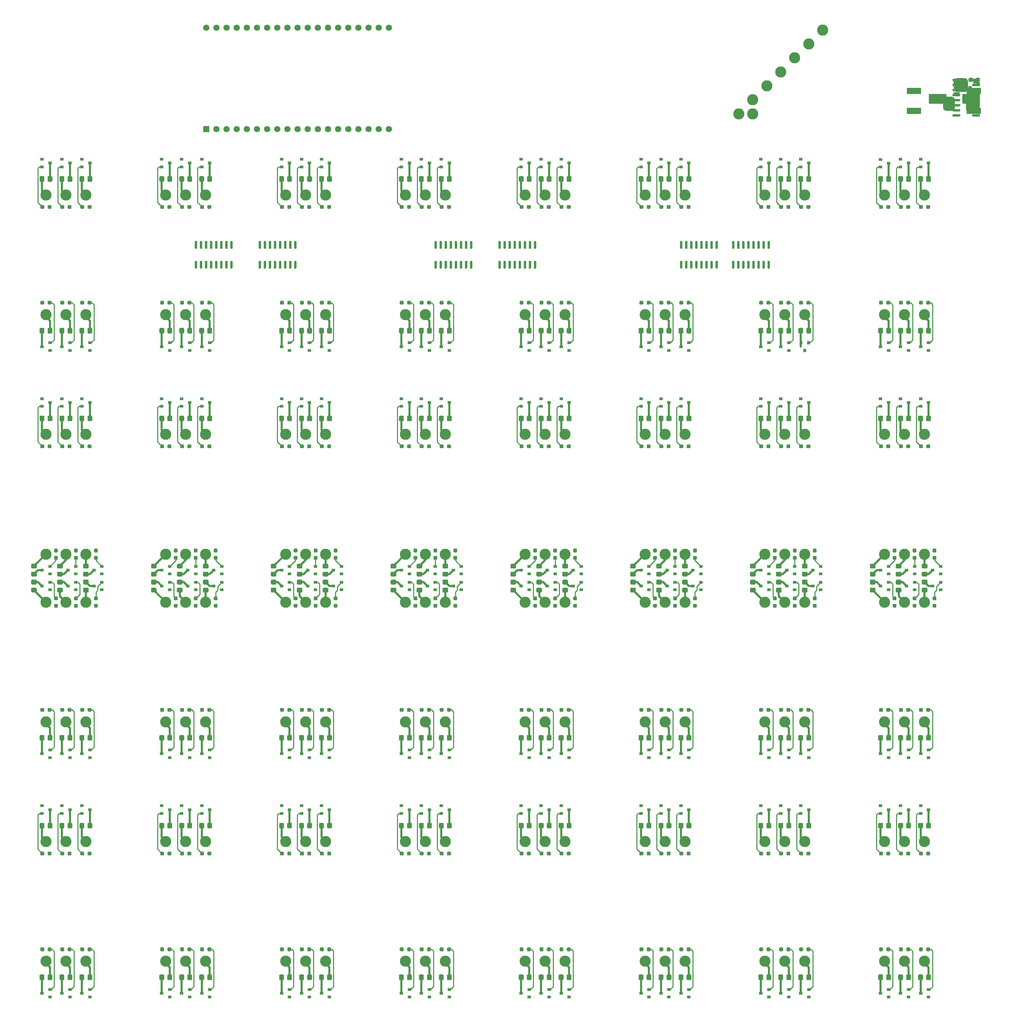
<source format=gbl>
G04 #@! TF.GenerationSoftware,KiCad,Pcbnew,(5.1.10)-1*
G04 #@! TF.CreationDate,2021-11-14T07:23:13+08:00*
G04 #@! TF.ProjectId,8x8x8-RGB-LED-Cube-PCB,38783878-382d-4524-9742-2d4c45442d43,rev?*
G04 #@! TF.SameCoordinates,Original*
G04 #@! TF.FileFunction,Copper,L2,Bot*
G04 #@! TF.FilePolarity,Positive*
%FSLAX46Y46*%
G04 Gerber Fmt 4.6, Leading zero omitted, Abs format (unit mm)*
G04 Created by KiCad (PCBNEW (5.1.10)-1) date 2021-11-14 07:23:13*
%MOMM*%
%LPD*%
G01*
G04 APERTURE LIST*
G04 #@! TA.AperFunction,ComponentPad*
%ADD10C,2.800000*%
G04 #@! TD*
G04 #@! TA.AperFunction,SMDPad,CuDef*
%ADD11R,0.900000X0.800000*%
G04 #@! TD*
G04 #@! TA.AperFunction,SMDPad,CuDef*
%ADD12R,0.800000X0.900000*%
G04 #@! TD*
G04 #@! TA.AperFunction,SMDPad,CuDef*
%ADD13R,3.556000X1.524000*%
G04 #@! TD*
G04 #@! TA.AperFunction,ComponentPad*
%ADD14R,1.560000X1.560000*%
G04 #@! TD*
G04 #@! TA.AperFunction,ComponentPad*
%ADD15C,1.560000*%
G04 #@! TD*
G04 #@! TA.AperFunction,ComponentPad*
%ADD16R,3.500000X3.500000*%
G04 #@! TD*
G04 #@! TA.AperFunction,SMDPad,CuDef*
%ADD17R,1.500000X1.000000*%
G04 #@! TD*
G04 #@! TA.AperFunction,Conductor*
%ADD18C,0.508000*%
G04 #@! TD*
G04 #@! TA.AperFunction,Conductor*
%ADD19C,0.250000*%
G04 #@! TD*
G04 #@! TA.AperFunction,Conductor*
%ADD20C,0.254000*%
G04 #@! TD*
G04 APERTURE END LIST*
D10*
X263975000Y-79684200D03*
X281475000Y-58684200D03*
X277975000Y-62184200D03*
X274475000Y-65684200D03*
X270975000Y-69184200D03*
X267475000Y-72684200D03*
X263975000Y-76184200D03*
X260475000Y-79684200D03*
X297000000Y-292000000D03*
X267000000Y-292000000D03*
X237000000Y-292000000D03*
X207000000Y-292000000D03*
X177000000Y-292000000D03*
X147000000Y-292000000D03*
X117000000Y-292000000D03*
X87000000Y-292000000D03*
X302000000Y-292000000D03*
X272000000Y-292000000D03*
X242000000Y-292000000D03*
X212000000Y-292000000D03*
X182000000Y-292000000D03*
X152000000Y-292000000D03*
X122000000Y-292000000D03*
X92000000Y-292000000D03*
X307000000Y-292000000D03*
X277000000Y-292000000D03*
X247000000Y-292000000D03*
X217000000Y-292000000D03*
X187000000Y-292000000D03*
X157000000Y-292000000D03*
X127000000Y-292000000D03*
X97000000Y-292000000D03*
X297000000Y-262000000D03*
X267000000Y-262000000D03*
X237000000Y-262000000D03*
X207000000Y-262000000D03*
X177000000Y-262000000D03*
X147000000Y-262000000D03*
X117000000Y-262000000D03*
X87000000Y-262000000D03*
X302000000Y-262000000D03*
X272000000Y-262000000D03*
X242000000Y-262000000D03*
X212000000Y-262000000D03*
X182000000Y-262000000D03*
X152000000Y-262000000D03*
X122000000Y-262000000D03*
X92000000Y-262000000D03*
X307000000Y-262000000D03*
X277000000Y-262000000D03*
X247000000Y-262000000D03*
X217000000Y-262000000D03*
X187000000Y-262000000D03*
X157000000Y-262000000D03*
X127000000Y-262000000D03*
X97000000Y-262000000D03*
X297000000Y-232000000D03*
X267000000Y-232000000D03*
X237000000Y-232000000D03*
X207000000Y-232000000D03*
X177000000Y-232000000D03*
X147000000Y-232000000D03*
X117000000Y-232000000D03*
X87000000Y-232000000D03*
X302000000Y-232000000D03*
X272000000Y-232000000D03*
X242000000Y-232000000D03*
X212000000Y-232000000D03*
X182000000Y-232000000D03*
X152000000Y-232000000D03*
X122000000Y-232000000D03*
X92000000Y-232000000D03*
X307000000Y-232000000D03*
X277000000Y-232000000D03*
X247000000Y-232000000D03*
X217000000Y-232000000D03*
X187000000Y-232000000D03*
X157000000Y-232000000D03*
X127000000Y-232000000D03*
X97000000Y-232000000D03*
X297000000Y-202000000D03*
X267000000Y-202000000D03*
X237000000Y-202000000D03*
X207000000Y-202000000D03*
X177000000Y-202000000D03*
X147000000Y-202000000D03*
X117000000Y-202000000D03*
X87000000Y-202000000D03*
X302000000Y-202000000D03*
X272000000Y-202000000D03*
X242000000Y-202000000D03*
X212000000Y-202000000D03*
X182000000Y-202000000D03*
X152000000Y-202000000D03*
X122000000Y-202000000D03*
X92000000Y-202000000D03*
X307000000Y-202000000D03*
X277000000Y-202000000D03*
X247000000Y-202000000D03*
X217000000Y-202000000D03*
X187000000Y-202000000D03*
X157000000Y-202000000D03*
X127000000Y-202000000D03*
X97000000Y-202000000D03*
X307000000Y-190000000D03*
X277000000Y-190000000D03*
X247000000Y-190000000D03*
X217000000Y-190000000D03*
X187000000Y-190000000D03*
X157000000Y-190000000D03*
X127000000Y-190000000D03*
X97000000Y-190000000D03*
X302000000Y-190000000D03*
X272000000Y-190000000D03*
X242000000Y-190000000D03*
X212000000Y-190000000D03*
X182000000Y-190000000D03*
X152000000Y-190000000D03*
X122000000Y-190000000D03*
X92000000Y-190000000D03*
X297000000Y-190000000D03*
X267000000Y-190000000D03*
X237000000Y-190000000D03*
X207000000Y-190000000D03*
X177000000Y-190000000D03*
X147000000Y-190000000D03*
X117000000Y-190000000D03*
X87000000Y-190000000D03*
X307000000Y-160000000D03*
X277000000Y-160000000D03*
X247000000Y-160000000D03*
X217000000Y-160000000D03*
X187000000Y-160000000D03*
X157000000Y-160000000D03*
X127000000Y-160000000D03*
X97000000Y-160000000D03*
X302000000Y-160000000D03*
X272000000Y-160000000D03*
X242000000Y-160000000D03*
X212000000Y-160000000D03*
X182000000Y-160000000D03*
X152000000Y-160000000D03*
X122000000Y-160000000D03*
X92000000Y-160000000D03*
X297000000Y-160000000D03*
X267000000Y-160000000D03*
X237000000Y-160000000D03*
X207000000Y-160000000D03*
X177000000Y-160000000D03*
X147000000Y-160000000D03*
X117000000Y-160000000D03*
X87000000Y-160000000D03*
X307000000Y-130000000D03*
X277000000Y-130000000D03*
X247000000Y-130000000D03*
X217000000Y-130000000D03*
X187000000Y-130000000D03*
X157000000Y-130000000D03*
X127000000Y-130000000D03*
X97000000Y-130000000D03*
X302000000Y-130000000D03*
X272000000Y-130000000D03*
X242000000Y-130000000D03*
X212000000Y-130000000D03*
X182000000Y-130000000D03*
X152000000Y-130000000D03*
X122000000Y-130000000D03*
X92000000Y-130000000D03*
X297000000Y-130000000D03*
X267000000Y-130000000D03*
X237000000Y-130000000D03*
X207000000Y-130000000D03*
X177000000Y-130000000D03*
X147000000Y-130000000D03*
X117000000Y-130000000D03*
X87000000Y-130000000D03*
X307000000Y-100000000D03*
X277000000Y-100000000D03*
X247000000Y-100000000D03*
X217000000Y-100000000D03*
X187000000Y-100000000D03*
X157000000Y-100000000D03*
X127000000Y-100000000D03*
X97000000Y-100000000D03*
X302000000Y-100000000D03*
X272000000Y-100000000D03*
X242000000Y-100000000D03*
X212000000Y-100000000D03*
X182000000Y-100000000D03*
X152000000Y-100000000D03*
X122000000Y-100000000D03*
X92000000Y-100000000D03*
X297000000Y-100000000D03*
X267000000Y-100000000D03*
X237000000Y-100000000D03*
X207000000Y-100000000D03*
X177000000Y-100000000D03*
X147000000Y-100000000D03*
X117000000Y-100000000D03*
X87000000Y-100000000D03*
D11*
X94500000Y-193050000D03*
X94500000Y-194950000D03*
X92500000Y-194000000D03*
X320421024Y-72163968D03*
X318421024Y-71213968D03*
X318421024Y-73113968D03*
X320421024Y-72163968D03*
X318421024Y-71213968D03*
X318421024Y-73113968D03*
X320421024Y-72163968D03*
X318421024Y-71213968D03*
X318421024Y-73113968D03*
X320421024Y-72163968D03*
X318421024Y-71213968D03*
X318421024Y-73113968D03*
X320421024Y-72163968D03*
X318421024Y-71213968D03*
X318421024Y-73113968D03*
X320421024Y-72163968D03*
X318421024Y-71213968D03*
X318421024Y-73113968D03*
X320421024Y-72163968D03*
X318421024Y-71213968D03*
X318421024Y-73113968D03*
X320421024Y-72163968D03*
X318421024Y-71213968D03*
X318421024Y-73113968D03*
X308000000Y-254000000D03*
X306000000Y-253050000D03*
X306000000Y-254950000D03*
X278000000Y-254000000D03*
X276000000Y-253050000D03*
X276000000Y-254950000D03*
X248000000Y-254000000D03*
X246000000Y-253050000D03*
X246000000Y-254950000D03*
X218000000Y-254000000D03*
X216000000Y-253050000D03*
X216000000Y-254950000D03*
X188000000Y-254000000D03*
X186000000Y-253050000D03*
X186000000Y-254950000D03*
X158000000Y-254000000D03*
X156000000Y-253050000D03*
X156000000Y-254950000D03*
X128000000Y-254000000D03*
X126000000Y-253050000D03*
X126000000Y-254950000D03*
X98000000Y-254000000D03*
X96000000Y-253050000D03*
X96000000Y-254950000D03*
X303000000Y-254000000D03*
X301000000Y-253050000D03*
X301000000Y-254950000D03*
X273000000Y-254000000D03*
X271000000Y-253050000D03*
X271000000Y-254950000D03*
X243000000Y-254000000D03*
X241000000Y-253050000D03*
X241000000Y-254950000D03*
X213000000Y-254000000D03*
X211000000Y-253050000D03*
X211000000Y-254950000D03*
X183000000Y-254000000D03*
X181000000Y-253050000D03*
X181000000Y-254950000D03*
X153000000Y-254000000D03*
X151000000Y-253050000D03*
X151000000Y-254950000D03*
X123000000Y-254000000D03*
X121000000Y-253050000D03*
X121000000Y-254950000D03*
X93000000Y-254000000D03*
X91000000Y-253050000D03*
X91000000Y-254950000D03*
X298000000Y-254000000D03*
X296000000Y-253050000D03*
X296000000Y-254950000D03*
X268000000Y-254000000D03*
X266000000Y-253050000D03*
X266000000Y-254950000D03*
X238000000Y-254000000D03*
X236000000Y-253050000D03*
X236000000Y-254950000D03*
X208000000Y-254000000D03*
X206000000Y-253050000D03*
X206000000Y-254950000D03*
X178000000Y-254000000D03*
X176000000Y-253050000D03*
X176000000Y-254950000D03*
X148000000Y-254000000D03*
X146000000Y-253050000D03*
X146000000Y-254950000D03*
X118000000Y-254000000D03*
X116000000Y-253050000D03*
X116000000Y-254950000D03*
X88000000Y-254000000D03*
X86000000Y-253050000D03*
X86000000Y-254950000D03*
X306000000Y-300000000D03*
X308000000Y-300950000D03*
X308000000Y-299050000D03*
X276000000Y-300000000D03*
X278000000Y-300950000D03*
X278000000Y-299050000D03*
X246000000Y-300000000D03*
X248000000Y-300950000D03*
X248000000Y-299050000D03*
X216000000Y-300000000D03*
X218000000Y-300950000D03*
X218000000Y-299050000D03*
X186000000Y-300000000D03*
X188000000Y-300950000D03*
X188000000Y-299050000D03*
X156000000Y-300000000D03*
X158000000Y-300950000D03*
X158000000Y-299050000D03*
X126000000Y-300000000D03*
X128000000Y-300950000D03*
X128000000Y-299050000D03*
X96000000Y-300000000D03*
X98000000Y-300950000D03*
X98000000Y-299050000D03*
X301000000Y-300000000D03*
X303000000Y-300950000D03*
X303000000Y-299050000D03*
X271000000Y-300000000D03*
X273000000Y-300950000D03*
X273000000Y-299050000D03*
X241000000Y-300000000D03*
X243000000Y-300950000D03*
X243000000Y-299050000D03*
X211000000Y-300000000D03*
X213000000Y-300950000D03*
X213000000Y-299050000D03*
X181000000Y-300000000D03*
X183000000Y-300950000D03*
X183000000Y-299050000D03*
X151000000Y-300000000D03*
X153000000Y-300950000D03*
X153000000Y-299050000D03*
X121000000Y-300000000D03*
X123000000Y-300950000D03*
X123000000Y-299050000D03*
X91000000Y-300000000D03*
X93000000Y-300950000D03*
X93000000Y-299050000D03*
X296000000Y-300000000D03*
X298000000Y-300950000D03*
X298000000Y-299050000D03*
X266000000Y-300000000D03*
X268000000Y-300950000D03*
X268000000Y-299050000D03*
X236000000Y-300000000D03*
X238000000Y-300950000D03*
X238000000Y-299050000D03*
X206000000Y-300000000D03*
X208000000Y-300950000D03*
X208000000Y-299050000D03*
X176000000Y-300000000D03*
X178000000Y-300950000D03*
X178000000Y-299050000D03*
X146000000Y-300000000D03*
X148000000Y-300950000D03*
X148000000Y-299050000D03*
X116000000Y-300000000D03*
X118000000Y-300950000D03*
X118000000Y-299050000D03*
X86000000Y-300000000D03*
X88000000Y-300950000D03*
X88000000Y-299050000D03*
X309000000Y-198000000D03*
X311000000Y-198950000D03*
X311000000Y-197050000D03*
X279000000Y-198000000D03*
X281000000Y-198950000D03*
X281000000Y-197050000D03*
X249000000Y-198000000D03*
X251000000Y-198950000D03*
X251000000Y-197050000D03*
X219000000Y-198000000D03*
X221000000Y-198950000D03*
X221000000Y-197050000D03*
X189000000Y-198000000D03*
X191000000Y-198950000D03*
X191000000Y-197050000D03*
X159000000Y-198000000D03*
X161000000Y-198950000D03*
X161000000Y-197050000D03*
X129000000Y-198000000D03*
X131000000Y-198950000D03*
X131000000Y-197050000D03*
X101000000Y-197050000D03*
X101000000Y-198950000D03*
X99000000Y-198000000D03*
X302500000Y-198000000D03*
X304500000Y-198950000D03*
X304500000Y-197050000D03*
X272500000Y-198000000D03*
X274500000Y-198950000D03*
X274500000Y-197050000D03*
X242500000Y-198000000D03*
X244500000Y-198950000D03*
X244500000Y-197050000D03*
X212500000Y-198000000D03*
X214500000Y-198950000D03*
X214500000Y-197050000D03*
X182500000Y-198000000D03*
X184500000Y-198950000D03*
X184500000Y-197050000D03*
X152500000Y-198000000D03*
X154500000Y-198950000D03*
X154500000Y-197050000D03*
X122500000Y-198000000D03*
X124500000Y-198950000D03*
X124500000Y-197050000D03*
X94500000Y-197050000D03*
X94500000Y-198950000D03*
X92500000Y-198000000D03*
X296000000Y-198000000D03*
X298000000Y-198950000D03*
X298000000Y-197050000D03*
X266000000Y-198000000D03*
X268000000Y-198950000D03*
X268000000Y-197050000D03*
X236000000Y-198000000D03*
X238000000Y-198950000D03*
X238000000Y-197050000D03*
X206000000Y-198000000D03*
X208000000Y-198950000D03*
X208000000Y-197050000D03*
X176000000Y-198000000D03*
X178000000Y-198950000D03*
X178000000Y-197050000D03*
X146000000Y-198000000D03*
X148000000Y-198950000D03*
X148000000Y-197050000D03*
X116000000Y-198000000D03*
X118000000Y-198950000D03*
X118000000Y-197050000D03*
X88000000Y-197050000D03*
X88000000Y-198950000D03*
X86000000Y-198000000D03*
X306000000Y-240000000D03*
X308000000Y-240950000D03*
X308000000Y-239050000D03*
X276000000Y-240000000D03*
X278000000Y-240950000D03*
X278000000Y-239050000D03*
X246000000Y-240000000D03*
X248000000Y-240950000D03*
X248000000Y-239050000D03*
X216000000Y-240000000D03*
X218000000Y-240950000D03*
X218000000Y-239050000D03*
X186000000Y-240000000D03*
X188000000Y-240950000D03*
X188000000Y-239050000D03*
X156000000Y-240000000D03*
X158000000Y-240950000D03*
X158000000Y-239050000D03*
X126000000Y-240000000D03*
X128000000Y-240950000D03*
X128000000Y-239050000D03*
X96000000Y-240000000D03*
X98000000Y-240950000D03*
X98000000Y-239050000D03*
X301000000Y-240000000D03*
X303000000Y-240950000D03*
X303000000Y-239050000D03*
X271000000Y-240000000D03*
X273000000Y-240950000D03*
X273000000Y-239050000D03*
X241000000Y-240000000D03*
X243000000Y-240950000D03*
X243000000Y-239050000D03*
X211000000Y-240000000D03*
X213000000Y-240950000D03*
X213000000Y-239050000D03*
X181000000Y-240000000D03*
X183000000Y-240950000D03*
X183000000Y-239050000D03*
X151000000Y-240000000D03*
X153000000Y-240950000D03*
X153000000Y-239050000D03*
X121000000Y-240000000D03*
X123000000Y-240950000D03*
X123000000Y-239050000D03*
X91000000Y-240000000D03*
X93000000Y-240950000D03*
X93000000Y-239050000D03*
X296000000Y-240000000D03*
X298000000Y-240950000D03*
X298000000Y-239050000D03*
X266000000Y-240000000D03*
X268000000Y-240950000D03*
X268000000Y-239050000D03*
X236000000Y-240000000D03*
X238000000Y-240950000D03*
X238000000Y-239050000D03*
X206000000Y-240000000D03*
X208000000Y-240950000D03*
X208000000Y-239050000D03*
X176000000Y-240000000D03*
X178000000Y-240950000D03*
X178000000Y-239050000D03*
X146000000Y-240000000D03*
X148000000Y-240950000D03*
X148000000Y-239050000D03*
X116000000Y-240000000D03*
X118000000Y-240950000D03*
X118000000Y-239050000D03*
X86000000Y-240000000D03*
X88000000Y-240950000D03*
X88000000Y-239050000D03*
X309000000Y-194000000D03*
X311000000Y-194950000D03*
X311000000Y-193050000D03*
X279000000Y-194000000D03*
X281000000Y-194950000D03*
X281000000Y-193050000D03*
X249000000Y-194000000D03*
X251000000Y-194950000D03*
X251000000Y-193050000D03*
X219000000Y-194000000D03*
X221000000Y-194950000D03*
X221000000Y-193050000D03*
X189000000Y-194000000D03*
X191000000Y-194950000D03*
X191000000Y-193050000D03*
X159000000Y-194000000D03*
X161000000Y-194950000D03*
X161000000Y-193050000D03*
X129000000Y-194000000D03*
X131000000Y-194950000D03*
X131000000Y-193050000D03*
X101000000Y-193050000D03*
X101000000Y-194950000D03*
X99000000Y-194000000D03*
X302500000Y-194000000D03*
X304500000Y-194950000D03*
X304500000Y-193050000D03*
X272500000Y-194000000D03*
X274500000Y-194950000D03*
X274500000Y-193050000D03*
X242500000Y-194000000D03*
X244500000Y-194950000D03*
X244500000Y-193050000D03*
X212500000Y-194000000D03*
X214500000Y-194950000D03*
X214500000Y-193050000D03*
X182500000Y-194000000D03*
X184500000Y-194950000D03*
X184500000Y-193050000D03*
X152500000Y-194000000D03*
X154500000Y-194950000D03*
X154500000Y-193050000D03*
X122500000Y-194000000D03*
X124500000Y-194950000D03*
X124500000Y-193050000D03*
X296000000Y-194000000D03*
X298000000Y-194950000D03*
X298000000Y-193050000D03*
X266000000Y-194000000D03*
X268000000Y-194950000D03*
X268000000Y-193050000D03*
X236000000Y-194000000D03*
X238000000Y-194950000D03*
X238000000Y-193050000D03*
X206000000Y-194000000D03*
X208000000Y-194950000D03*
X208000000Y-193050000D03*
X176000000Y-194000000D03*
X178000000Y-194950000D03*
X178000000Y-193050000D03*
X146000000Y-194000000D03*
X148000000Y-194950000D03*
X148000000Y-193050000D03*
X116000000Y-194000000D03*
X118000000Y-194950000D03*
X118000000Y-193050000D03*
X88000000Y-193050000D03*
X88000000Y-194950000D03*
X86000000Y-194000000D03*
X308000000Y-152000000D03*
X306000000Y-151050000D03*
X306000000Y-152950000D03*
X278000000Y-152000000D03*
X276000000Y-151050000D03*
X276000000Y-152950000D03*
X248000000Y-152000000D03*
X246000000Y-151050000D03*
X246000000Y-152950000D03*
X218000000Y-152000000D03*
X216000000Y-151050000D03*
X216000000Y-152950000D03*
X188000000Y-152000000D03*
X186000000Y-151050000D03*
X186000000Y-152950000D03*
X158000000Y-152000000D03*
X156000000Y-151050000D03*
X156000000Y-152950000D03*
X128000000Y-152000000D03*
X126000000Y-151050000D03*
X126000000Y-152950000D03*
X98000000Y-152000000D03*
X96000000Y-151050000D03*
X96000000Y-152950000D03*
X303000000Y-152000000D03*
X301000000Y-151050000D03*
X301000000Y-152950000D03*
X273000000Y-152000000D03*
X271000000Y-151050000D03*
X271000000Y-152950000D03*
X243000000Y-152000000D03*
X241000000Y-151050000D03*
X241000000Y-152950000D03*
X213000000Y-152000000D03*
X211000000Y-151050000D03*
X211000000Y-152950000D03*
X183000000Y-152000000D03*
X181000000Y-151050000D03*
X181000000Y-152950000D03*
X153000000Y-152000000D03*
X151000000Y-151050000D03*
X151000000Y-152950000D03*
X123000000Y-152000000D03*
X121000000Y-151050000D03*
X121000000Y-152950000D03*
X93000000Y-152000000D03*
X91000000Y-151050000D03*
X91000000Y-152950000D03*
X298000000Y-152000000D03*
X296000000Y-151050000D03*
X296000000Y-152950000D03*
X268000000Y-152000000D03*
X266000000Y-151050000D03*
X266000000Y-152950000D03*
X238000000Y-152000000D03*
X236000000Y-151050000D03*
X236000000Y-152950000D03*
X208000000Y-152000000D03*
X206000000Y-151050000D03*
X206000000Y-152950000D03*
X178000000Y-152000000D03*
X176000000Y-151050000D03*
X176000000Y-152950000D03*
X148000000Y-152000000D03*
X146000000Y-151050000D03*
X146000000Y-152950000D03*
X118000000Y-152000000D03*
X116000000Y-151050000D03*
X116000000Y-152950000D03*
X88000000Y-152000000D03*
X86000000Y-151050000D03*
X86000000Y-152950000D03*
X306000000Y-138000000D03*
X308000000Y-138950000D03*
X308000000Y-137050000D03*
D12*
X277000000Y-139000000D03*
X277950000Y-137000000D03*
X276050000Y-137000000D03*
D11*
X246000000Y-138000000D03*
X248000000Y-138950000D03*
X248000000Y-137050000D03*
X216000000Y-138000000D03*
X218000000Y-138950000D03*
X218000000Y-137050000D03*
X186000000Y-138000000D03*
X188000000Y-138950000D03*
X188000000Y-137050000D03*
X156000000Y-138000000D03*
X158000000Y-138950000D03*
X158000000Y-137050000D03*
X126000000Y-138000000D03*
X128000000Y-138950000D03*
X128000000Y-137050000D03*
X96000000Y-138000000D03*
X98000000Y-138950000D03*
X98000000Y-137050000D03*
X301000000Y-138000000D03*
X303000000Y-138950000D03*
X303000000Y-137050000D03*
X271000000Y-138000000D03*
X273000000Y-138950000D03*
X273000000Y-137050000D03*
X241000000Y-138000000D03*
X243000000Y-138950000D03*
X243000000Y-137050000D03*
X211000000Y-138000000D03*
X213000000Y-138950000D03*
X213000000Y-137050000D03*
X181000000Y-138000000D03*
X183000000Y-138950000D03*
X183000000Y-137050000D03*
X151000000Y-138000000D03*
X153000000Y-138950000D03*
X153000000Y-137050000D03*
X121000000Y-138000000D03*
X123000000Y-138950000D03*
X123000000Y-137050000D03*
X91000000Y-138000000D03*
X93000000Y-138950000D03*
X93000000Y-137050000D03*
X296000000Y-138000000D03*
X298000000Y-138950000D03*
X298000000Y-137050000D03*
X266000000Y-138000000D03*
X268000000Y-138950000D03*
X268000000Y-137050000D03*
X236000000Y-138000000D03*
X238000000Y-138950000D03*
X238000000Y-137050000D03*
X206000000Y-138000000D03*
X208000000Y-138950000D03*
X208000000Y-137050000D03*
X176000000Y-138000000D03*
X178000000Y-138950000D03*
X178000000Y-137050000D03*
X146000000Y-138000000D03*
X148000000Y-138950000D03*
X148000000Y-137050000D03*
X116000000Y-138000000D03*
X118000000Y-138950000D03*
X118000000Y-137050000D03*
X86000000Y-138000000D03*
X88000000Y-138950000D03*
X88000000Y-137050000D03*
X308000000Y-92000000D03*
X306000000Y-91050000D03*
X306000000Y-92950000D03*
X278000000Y-92000000D03*
X276000000Y-91050000D03*
X276000000Y-92950000D03*
X248000000Y-92000000D03*
X246000000Y-91050000D03*
X246000000Y-92950000D03*
X218000000Y-92000000D03*
X216000000Y-91050000D03*
X216000000Y-92950000D03*
X188000000Y-92000000D03*
X186000000Y-91050000D03*
X186000000Y-92950000D03*
X158000000Y-92000000D03*
X156000000Y-91050000D03*
X156000000Y-92950000D03*
X128000000Y-92000000D03*
X126000000Y-91050000D03*
X126000000Y-92950000D03*
X98000000Y-92000000D03*
X96000000Y-91050000D03*
X96000000Y-92950000D03*
X303000000Y-92000000D03*
X301000000Y-91050000D03*
X301000000Y-92950000D03*
X273000000Y-92000000D03*
X271000000Y-91050000D03*
X271000000Y-92950000D03*
X243000000Y-92000000D03*
X241000000Y-91050000D03*
X241000000Y-92950000D03*
X213000000Y-92000000D03*
X211000000Y-91050000D03*
X211000000Y-92950000D03*
X183000000Y-92000000D03*
X181000000Y-91050000D03*
X181000000Y-92950000D03*
X153000000Y-92000000D03*
X151000000Y-91050000D03*
X151000000Y-92950000D03*
X123000000Y-92000000D03*
X121000000Y-91050000D03*
X121000000Y-92950000D03*
X93000000Y-92000000D03*
X91000000Y-91050000D03*
X91000000Y-92950000D03*
X298000000Y-92050000D03*
X296000000Y-91100000D03*
X296000000Y-93000000D03*
X268000000Y-92000000D03*
X266000000Y-91050000D03*
X266000000Y-92950000D03*
X238000000Y-92000000D03*
X236000000Y-91050000D03*
X236000000Y-92950000D03*
X208000000Y-92000000D03*
X206000000Y-91050000D03*
X206000000Y-92950000D03*
X178000000Y-92000000D03*
X176000000Y-91050000D03*
X176000000Y-92950000D03*
X148000000Y-92000000D03*
X146000000Y-91050000D03*
X146000000Y-92950000D03*
X118000000Y-92000000D03*
X116000000Y-91050000D03*
X116000000Y-92950000D03*
X88000000Y-92000000D03*
X86000000Y-91050000D03*
X86000000Y-92950000D03*
G04 #@! TA.AperFunction,SMDPad,CuDef*
G36*
G01*
X318921024Y-80208968D02*
X318921024Y-79908968D01*
G75*
G02*
X319071024Y-79758968I150000J0D01*
G01*
X320721024Y-79758968D01*
G75*
G02*
X320871024Y-79908968I0J-150000D01*
G01*
X320871024Y-80208968D01*
G75*
G02*
X320721024Y-80358968I-150000J0D01*
G01*
X319071024Y-80358968D01*
G75*
G02*
X318921024Y-80208968I0J150000D01*
G01*
G37*
G04 #@! TD.AperFunction*
G04 #@! TA.AperFunction,SMDPad,CuDef*
G36*
G01*
X318921024Y-78938968D02*
X318921024Y-78638968D01*
G75*
G02*
X319071024Y-78488968I150000J0D01*
G01*
X320721024Y-78488968D01*
G75*
G02*
X320871024Y-78638968I0J-150000D01*
G01*
X320871024Y-78938968D01*
G75*
G02*
X320721024Y-79088968I-150000J0D01*
G01*
X319071024Y-79088968D01*
G75*
G02*
X318921024Y-78938968I0J150000D01*
G01*
G37*
G04 #@! TD.AperFunction*
G04 #@! TA.AperFunction,SMDPad,CuDef*
G36*
G01*
X318921024Y-77668968D02*
X318921024Y-77368968D01*
G75*
G02*
X319071024Y-77218968I150000J0D01*
G01*
X320721024Y-77218968D01*
G75*
G02*
X320871024Y-77368968I0J-150000D01*
G01*
X320871024Y-77668968D01*
G75*
G02*
X320721024Y-77818968I-150000J0D01*
G01*
X319071024Y-77818968D01*
G75*
G02*
X318921024Y-77668968I0J150000D01*
G01*
G37*
G04 #@! TD.AperFunction*
G04 #@! TA.AperFunction,SMDPad,CuDef*
G36*
G01*
X318921024Y-76398968D02*
X318921024Y-76098968D01*
G75*
G02*
X319071024Y-75948968I150000J0D01*
G01*
X320721024Y-75948968D01*
G75*
G02*
X320871024Y-76098968I0J-150000D01*
G01*
X320871024Y-76398968D01*
G75*
G02*
X320721024Y-76548968I-150000J0D01*
G01*
X319071024Y-76548968D01*
G75*
G02*
X318921024Y-76398968I0J150000D01*
G01*
G37*
G04 #@! TD.AperFunction*
G04 #@! TA.AperFunction,SMDPad,CuDef*
G36*
G01*
X318921024Y-75128968D02*
X318921024Y-74828968D01*
G75*
G02*
X319071024Y-74678968I150000J0D01*
G01*
X320721024Y-74678968D01*
G75*
G02*
X320871024Y-74828968I0J-150000D01*
G01*
X320871024Y-75128968D01*
G75*
G02*
X320721024Y-75278968I-150000J0D01*
G01*
X319071024Y-75278968D01*
G75*
G02*
X318921024Y-75128968I0J150000D01*
G01*
G37*
G04 #@! TD.AperFunction*
G04 #@! TA.AperFunction,SMDPad,CuDef*
G36*
G01*
X318921024Y-73858968D02*
X318921024Y-73558968D01*
G75*
G02*
X319071024Y-73408968I150000J0D01*
G01*
X320721024Y-73408968D01*
G75*
G02*
X320871024Y-73558968I0J-150000D01*
G01*
X320871024Y-73858968D01*
G75*
G02*
X320721024Y-74008968I-150000J0D01*
G01*
X319071024Y-74008968D01*
G75*
G02*
X318921024Y-73858968I0J150000D01*
G01*
G37*
G04 #@! TD.AperFunction*
G04 #@! TA.AperFunction,SMDPad,CuDef*
G36*
G01*
X318921024Y-72588968D02*
X318921024Y-72288968D01*
G75*
G02*
X319071024Y-72138968I150000J0D01*
G01*
X320721024Y-72138968D01*
G75*
G02*
X320871024Y-72288968I0J-150000D01*
G01*
X320871024Y-72588968D01*
G75*
G02*
X320721024Y-72738968I-150000J0D01*
G01*
X319071024Y-72738968D01*
G75*
G02*
X318921024Y-72588968I0J150000D01*
G01*
G37*
G04 #@! TD.AperFunction*
G04 #@! TA.AperFunction,SMDPad,CuDef*
G36*
G01*
X318921024Y-71318968D02*
X318921024Y-71018968D01*
G75*
G02*
X319071024Y-70868968I150000J0D01*
G01*
X320721024Y-70868968D01*
G75*
G02*
X320871024Y-71018968I0J-150000D01*
G01*
X320871024Y-71318968D01*
G75*
G02*
X320721024Y-71468968I-150000J0D01*
G01*
X319071024Y-71468968D01*
G75*
G02*
X318921024Y-71318968I0J150000D01*
G01*
G37*
G04 #@! TD.AperFunction*
G04 #@! TA.AperFunction,SMDPad,CuDef*
G36*
G01*
X313971024Y-71318968D02*
X313971024Y-71018968D01*
G75*
G02*
X314121024Y-70868968I150000J0D01*
G01*
X315771024Y-70868968D01*
G75*
G02*
X315921024Y-71018968I0J-150000D01*
G01*
X315921024Y-71318968D01*
G75*
G02*
X315771024Y-71468968I-150000J0D01*
G01*
X314121024Y-71468968D01*
G75*
G02*
X313971024Y-71318968I0J150000D01*
G01*
G37*
G04 #@! TD.AperFunction*
G04 #@! TA.AperFunction,SMDPad,CuDef*
G36*
G01*
X313971024Y-72588968D02*
X313971024Y-72288968D01*
G75*
G02*
X314121024Y-72138968I150000J0D01*
G01*
X315771024Y-72138968D01*
G75*
G02*
X315921024Y-72288968I0J-150000D01*
G01*
X315921024Y-72588968D01*
G75*
G02*
X315771024Y-72738968I-150000J0D01*
G01*
X314121024Y-72738968D01*
G75*
G02*
X313971024Y-72588968I0J150000D01*
G01*
G37*
G04 #@! TD.AperFunction*
G04 #@! TA.AperFunction,SMDPad,CuDef*
G36*
G01*
X313971024Y-73858968D02*
X313971024Y-73558968D01*
G75*
G02*
X314121024Y-73408968I150000J0D01*
G01*
X315771024Y-73408968D01*
G75*
G02*
X315921024Y-73558968I0J-150000D01*
G01*
X315921024Y-73858968D01*
G75*
G02*
X315771024Y-74008968I-150000J0D01*
G01*
X314121024Y-74008968D01*
G75*
G02*
X313971024Y-73858968I0J150000D01*
G01*
G37*
G04 #@! TD.AperFunction*
G04 #@! TA.AperFunction,SMDPad,CuDef*
G36*
G01*
X313971024Y-75128968D02*
X313971024Y-74828968D01*
G75*
G02*
X314121024Y-74678968I150000J0D01*
G01*
X315771024Y-74678968D01*
G75*
G02*
X315921024Y-74828968I0J-150000D01*
G01*
X315921024Y-75128968D01*
G75*
G02*
X315771024Y-75278968I-150000J0D01*
G01*
X314121024Y-75278968D01*
G75*
G02*
X313971024Y-75128968I0J150000D01*
G01*
G37*
G04 #@! TD.AperFunction*
G04 #@! TA.AperFunction,SMDPad,CuDef*
G36*
G01*
X313971024Y-76398968D02*
X313971024Y-76098968D01*
G75*
G02*
X314121024Y-75948968I150000J0D01*
G01*
X315771024Y-75948968D01*
G75*
G02*
X315921024Y-76098968I0J-150000D01*
G01*
X315921024Y-76398968D01*
G75*
G02*
X315771024Y-76548968I-150000J0D01*
G01*
X314121024Y-76548968D01*
G75*
G02*
X313971024Y-76398968I0J150000D01*
G01*
G37*
G04 #@! TD.AperFunction*
G04 #@! TA.AperFunction,SMDPad,CuDef*
G36*
G01*
X313971024Y-77668968D02*
X313971024Y-77368968D01*
G75*
G02*
X314121024Y-77218968I150000J0D01*
G01*
X315771024Y-77218968D01*
G75*
G02*
X315921024Y-77368968I0J-150000D01*
G01*
X315921024Y-77668968D01*
G75*
G02*
X315771024Y-77818968I-150000J0D01*
G01*
X314121024Y-77818968D01*
G75*
G02*
X313971024Y-77668968I0J150000D01*
G01*
G37*
G04 #@! TD.AperFunction*
G04 #@! TA.AperFunction,SMDPad,CuDef*
G36*
G01*
X313971024Y-78938968D02*
X313971024Y-78638968D01*
G75*
G02*
X314121024Y-78488968I150000J0D01*
G01*
X315771024Y-78488968D01*
G75*
G02*
X315921024Y-78638968I0J-150000D01*
G01*
X315921024Y-78938968D01*
G75*
G02*
X315771024Y-79088968I-150000J0D01*
G01*
X314121024Y-79088968D01*
G75*
G02*
X313971024Y-78938968I0J150000D01*
G01*
G37*
G04 #@! TD.AperFunction*
G04 #@! TA.AperFunction,SMDPad,CuDef*
G36*
G01*
X313971024Y-80208968D02*
X313971024Y-79908968D01*
G75*
G02*
X314121024Y-79758968I150000J0D01*
G01*
X315771024Y-79758968D01*
G75*
G02*
X315921024Y-79908968I0J-150000D01*
G01*
X315921024Y-80208968D01*
G75*
G02*
X315771024Y-80358968I-150000J0D01*
G01*
X314121024Y-80358968D01*
G75*
G02*
X313971024Y-80208968I0J150000D01*
G01*
G37*
G04 #@! TD.AperFunction*
G04 #@! TA.AperFunction,SMDPad,CuDef*
G36*
G01*
X318921024Y-80208968D02*
X318921024Y-79908968D01*
G75*
G02*
X319071024Y-79758968I150000J0D01*
G01*
X320721024Y-79758968D01*
G75*
G02*
X320871024Y-79908968I0J-150000D01*
G01*
X320871024Y-80208968D01*
G75*
G02*
X320721024Y-80358968I-150000J0D01*
G01*
X319071024Y-80358968D01*
G75*
G02*
X318921024Y-80208968I0J150000D01*
G01*
G37*
G04 #@! TD.AperFunction*
G04 #@! TA.AperFunction,SMDPad,CuDef*
G36*
G01*
X318921024Y-78938968D02*
X318921024Y-78638968D01*
G75*
G02*
X319071024Y-78488968I150000J0D01*
G01*
X320721024Y-78488968D01*
G75*
G02*
X320871024Y-78638968I0J-150000D01*
G01*
X320871024Y-78938968D01*
G75*
G02*
X320721024Y-79088968I-150000J0D01*
G01*
X319071024Y-79088968D01*
G75*
G02*
X318921024Y-78938968I0J150000D01*
G01*
G37*
G04 #@! TD.AperFunction*
G04 #@! TA.AperFunction,SMDPad,CuDef*
G36*
G01*
X318921024Y-77668968D02*
X318921024Y-77368968D01*
G75*
G02*
X319071024Y-77218968I150000J0D01*
G01*
X320721024Y-77218968D01*
G75*
G02*
X320871024Y-77368968I0J-150000D01*
G01*
X320871024Y-77668968D01*
G75*
G02*
X320721024Y-77818968I-150000J0D01*
G01*
X319071024Y-77818968D01*
G75*
G02*
X318921024Y-77668968I0J150000D01*
G01*
G37*
G04 #@! TD.AperFunction*
G04 #@! TA.AperFunction,SMDPad,CuDef*
G36*
G01*
X318921024Y-76398968D02*
X318921024Y-76098968D01*
G75*
G02*
X319071024Y-75948968I150000J0D01*
G01*
X320721024Y-75948968D01*
G75*
G02*
X320871024Y-76098968I0J-150000D01*
G01*
X320871024Y-76398968D01*
G75*
G02*
X320721024Y-76548968I-150000J0D01*
G01*
X319071024Y-76548968D01*
G75*
G02*
X318921024Y-76398968I0J150000D01*
G01*
G37*
G04 #@! TD.AperFunction*
G04 #@! TA.AperFunction,SMDPad,CuDef*
G36*
G01*
X318921024Y-75128968D02*
X318921024Y-74828968D01*
G75*
G02*
X319071024Y-74678968I150000J0D01*
G01*
X320721024Y-74678968D01*
G75*
G02*
X320871024Y-74828968I0J-150000D01*
G01*
X320871024Y-75128968D01*
G75*
G02*
X320721024Y-75278968I-150000J0D01*
G01*
X319071024Y-75278968D01*
G75*
G02*
X318921024Y-75128968I0J150000D01*
G01*
G37*
G04 #@! TD.AperFunction*
G04 #@! TA.AperFunction,SMDPad,CuDef*
G36*
G01*
X318921024Y-73858968D02*
X318921024Y-73558968D01*
G75*
G02*
X319071024Y-73408968I150000J0D01*
G01*
X320721024Y-73408968D01*
G75*
G02*
X320871024Y-73558968I0J-150000D01*
G01*
X320871024Y-73858968D01*
G75*
G02*
X320721024Y-74008968I-150000J0D01*
G01*
X319071024Y-74008968D01*
G75*
G02*
X318921024Y-73858968I0J150000D01*
G01*
G37*
G04 #@! TD.AperFunction*
G04 #@! TA.AperFunction,SMDPad,CuDef*
G36*
G01*
X318921024Y-72588968D02*
X318921024Y-72288968D01*
G75*
G02*
X319071024Y-72138968I150000J0D01*
G01*
X320721024Y-72138968D01*
G75*
G02*
X320871024Y-72288968I0J-150000D01*
G01*
X320871024Y-72588968D01*
G75*
G02*
X320721024Y-72738968I-150000J0D01*
G01*
X319071024Y-72738968D01*
G75*
G02*
X318921024Y-72588968I0J150000D01*
G01*
G37*
G04 #@! TD.AperFunction*
G04 #@! TA.AperFunction,SMDPad,CuDef*
G36*
G01*
X318921024Y-71318968D02*
X318921024Y-71018968D01*
G75*
G02*
X319071024Y-70868968I150000J0D01*
G01*
X320721024Y-70868968D01*
G75*
G02*
X320871024Y-71018968I0J-150000D01*
G01*
X320871024Y-71318968D01*
G75*
G02*
X320721024Y-71468968I-150000J0D01*
G01*
X319071024Y-71468968D01*
G75*
G02*
X318921024Y-71318968I0J150000D01*
G01*
G37*
G04 #@! TD.AperFunction*
G04 #@! TA.AperFunction,SMDPad,CuDef*
G36*
G01*
X313971024Y-71318968D02*
X313971024Y-71018968D01*
G75*
G02*
X314121024Y-70868968I150000J0D01*
G01*
X315771024Y-70868968D01*
G75*
G02*
X315921024Y-71018968I0J-150000D01*
G01*
X315921024Y-71318968D01*
G75*
G02*
X315771024Y-71468968I-150000J0D01*
G01*
X314121024Y-71468968D01*
G75*
G02*
X313971024Y-71318968I0J150000D01*
G01*
G37*
G04 #@! TD.AperFunction*
G04 #@! TA.AperFunction,SMDPad,CuDef*
G36*
G01*
X313971024Y-72588968D02*
X313971024Y-72288968D01*
G75*
G02*
X314121024Y-72138968I150000J0D01*
G01*
X315771024Y-72138968D01*
G75*
G02*
X315921024Y-72288968I0J-150000D01*
G01*
X315921024Y-72588968D01*
G75*
G02*
X315771024Y-72738968I-150000J0D01*
G01*
X314121024Y-72738968D01*
G75*
G02*
X313971024Y-72588968I0J150000D01*
G01*
G37*
G04 #@! TD.AperFunction*
G04 #@! TA.AperFunction,SMDPad,CuDef*
G36*
G01*
X313971024Y-73858968D02*
X313971024Y-73558968D01*
G75*
G02*
X314121024Y-73408968I150000J0D01*
G01*
X315771024Y-73408968D01*
G75*
G02*
X315921024Y-73558968I0J-150000D01*
G01*
X315921024Y-73858968D01*
G75*
G02*
X315771024Y-74008968I-150000J0D01*
G01*
X314121024Y-74008968D01*
G75*
G02*
X313971024Y-73858968I0J150000D01*
G01*
G37*
G04 #@! TD.AperFunction*
G04 #@! TA.AperFunction,SMDPad,CuDef*
G36*
G01*
X313971024Y-75128968D02*
X313971024Y-74828968D01*
G75*
G02*
X314121024Y-74678968I150000J0D01*
G01*
X315771024Y-74678968D01*
G75*
G02*
X315921024Y-74828968I0J-150000D01*
G01*
X315921024Y-75128968D01*
G75*
G02*
X315771024Y-75278968I-150000J0D01*
G01*
X314121024Y-75278968D01*
G75*
G02*
X313971024Y-75128968I0J150000D01*
G01*
G37*
G04 #@! TD.AperFunction*
G04 #@! TA.AperFunction,SMDPad,CuDef*
G36*
G01*
X313971024Y-76398968D02*
X313971024Y-76098968D01*
G75*
G02*
X314121024Y-75948968I150000J0D01*
G01*
X315771024Y-75948968D01*
G75*
G02*
X315921024Y-76098968I0J-150000D01*
G01*
X315921024Y-76398968D01*
G75*
G02*
X315771024Y-76548968I-150000J0D01*
G01*
X314121024Y-76548968D01*
G75*
G02*
X313971024Y-76398968I0J150000D01*
G01*
G37*
G04 #@! TD.AperFunction*
G04 #@! TA.AperFunction,SMDPad,CuDef*
G36*
G01*
X313971024Y-77668968D02*
X313971024Y-77368968D01*
G75*
G02*
X314121024Y-77218968I150000J0D01*
G01*
X315771024Y-77218968D01*
G75*
G02*
X315921024Y-77368968I0J-150000D01*
G01*
X315921024Y-77668968D01*
G75*
G02*
X315771024Y-77818968I-150000J0D01*
G01*
X314121024Y-77818968D01*
G75*
G02*
X313971024Y-77668968I0J150000D01*
G01*
G37*
G04 #@! TD.AperFunction*
G04 #@! TA.AperFunction,SMDPad,CuDef*
G36*
G01*
X313971024Y-78938968D02*
X313971024Y-78638968D01*
G75*
G02*
X314121024Y-78488968I150000J0D01*
G01*
X315771024Y-78488968D01*
G75*
G02*
X315921024Y-78638968I0J-150000D01*
G01*
X315921024Y-78938968D01*
G75*
G02*
X315771024Y-79088968I-150000J0D01*
G01*
X314121024Y-79088968D01*
G75*
G02*
X313971024Y-78938968I0J150000D01*
G01*
G37*
G04 #@! TD.AperFunction*
G04 #@! TA.AperFunction,SMDPad,CuDef*
G36*
G01*
X313971024Y-80208968D02*
X313971024Y-79908968D01*
G75*
G02*
X314121024Y-79758968I150000J0D01*
G01*
X315771024Y-79758968D01*
G75*
G02*
X315921024Y-79908968I0J-150000D01*
G01*
X315921024Y-80208968D01*
G75*
G02*
X315771024Y-80358968I-150000J0D01*
G01*
X314121024Y-80358968D01*
G75*
G02*
X313971024Y-80208968I0J150000D01*
G01*
G37*
G04 #@! TD.AperFunction*
G04 #@! TA.AperFunction,SMDPad,CuDef*
G36*
G01*
X318921024Y-80208968D02*
X318921024Y-79908968D01*
G75*
G02*
X319071024Y-79758968I150000J0D01*
G01*
X320721024Y-79758968D01*
G75*
G02*
X320871024Y-79908968I0J-150000D01*
G01*
X320871024Y-80208968D01*
G75*
G02*
X320721024Y-80358968I-150000J0D01*
G01*
X319071024Y-80358968D01*
G75*
G02*
X318921024Y-80208968I0J150000D01*
G01*
G37*
G04 #@! TD.AperFunction*
G04 #@! TA.AperFunction,SMDPad,CuDef*
G36*
G01*
X318921024Y-78938968D02*
X318921024Y-78638968D01*
G75*
G02*
X319071024Y-78488968I150000J0D01*
G01*
X320721024Y-78488968D01*
G75*
G02*
X320871024Y-78638968I0J-150000D01*
G01*
X320871024Y-78938968D01*
G75*
G02*
X320721024Y-79088968I-150000J0D01*
G01*
X319071024Y-79088968D01*
G75*
G02*
X318921024Y-78938968I0J150000D01*
G01*
G37*
G04 #@! TD.AperFunction*
G04 #@! TA.AperFunction,SMDPad,CuDef*
G36*
G01*
X318921024Y-77668968D02*
X318921024Y-77368968D01*
G75*
G02*
X319071024Y-77218968I150000J0D01*
G01*
X320721024Y-77218968D01*
G75*
G02*
X320871024Y-77368968I0J-150000D01*
G01*
X320871024Y-77668968D01*
G75*
G02*
X320721024Y-77818968I-150000J0D01*
G01*
X319071024Y-77818968D01*
G75*
G02*
X318921024Y-77668968I0J150000D01*
G01*
G37*
G04 #@! TD.AperFunction*
G04 #@! TA.AperFunction,SMDPad,CuDef*
G36*
G01*
X318921024Y-76398968D02*
X318921024Y-76098968D01*
G75*
G02*
X319071024Y-75948968I150000J0D01*
G01*
X320721024Y-75948968D01*
G75*
G02*
X320871024Y-76098968I0J-150000D01*
G01*
X320871024Y-76398968D01*
G75*
G02*
X320721024Y-76548968I-150000J0D01*
G01*
X319071024Y-76548968D01*
G75*
G02*
X318921024Y-76398968I0J150000D01*
G01*
G37*
G04 #@! TD.AperFunction*
G04 #@! TA.AperFunction,SMDPad,CuDef*
G36*
G01*
X318921024Y-75128968D02*
X318921024Y-74828968D01*
G75*
G02*
X319071024Y-74678968I150000J0D01*
G01*
X320721024Y-74678968D01*
G75*
G02*
X320871024Y-74828968I0J-150000D01*
G01*
X320871024Y-75128968D01*
G75*
G02*
X320721024Y-75278968I-150000J0D01*
G01*
X319071024Y-75278968D01*
G75*
G02*
X318921024Y-75128968I0J150000D01*
G01*
G37*
G04 #@! TD.AperFunction*
G04 #@! TA.AperFunction,SMDPad,CuDef*
G36*
G01*
X318921024Y-73858968D02*
X318921024Y-73558968D01*
G75*
G02*
X319071024Y-73408968I150000J0D01*
G01*
X320721024Y-73408968D01*
G75*
G02*
X320871024Y-73558968I0J-150000D01*
G01*
X320871024Y-73858968D01*
G75*
G02*
X320721024Y-74008968I-150000J0D01*
G01*
X319071024Y-74008968D01*
G75*
G02*
X318921024Y-73858968I0J150000D01*
G01*
G37*
G04 #@! TD.AperFunction*
G04 #@! TA.AperFunction,SMDPad,CuDef*
G36*
G01*
X318921024Y-72588968D02*
X318921024Y-72288968D01*
G75*
G02*
X319071024Y-72138968I150000J0D01*
G01*
X320721024Y-72138968D01*
G75*
G02*
X320871024Y-72288968I0J-150000D01*
G01*
X320871024Y-72588968D01*
G75*
G02*
X320721024Y-72738968I-150000J0D01*
G01*
X319071024Y-72738968D01*
G75*
G02*
X318921024Y-72588968I0J150000D01*
G01*
G37*
G04 #@! TD.AperFunction*
G04 #@! TA.AperFunction,SMDPad,CuDef*
G36*
G01*
X318921024Y-71318968D02*
X318921024Y-71018968D01*
G75*
G02*
X319071024Y-70868968I150000J0D01*
G01*
X320721024Y-70868968D01*
G75*
G02*
X320871024Y-71018968I0J-150000D01*
G01*
X320871024Y-71318968D01*
G75*
G02*
X320721024Y-71468968I-150000J0D01*
G01*
X319071024Y-71468968D01*
G75*
G02*
X318921024Y-71318968I0J150000D01*
G01*
G37*
G04 #@! TD.AperFunction*
G04 #@! TA.AperFunction,SMDPad,CuDef*
G36*
G01*
X313971024Y-71318968D02*
X313971024Y-71018968D01*
G75*
G02*
X314121024Y-70868968I150000J0D01*
G01*
X315771024Y-70868968D01*
G75*
G02*
X315921024Y-71018968I0J-150000D01*
G01*
X315921024Y-71318968D01*
G75*
G02*
X315771024Y-71468968I-150000J0D01*
G01*
X314121024Y-71468968D01*
G75*
G02*
X313971024Y-71318968I0J150000D01*
G01*
G37*
G04 #@! TD.AperFunction*
G04 #@! TA.AperFunction,SMDPad,CuDef*
G36*
G01*
X313971024Y-72588968D02*
X313971024Y-72288968D01*
G75*
G02*
X314121024Y-72138968I150000J0D01*
G01*
X315771024Y-72138968D01*
G75*
G02*
X315921024Y-72288968I0J-150000D01*
G01*
X315921024Y-72588968D01*
G75*
G02*
X315771024Y-72738968I-150000J0D01*
G01*
X314121024Y-72738968D01*
G75*
G02*
X313971024Y-72588968I0J150000D01*
G01*
G37*
G04 #@! TD.AperFunction*
G04 #@! TA.AperFunction,SMDPad,CuDef*
G36*
G01*
X313971024Y-73858968D02*
X313971024Y-73558968D01*
G75*
G02*
X314121024Y-73408968I150000J0D01*
G01*
X315771024Y-73408968D01*
G75*
G02*
X315921024Y-73558968I0J-150000D01*
G01*
X315921024Y-73858968D01*
G75*
G02*
X315771024Y-74008968I-150000J0D01*
G01*
X314121024Y-74008968D01*
G75*
G02*
X313971024Y-73858968I0J150000D01*
G01*
G37*
G04 #@! TD.AperFunction*
G04 #@! TA.AperFunction,SMDPad,CuDef*
G36*
G01*
X313971024Y-75128968D02*
X313971024Y-74828968D01*
G75*
G02*
X314121024Y-74678968I150000J0D01*
G01*
X315771024Y-74678968D01*
G75*
G02*
X315921024Y-74828968I0J-150000D01*
G01*
X315921024Y-75128968D01*
G75*
G02*
X315771024Y-75278968I-150000J0D01*
G01*
X314121024Y-75278968D01*
G75*
G02*
X313971024Y-75128968I0J150000D01*
G01*
G37*
G04 #@! TD.AperFunction*
G04 #@! TA.AperFunction,SMDPad,CuDef*
G36*
G01*
X313971024Y-76398968D02*
X313971024Y-76098968D01*
G75*
G02*
X314121024Y-75948968I150000J0D01*
G01*
X315771024Y-75948968D01*
G75*
G02*
X315921024Y-76098968I0J-150000D01*
G01*
X315921024Y-76398968D01*
G75*
G02*
X315771024Y-76548968I-150000J0D01*
G01*
X314121024Y-76548968D01*
G75*
G02*
X313971024Y-76398968I0J150000D01*
G01*
G37*
G04 #@! TD.AperFunction*
G04 #@! TA.AperFunction,SMDPad,CuDef*
G36*
G01*
X313971024Y-77668968D02*
X313971024Y-77368968D01*
G75*
G02*
X314121024Y-77218968I150000J0D01*
G01*
X315771024Y-77218968D01*
G75*
G02*
X315921024Y-77368968I0J-150000D01*
G01*
X315921024Y-77668968D01*
G75*
G02*
X315771024Y-77818968I-150000J0D01*
G01*
X314121024Y-77818968D01*
G75*
G02*
X313971024Y-77668968I0J150000D01*
G01*
G37*
G04 #@! TD.AperFunction*
G04 #@! TA.AperFunction,SMDPad,CuDef*
G36*
G01*
X313971024Y-78938968D02*
X313971024Y-78638968D01*
G75*
G02*
X314121024Y-78488968I150000J0D01*
G01*
X315771024Y-78488968D01*
G75*
G02*
X315921024Y-78638968I0J-150000D01*
G01*
X315921024Y-78938968D01*
G75*
G02*
X315771024Y-79088968I-150000J0D01*
G01*
X314121024Y-79088968D01*
G75*
G02*
X313971024Y-78938968I0J150000D01*
G01*
G37*
G04 #@! TD.AperFunction*
G04 #@! TA.AperFunction,SMDPad,CuDef*
G36*
G01*
X313971024Y-80208968D02*
X313971024Y-79908968D01*
G75*
G02*
X314121024Y-79758968I150000J0D01*
G01*
X315771024Y-79758968D01*
G75*
G02*
X315921024Y-79908968I0J-150000D01*
G01*
X315921024Y-80208968D01*
G75*
G02*
X315771024Y-80358968I-150000J0D01*
G01*
X314121024Y-80358968D01*
G75*
G02*
X313971024Y-80208968I0J150000D01*
G01*
G37*
G04 #@! TD.AperFunction*
G04 #@! TA.AperFunction,SMDPad,CuDef*
G36*
G01*
X318921024Y-80208968D02*
X318921024Y-79908968D01*
G75*
G02*
X319071024Y-79758968I150000J0D01*
G01*
X320721024Y-79758968D01*
G75*
G02*
X320871024Y-79908968I0J-150000D01*
G01*
X320871024Y-80208968D01*
G75*
G02*
X320721024Y-80358968I-150000J0D01*
G01*
X319071024Y-80358968D01*
G75*
G02*
X318921024Y-80208968I0J150000D01*
G01*
G37*
G04 #@! TD.AperFunction*
G04 #@! TA.AperFunction,SMDPad,CuDef*
G36*
G01*
X318921024Y-78938968D02*
X318921024Y-78638968D01*
G75*
G02*
X319071024Y-78488968I150000J0D01*
G01*
X320721024Y-78488968D01*
G75*
G02*
X320871024Y-78638968I0J-150000D01*
G01*
X320871024Y-78938968D01*
G75*
G02*
X320721024Y-79088968I-150000J0D01*
G01*
X319071024Y-79088968D01*
G75*
G02*
X318921024Y-78938968I0J150000D01*
G01*
G37*
G04 #@! TD.AperFunction*
G04 #@! TA.AperFunction,SMDPad,CuDef*
G36*
G01*
X318921024Y-77668968D02*
X318921024Y-77368968D01*
G75*
G02*
X319071024Y-77218968I150000J0D01*
G01*
X320721024Y-77218968D01*
G75*
G02*
X320871024Y-77368968I0J-150000D01*
G01*
X320871024Y-77668968D01*
G75*
G02*
X320721024Y-77818968I-150000J0D01*
G01*
X319071024Y-77818968D01*
G75*
G02*
X318921024Y-77668968I0J150000D01*
G01*
G37*
G04 #@! TD.AperFunction*
G04 #@! TA.AperFunction,SMDPad,CuDef*
G36*
G01*
X318921024Y-76398968D02*
X318921024Y-76098968D01*
G75*
G02*
X319071024Y-75948968I150000J0D01*
G01*
X320721024Y-75948968D01*
G75*
G02*
X320871024Y-76098968I0J-150000D01*
G01*
X320871024Y-76398968D01*
G75*
G02*
X320721024Y-76548968I-150000J0D01*
G01*
X319071024Y-76548968D01*
G75*
G02*
X318921024Y-76398968I0J150000D01*
G01*
G37*
G04 #@! TD.AperFunction*
G04 #@! TA.AperFunction,SMDPad,CuDef*
G36*
G01*
X318921024Y-75128968D02*
X318921024Y-74828968D01*
G75*
G02*
X319071024Y-74678968I150000J0D01*
G01*
X320721024Y-74678968D01*
G75*
G02*
X320871024Y-74828968I0J-150000D01*
G01*
X320871024Y-75128968D01*
G75*
G02*
X320721024Y-75278968I-150000J0D01*
G01*
X319071024Y-75278968D01*
G75*
G02*
X318921024Y-75128968I0J150000D01*
G01*
G37*
G04 #@! TD.AperFunction*
G04 #@! TA.AperFunction,SMDPad,CuDef*
G36*
G01*
X318921024Y-73858968D02*
X318921024Y-73558968D01*
G75*
G02*
X319071024Y-73408968I150000J0D01*
G01*
X320721024Y-73408968D01*
G75*
G02*
X320871024Y-73558968I0J-150000D01*
G01*
X320871024Y-73858968D01*
G75*
G02*
X320721024Y-74008968I-150000J0D01*
G01*
X319071024Y-74008968D01*
G75*
G02*
X318921024Y-73858968I0J150000D01*
G01*
G37*
G04 #@! TD.AperFunction*
G04 #@! TA.AperFunction,SMDPad,CuDef*
G36*
G01*
X318921024Y-72588968D02*
X318921024Y-72288968D01*
G75*
G02*
X319071024Y-72138968I150000J0D01*
G01*
X320721024Y-72138968D01*
G75*
G02*
X320871024Y-72288968I0J-150000D01*
G01*
X320871024Y-72588968D01*
G75*
G02*
X320721024Y-72738968I-150000J0D01*
G01*
X319071024Y-72738968D01*
G75*
G02*
X318921024Y-72588968I0J150000D01*
G01*
G37*
G04 #@! TD.AperFunction*
G04 #@! TA.AperFunction,SMDPad,CuDef*
G36*
G01*
X318921024Y-71318968D02*
X318921024Y-71018968D01*
G75*
G02*
X319071024Y-70868968I150000J0D01*
G01*
X320721024Y-70868968D01*
G75*
G02*
X320871024Y-71018968I0J-150000D01*
G01*
X320871024Y-71318968D01*
G75*
G02*
X320721024Y-71468968I-150000J0D01*
G01*
X319071024Y-71468968D01*
G75*
G02*
X318921024Y-71318968I0J150000D01*
G01*
G37*
G04 #@! TD.AperFunction*
G04 #@! TA.AperFunction,SMDPad,CuDef*
G36*
G01*
X313971024Y-71318968D02*
X313971024Y-71018968D01*
G75*
G02*
X314121024Y-70868968I150000J0D01*
G01*
X315771024Y-70868968D01*
G75*
G02*
X315921024Y-71018968I0J-150000D01*
G01*
X315921024Y-71318968D01*
G75*
G02*
X315771024Y-71468968I-150000J0D01*
G01*
X314121024Y-71468968D01*
G75*
G02*
X313971024Y-71318968I0J150000D01*
G01*
G37*
G04 #@! TD.AperFunction*
G04 #@! TA.AperFunction,SMDPad,CuDef*
G36*
G01*
X313971024Y-72588968D02*
X313971024Y-72288968D01*
G75*
G02*
X314121024Y-72138968I150000J0D01*
G01*
X315771024Y-72138968D01*
G75*
G02*
X315921024Y-72288968I0J-150000D01*
G01*
X315921024Y-72588968D01*
G75*
G02*
X315771024Y-72738968I-150000J0D01*
G01*
X314121024Y-72738968D01*
G75*
G02*
X313971024Y-72588968I0J150000D01*
G01*
G37*
G04 #@! TD.AperFunction*
G04 #@! TA.AperFunction,SMDPad,CuDef*
G36*
G01*
X313971024Y-73858968D02*
X313971024Y-73558968D01*
G75*
G02*
X314121024Y-73408968I150000J0D01*
G01*
X315771024Y-73408968D01*
G75*
G02*
X315921024Y-73558968I0J-150000D01*
G01*
X315921024Y-73858968D01*
G75*
G02*
X315771024Y-74008968I-150000J0D01*
G01*
X314121024Y-74008968D01*
G75*
G02*
X313971024Y-73858968I0J150000D01*
G01*
G37*
G04 #@! TD.AperFunction*
G04 #@! TA.AperFunction,SMDPad,CuDef*
G36*
G01*
X313971024Y-75128968D02*
X313971024Y-74828968D01*
G75*
G02*
X314121024Y-74678968I150000J0D01*
G01*
X315771024Y-74678968D01*
G75*
G02*
X315921024Y-74828968I0J-150000D01*
G01*
X315921024Y-75128968D01*
G75*
G02*
X315771024Y-75278968I-150000J0D01*
G01*
X314121024Y-75278968D01*
G75*
G02*
X313971024Y-75128968I0J150000D01*
G01*
G37*
G04 #@! TD.AperFunction*
G04 #@! TA.AperFunction,SMDPad,CuDef*
G36*
G01*
X313971024Y-76398968D02*
X313971024Y-76098968D01*
G75*
G02*
X314121024Y-75948968I150000J0D01*
G01*
X315771024Y-75948968D01*
G75*
G02*
X315921024Y-76098968I0J-150000D01*
G01*
X315921024Y-76398968D01*
G75*
G02*
X315771024Y-76548968I-150000J0D01*
G01*
X314121024Y-76548968D01*
G75*
G02*
X313971024Y-76398968I0J150000D01*
G01*
G37*
G04 #@! TD.AperFunction*
G04 #@! TA.AperFunction,SMDPad,CuDef*
G36*
G01*
X313971024Y-77668968D02*
X313971024Y-77368968D01*
G75*
G02*
X314121024Y-77218968I150000J0D01*
G01*
X315771024Y-77218968D01*
G75*
G02*
X315921024Y-77368968I0J-150000D01*
G01*
X315921024Y-77668968D01*
G75*
G02*
X315771024Y-77818968I-150000J0D01*
G01*
X314121024Y-77818968D01*
G75*
G02*
X313971024Y-77668968I0J150000D01*
G01*
G37*
G04 #@! TD.AperFunction*
G04 #@! TA.AperFunction,SMDPad,CuDef*
G36*
G01*
X313971024Y-78938968D02*
X313971024Y-78638968D01*
G75*
G02*
X314121024Y-78488968I150000J0D01*
G01*
X315771024Y-78488968D01*
G75*
G02*
X315921024Y-78638968I0J-150000D01*
G01*
X315921024Y-78938968D01*
G75*
G02*
X315771024Y-79088968I-150000J0D01*
G01*
X314121024Y-79088968D01*
G75*
G02*
X313971024Y-78938968I0J150000D01*
G01*
G37*
G04 #@! TD.AperFunction*
G04 #@! TA.AperFunction,SMDPad,CuDef*
G36*
G01*
X313971024Y-80208968D02*
X313971024Y-79908968D01*
G75*
G02*
X314121024Y-79758968I150000J0D01*
G01*
X315771024Y-79758968D01*
G75*
G02*
X315921024Y-79908968I0J-150000D01*
G01*
X315921024Y-80208968D01*
G75*
G02*
X315771024Y-80358968I-150000J0D01*
G01*
X314121024Y-80358968D01*
G75*
G02*
X313971024Y-80208968I0J150000D01*
G01*
G37*
G04 #@! TD.AperFunction*
G04 #@! TA.AperFunction,SMDPad,CuDef*
G36*
G01*
X318921024Y-80208968D02*
X318921024Y-79908968D01*
G75*
G02*
X319071024Y-79758968I150000J0D01*
G01*
X320721024Y-79758968D01*
G75*
G02*
X320871024Y-79908968I0J-150000D01*
G01*
X320871024Y-80208968D01*
G75*
G02*
X320721024Y-80358968I-150000J0D01*
G01*
X319071024Y-80358968D01*
G75*
G02*
X318921024Y-80208968I0J150000D01*
G01*
G37*
G04 #@! TD.AperFunction*
G04 #@! TA.AperFunction,SMDPad,CuDef*
G36*
G01*
X318921024Y-78938968D02*
X318921024Y-78638968D01*
G75*
G02*
X319071024Y-78488968I150000J0D01*
G01*
X320721024Y-78488968D01*
G75*
G02*
X320871024Y-78638968I0J-150000D01*
G01*
X320871024Y-78938968D01*
G75*
G02*
X320721024Y-79088968I-150000J0D01*
G01*
X319071024Y-79088968D01*
G75*
G02*
X318921024Y-78938968I0J150000D01*
G01*
G37*
G04 #@! TD.AperFunction*
G04 #@! TA.AperFunction,SMDPad,CuDef*
G36*
G01*
X318921024Y-77668968D02*
X318921024Y-77368968D01*
G75*
G02*
X319071024Y-77218968I150000J0D01*
G01*
X320721024Y-77218968D01*
G75*
G02*
X320871024Y-77368968I0J-150000D01*
G01*
X320871024Y-77668968D01*
G75*
G02*
X320721024Y-77818968I-150000J0D01*
G01*
X319071024Y-77818968D01*
G75*
G02*
X318921024Y-77668968I0J150000D01*
G01*
G37*
G04 #@! TD.AperFunction*
G04 #@! TA.AperFunction,SMDPad,CuDef*
G36*
G01*
X318921024Y-76398968D02*
X318921024Y-76098968D01*
G75*
G02*
X319071024Y-75948968I150000J0D01*
G01*
X320721024Y-75948968D01*
G75*
G02*
X320871024Y-76098968I0J-150000D01*
G01*
X320871024Y-76398968D01*
G75*
G02*
X320721024Y-76548968I-150000J0D01*
G01*
X319071024Y-76548968D01*
G75*
G02*
X318921024Y-76398968I0J150000D01*
G01*
G37*
G04 #@! TD.AperFunction*
G04 #@! TA.AperFunction,SMDPad,CuDef*
G36*
G01*
X318921024Y-75128968D02*
X318921024Y-74828968D01*
G75*
G02*
X319071024Y-74678968I150000J0D01*
G01*
X320721024Y-74678968D01*
G75*
G02*
X320871024Y-74828968I0J-150000D01*
G01*
X320871024Y-75128968D01*
G75*
G02*
X320721024Y-75278968I-150000J0D01*
G01*
X319071024Y-75278968D01*
G75*
G02*
X318921024Y-75128968I0J150000D01*
G01*
G37*
G04 #@! TD.AperFunction*
G04 #@! TA.AperFunction,SMDPad,CuDef*
G36*
G01*
X318921024Y-73858968D02*
X318921024Y-73558968D01*
G75*
G02*
X319071024Y-73408968I150000J0D01*
G01*
X320721024Y-73408968D01*
G75*
G02*
X320871024Y-73558968I0J-150000D01*
G01*
X320871024Y-73858968D01*
G75*
G02*
X320721024Y-74008968I-150000J0D01*
G01*
X319071024Y-74008968D01*
G75*
G02*
X318921024Y-73858968I0J150000D01*
G01*
G37*
G04 #@! TD.AperFunction*
G04 #@! TA.AperFunction,SMDPad,CuDef*
G36*
G01*
X318921024Y-72588968D02*
X318921024Y-72288968D01*
G75*
G02*
X319071024Y-72138968I150000J0D01*
G01*
X320721024Y-72138968D01*
G75*
G02*
X320871024Y-72288968I0J-150000D01*
G01*
X320871024Y-72588968D01*
G75*
G02*
X320721024Y-72738968I-150000J0D01*
G01*
X319071024Y-72738968D01*
G75*
G02*
X318921024Y-72588968I0J150000D01*
G01*
G37*
G04 #@! TD.AperFunction*
G04 #@! TA.AperFunction,SMDPad,CuDef*
G36*
G01*
X318921024Y-71318968D02*
X318921024Y-71018968D01*
G75*
G02*
X319071024Y-70868968I150000J0D01*
G01*
X320721024Y-70868968D01*
G75*
G02*
X320871024Y-71018968I0J-150000D01*
G01*
X320871024Y-71318968D01*
G75*
G02*
X320721024Y-71468968I-150000J0D01*
G01*
X319071024Y-71468968D01*
G75*
G02*
X318921024Y-71318968I0J150000D01*
G01*
G37*
G04 #@! TD.AperFunction*
G04 #@! TA.AperFunction,SMDPad,CuDef*
G36*
G01*
X313971024Y-71318968D02*
X313971024Y-71018968D01*
G75*
G02*
X314121024Y-70868968I150000J0D01*
G01*
X315771024Y-70868968D01*
G75*
G02*
X315921024Y-71018968I0J-150000D01*
G01*
X315921024Y-71318968D01*
G75*
G02*
X315771024Y-71468968I-150000J0D01*
G01*
X314121024Y-71468968D01*
G75*
G02*
X313971024Y-71318968I0J150000D01*
G01*
G37*
G04 #@! TD.AperFunction*
G04 #@! TA.AperFunction,SMDPad,CuDef*
G36*
G01*
X313971024Y-72588968D02*
X313971024Y-72288968D01*
G75*
G02*
X314121024Y-72138968I150000J0D01*
G01*
X315771024Y-72138968D01*
G75*
G02*
X315921024Y-72288968I0J-150000D01*
G01*
X315921024Y-72588968D01*
G75*
G02*
X315771024Y-72738968I-150000J0D01*
G01*
X314121024Y-72738968D01*
G75*
G02*
X313971024Y-72588968I0J150000D01*
G01*
G37*
G04 #@! TD.AperFunction*
G04 #@! TA.AperFunction,SMDPad,CuDef*
G36*
G01*
X313971024Y-73858968D02*
X313971024Y-73558968D01*
G75*
G02*
X314121024Y-73408968I150000J0D01*
G01*
X315771024Y-73408968D01*
G75*
G02*
X315921024Y-73558968I0J-150000D01*
G01*
X315921024Y-73858968D01*
G75*
G02*
X315771024Y-74008968I-150000J0D01*
G01*
X314121024Y-74008968D01*
G75*
G02*
X313971024Y-73858968I0J150000D01*
G01*
G37*
G04 #@! TD.AperFunction*
G04 #@! TA.AperFunction,SMDPad,CuDef*
G36*
G01*
X313971024Y-75128968D02*
X313971024Y-74828968D01*
G75*
G02*
X314121024Y-74678968I150000J0D01*
G01*
X315771024Y-74678968D01*
G75*
G02*
X315921024Y-74828968I0J-150000D01*
G01*
X315921024Y-75128968D01*
G75*
G02*
X315771024Y-75278968I-150000J0D01*
G01*
X314121024Y-75278968D01*
G75*
G02*
X313971024Y-75128968I0J150000D01*
G01*
G37*
G04 #@! TD.AperFunction*
G04 #@! TA.AperFunction,SMDPad,CuDef*
G36*
G01*
X313971024Y-76398968D02*
X313971024Y-76098968D01*
G75*
G02*
X314121024Y-75948968I150000J0D01*
G01*
X315771024Y-75948968D01*
G75*
G02*
X315921024Y-76098968I0J-150000D01*
G01*
X315921024Y-76398968D01*
G75*
G02*
X315771024Y-76548968I-150000J0D01*
G01*
X314121024Y-76548968D01*
G75*
G02*
X313971024Y-76398968I0J150000D01*
G01*
G37*
G04 #@! TD.AperFunction*
G04 #@! TA.AperFunction,SMDPad,CuDef*
G36*
G01*
X313971024Y-77668968D02*
X313971024Y-77368968D01*
G75*
G02*
X314121024Y-77218968I150000J0D01*
G01*
X315771024Y-77218968D01*
G75*
G02*
X315921024Y-77368968I0J-150000D01*
G01*
X315921024Y-77668968D01*
G75*
G02*
X315771024Y-77818968I-150000J0D01*
G01*
X314121024Y-77818968D01*
G75*
G02*
X313971024Y-77668968I0J150000D01*
G01*
G37*
G04 #@! TD.AperFunction*
G04 #@! TA.AperFunction,SMDPad,CuDef*
G36*
G01*
X313971024Y-78938968D02*
X313971024Y-78638968D01*
G75*
G02*
X314121024Y-78488968I150000J0D01*
G01*
X315771024Y-78488968D01*
G75*
G02*
X315921024Y-78638968I0J-150000D01*
G01*
X315921024Y-78938968D01*
G75*
G02*
X315771024Y-79088968I-150000J0D01*
G01*
X314121024Y-79088968D01*
G75*
G02*
X313971024Y-78938968I0J150000D01*
G01*
G37*
G04 #@! TD.AperFunction*
G04 #@! TA.AperFunction,SMDPad,CuDef*
G36*
G01*
X313971024Y-80208968D02*
X313971024Y-79908968D01*
G75*
G02*
X314121024Y-79758968I150000J0D01*
G01*
X315771024Y-79758968D01*
G75*
G02*
X315921024Y-79908968I0J-150000D01*
G01*
X315921024Y-80208968D01*
G75*
G02*
X315771024Y-80358968I-150000J0D01*
G01*
X314121024Y-80358968D01*
G75*
G02*
X313971024Y-80208968I0J150000D01*
G01*
G37*
G04 #@! TD.AperFunction*
G04 #@! TA.AperFunction,SMDPad,CuDef*
G36*
G01*
X318921024Y-80208968D02*
X318921024Y-79908968D01*
G75*
G02*
X319071024Y-79758968I150000J0D01*
G01*
X320721024Y-79758968D01*
G75*
G02*
X320871024Y-79908968I0J-150000D01*
G01*
X320871024Y-80208968D01*
G75*
G02*
X320721024Y-80358968I-150000J0D01*
G01*
X319071024Y-80358968D01*
G75*
G02*
X318921024Y-80208968I0J150000D01*
G01*
G37*
G04 #@! TD.AperFunction*
G04 #@! TA.AperFunction,SMDPad,CuDef*
G36*
G01*
X318921024Y-78938968D02*
X318921024Y-78638968D01*
G75*
G02*
X319071024Y-78488968I150000J0D01*
G01*
X320721024Y-78488968D01*
G75*
G02*
X320871024Y-78638968I0J-150000D01*
G01*
X320871024Y-78938968D01*
G75*
G02*
X320721024Y-79088968I-150000J0D01*
G01*
X319071024Y-79088968D01*
G75*
G02*
X318921024Y-78938968I0J150000D01*
G01*
G37*
G04 #@! TD.AperFunction*
G04 #@! TA.AperFunction,SMDPad,CuDef*
G36*
G01*
X318921024Y-77668968D02*
X318921024Y-77368968D01*
G75*
G02*
X319071024Y-77218968I150000J0D01*
G01*
X320721024Y-77218968D01*
G75*
G02*
X320871024Y-77368968I0J-150000D01*
G01*
X320871024Y-77668968D01*
G75*
G02*
X320721024Y-77818968I-150000J0D01*
G01*
X319071024Y-77818968D01*
G75*
G02*
X318921024Y-77668968I0J150000D01*
G01*
G37*
G04 #@! TD.AperFunction*
G04 #@! TA.AperFunction,SMDPad,CuDef*
G36*
G01*
X318921024Y-76398968D02*
X318921024Y-76098968D01*
G75*
G02*
X319071024Y-75948968I150000J0D01*
G01*
X320721024Y-75948968D01*
G75*
G02*
X320871024Y-76098968I0J-150000D01*
G01*
X320871024Y-76398968D01*
G75*
G02*
X320721024Y-76548968I-150000J0D01*
G01*
X319071024Y-76548968D01*
G75*
G02*
X318921024Y-76398968I0J150000D01*
G01*
G37*
G04 #@! TD.AperFunction*
G04 #@! TA.AperFunction,SMDPad,CuDef*
G36*
G01*
X318921024Y-75128968D02*
X318921024Y-74828968D01*
G75*
G02*
X319071024Y-74678968I150000J0D01*
G01*
X320721024Y-74678968D01*
G75*
G02*
X320871024Y-74828968I0J-150000D01*
G01*
X320871024Y-75128968D01*
G75*
G02*
X320721024Y-75278968I-150000J0D01*
G01*
X319071024Y-75278968D01*
G75*
G02*
X318921024Y-75128968I0J150000D01*
G01*
G37*
G04 #@! TD.AperFunction*
G04 #@! TA.AperFunction,SMDPad,CuDef*
G36*
G01*
X318921024Y-73858968D02*
X318921024Y-73558968D01*
G75*
G02*
X319071024Y-73408968I150000J0D01*
G01*
X320721024Y-73408968D01*
G75*
G02*
X320871024Y-73558968I0J-150000D01*
G01*
X320871024Y-73858968D01*
G75*
G02*
X320721024Y-74008968I-150000J0D01*
G01*
X319071024Y-74008968D01*
G75*
G02*
X318921024Y-73858968I0J150000D01*
G01*
G37*
G04 #@! TD.AperFunction*
G04 #@! TA.AperFunction,SMDPad,CuDef*
G36*
G01*
X318921024Y-72588968D02*
X318921024Y-72288968D01*
G75*
G02*
X319071024Y-72138968I150000J0D01*
G01*
X320721024Y-72138968D01*
G75*
G02*
X320871024Y-72288968I0J-150000D01*
G01*
X320871024Y-72588968D01*
G75*
G02*
X320721024Y-72738968I-150000J0D01*
G01*
X319071024Y-72738968D01*
G75*
G02*
X318921024Y-72588968I0J150000D01*
G01*
G37*
G04 #@! TD.AperFunction*
G04 #@! TA.AperFunction,SMDPad,CuDef*
G36*
G01*
X318921024Y-71318968D02*
X318921024Y-71018968D01*
G75*
G02*
X319071024Y-70868968I150000J0D01*
G01*
X320721024Y-70868968D01*
G75*
G02*
X320871024Y-71018968I0J-150000D01*
G01*
X320871024Y-71318968D01*
G75*
G02*
X320721024Y-71468968I-150000J0D01*
G01*
X319071024Y-71468968D01*
G75*
G02*
X318921024Y-71318968I0J150000D01*
G01*
G37*
G04 #@! TD.AperFunction*
G04 #@! TA.AperFunction,SMDPad,CuDef*
G36*
G01*
X313971024Y-71318968D02*
X313971024Y-71018968D01*
G75*
G02*
X314121024Y-70868968I150000J0D01*
G01*
X315771024Y-70868968D01*
G75*
G02*
X315921024Y-71018968I0J-150000D01*
G01*
X315921024Y-71318968D01*
G75*
G02*
X315771024Y-71468968I-150000J0D01*
G01*
X314121024Y-71468968D01*
G75*
G02*
X313971024Y-71318968I0J150000D01*
G01*
G37*
G04 #@! TD.AperFunction*
G04 #@! TA.AperFunction,SMDPad,CuDef*
G36*
G01*
X313971024Y-72588968D02*
X313971024Y-72288968D01*
G75*
G02*
X314121024Y-72138968I150000J0D01*
G01*
X315771024Y-72138968D01*
G75*
G02*
X315921024Y-72288968I0J-150000D01*
G01*
X315921024Y-72588968D01*
G75*
G02*
X315771024Y-72738968I-150000J0D01*
G01*
X314121024Y-72738968D01*
G75*
G02*
X313971024Y-72588968I0J150000D01*
G01*
G37*
G04 #@! TD.AperFunction*
G04 #@! TA.AperFunction,SMDPad,CuDef*
G36*
G01*
X313971024Y-73858968D02*
X313971024Y-73558968D01*
G75*
G02*
X314121024Y-73408968I150000J0D01*
G01*
X315771024Y-73408968D01*
G75*
G02*
X315921024Y-73558968I0J-150000D01*
G01*
X315921024Y-73858968D01*
G75*
G02*
X315771024Y-74008968I-150000J0D01*
G01*
X314121024Y-74008968D01*
G75*
G02*
X313971024Y-73858968I0J150000D01*
G01*
G37*
G04 #@! TD.AperFunction*
G04 #@! TA.AperFunction,SMDPad,CuDef*
G36*
G01*
X313971024Y-75128968D02*
X313971024Y-74828968D01*
G75*
G02*
X314121024Y-74678968I150000J0D01*
G01*
X315771024Y-74678968D01*
G75*
G02*
X315921024Y-74828968I0J-150000D01*
G01*
X315921024Y-75128968D01*
G75*
G02*
X315771024Y-75278968I-150000J0D01*
G01*
X314121024Y-75278968D01*
G75*
G02*
X313971024Y-75128968I0J150000D01*
G01*
G37*
G04 #@! TD.AperFunction*
G04 #@! TA.AperFunction,SMDPad,CuDef*
G36*
G01*
X313971024Y-76398968D02*
X313971024Y-76098968D01*
G75*
G02*
X314121024Y-75948968I150000J0D01*
G01*
X315771024Y-75948968D01*
G75*
G02*
X315921024Y-76098968I0J-150000D01*
G01*
X315921024Y-76398968D01*
G75*
G02*
X315771024Y-76548968I-150000J0D01*
G01*
X314121024Y-76548968D01*
G75*
G02*
X313971024Y-76398968I0J150000D01*
G01*
G37*
G04 #@! TD.AperFunction*
G04 #@! TA.AperFunction,SMDPad,CuDef*
G36*
G01*
X313971024Y-77668968D02*
X313971024Y-77368968D01*
G75*
G02*
X314121024Y-77218968I150000J0D01*
G01*
X315771024Y-77218968D01*
G75*
G02*
X315921024Y-77368968I0J-150000D01*
G01*
X315921024Y-77668968D01*
G75*
G02*
X315771024Y-77818968I-150000J0D01*
G01*
X314121024Y-77818968D01*
G75*
G02*
X313971024Y-77668968I0J150000D01*
G01*
G37*
G04 #@! TD.AperFunction*
G04 #@! TA.AperFunction,SMDPad,CuDef*
G36*
G01*
X313971024Y-78938968D02*
X313971024Y-78638968D01*
G75*
G02*
X314121024Y-78488968I150000J0D01*
G01*
X315771024Y-78488968D01*
G75*
G02*
X315921024Y-78638968I0J-150000D01*
G01*
X315921024Y-78938968D01*
G75*
G02*
X315771024Y-79088968I-150000J0D01*
G01*
X314121024Y-79088968D01*
G75*
G02*
X313971024Y-78938968I0J150000D01*
G01*
G37*
G04 #@! TD.AperFunction*
G04 #@! TA.AperFunction,SMDPad,CuDef*
G36*
G01*
X313971024Y-80208968D02*
X313971024Y-79908968D01*
G75*
G02*
X314121024Y-79758968I150000J0D01*
G01*
X315771024Y-79758968D01*
G75*
G02*
X315921024Y-79908968I0J-150000D01*
G01*
X315921024Y-80208968D01*
G75*
G02*
X315771024Y-80358968I-150000J0D01*
G01*
X314121024Y-80358968D01*
G75*
G02*
X313971024Y-80208968I0J150000D01*
G01*
G37*
G04 #@! TD.AperFunction*
G04 #@! TA.AperFunction,SMDPad,CuDef*
G36*
G01*
X318921024Y-80208968D02*
X318921024Y-79908968D01*
G75*
G02*
X319071024Y-79758968I150000J0D01*
G01*
X320721024Y-79758968D01*
G75*
G02*
X320871024Y-79908968I0J-150000D01*
G01*
X320871024Y-80208968D01*
G75*
G02*
X320721024Y-80358968I-150000J0D01*
G01*
X319071024Y-80358968D01*
G75*
G02*
X318921024Y-80208968I0J150000D01*
G01*
G37*
G04 #@! TD.AperFunction*
G04 #@! TA.AperFunction,SMDPad,CuDef*
G36*
G01*
X318921024Y-78938968D02*
X318921024Y-78638968D01*
G75*
G02*
X319071024Y-78488968I150000J0D01*
G01*
X320721024Y-78488968D01*
G75*
G02*
X320871024Y-78638968I0J-150000D01*
G01*
X320871024Y-78938968D01*
G75*
G02*
X320721024Y-79088968I-150000J0D01*
G01*
X319071024Y-79088968D01*
G75*
G02*
X318921024Y-78938968I0J150000D01*
G01*
G37*
G04 #@! TD.AperFunction*
G04 #@! TA.AperFunction,SMDPad,CuDef*
G36*
G01*
X318921024Y-77668968D02*
X318921024Y-77368968D01*
G75*
G02*
X319071024Y-77218968I150000J0D01*
G01*
X320721024Y-77218968D01*
G75*
G02*
X320871024Y-77368968I0J-150000D01*
G01*
X320871024Y-77668968D01*
G75*
G02*
X320721024Y-77818968I-150000J0D01*
G01*
X319071024Y-77818968D01*
G75*
G02*
X318921024Y-77668968I0J150000D01*
G01*
G37*
G04 #@! TD.AperFunction*
G04 #@! TA.AperFunction,SMDPad,CuDef*
G36*
G01*
X318921024Y-76398968D02*
X318921024Y-76098968D01*
G75*
G02*
X319071024Y-75948968I150000J0D01*
G01*
X320721024Y-75948968D01*
G75*
G02*
X320871024Y-76098968I0J-150000D01*
G01*
X320871024Y-76398968D01*
G75*
G02*
X320721024Y-76548968I-150000J0D01*
G01*
X319071024Y-76548968D01*
G75*
G02*
X318921024Y-76398968I0J150000D01*
G01*
G37*
G04 #@! TD.AperFunction*
G04 #@! TA.AperFunction,SMDPad,CuDef*
G36*
G01*
X318921024Y-75128968D02*
X318921024Y-74828968D01*
G75*
G02*
X319071024Y-74678968I150000J0D01*
G01*
X320721024Y-74678968D01*
G75*
G02*
X320871024Y-74828968I0J-150000D01*
G01*
X320871024Y-75128968D01*
G75*
G02*
X320721024Y-75278968I-150000J0D01*
G01*
X319071024Y-75278968D01*
G75*
G02*
X318921024Y-75128968I0J150000D01*
G01*
G37*
G04 #@! TD.AperFunction*
G04 #@! TA.AperFunction,SMDPad,CuDef*
G36*
G01*
X318921024Y-73858968D02*
X318921024Y-73558968D01*
G75*
G02*
X319071024Y-73408968I150000J0D01*
G01*
X320721024Y-73408968D01*
G75*
G02*
X320871024Y-73558968I0J-150000D01*
G01*
X320871024Y-73858968D01*
G75*
G02*
X320721024Y-74008968I-150000J0D01*
G01*
X319071024Y-74008968D01*
G75*
G02*
X318921024Y-73858968I0J150000D01*
G01*
G37*
G04 #@! TD.AperFunction*
G04 #@! TA.AperFunction,SMDPad,CuDef*
G36*
G01*
X318921024Y-72588968D02*
X318921024Y-72288968D01*
G75*
G02*
X319071024Y-72138968I150000J0D01*
G01*
X320721024Y-72138968D01*
G75*
G02*
X320871024Y-72288968I0J-150000D01*
G01*
X320871024Y-72588968D01*
G75*
G02*
X320721024Y-72738968I-150000J0D01*
G01*
X319071024Y-72738968D01*
G75*
G02*
X318921024Y-72588968I0J150000D01*
G01*
G37*
G04 #@! TD.AperFunction*
G04 #@! TA.AperFunction,SMDPad,CuDef*
G36*
G01*
X318921024Y-71318968D02*
X318921024Y-71018968D01*
G75*
G02*
X319071024Y-70868968I150000J0D01*
G01*
X320721024Y-70868968D01*
G75*
G02*
X320871024Y-71018968I0J-150000D01*
G01*
X320871024Y-71318968D01*
G75*
G02*
X320721024Y-71468968I-150000J0D01*
G01*
X319071024Y-71468968D01*
G75*
G02*
X318921024Y-71318968I0J150000D01*
G01*
G37*
G04 #@! TD.AperFunction*
G04 #@! TA.AperFunction,SMDPad,CuDef*
G36*
G01*
X313971024Y-71318968D02*
X313971024Y-71018968D01*
G75*
G02*
X314121024Y-70868968I150000J0D01*
G01*
X315771024Y-70868968D01*
G75*
G02*
X315921024Y-71018968I0J-150000D01*
G01*
X315921024Y-71318968D01*
G75*
G02*
X315771024Y-71468968I-150000J0D01*
G01*
X314121024Y-71468968D01*
G75*
G02*
X313971024Y-71318968I0J150000D01*
G01*
G37*
G04 #@! TD.AperFunction*
G04 #@! TA.AperFunction,SMDPad,CuDef*
G36*
G01*
X313971024Y-72588968D02*
X313971024Y-72288968D01*
G75*
G02*
X314121024Y-72138968I150000J0D01*
G01*
X315771024Y-72138968D01*
G75*
G02*
X315921024Y-72288968I0J-150000D01*
G01*
X315921024Y-72588968D01*
G75*
G02*
X315771024Y-72738968I-150000J0D01*
G01*
X314121024Y-72738968D01*
G75*
G02*
X313971024Y-72588968I0J150000D01*
G01*
G37*
G04 #@! TD.AperFunction*
G04 #@! TA.AperFunction,SMDPad,CuDef*
G36*
G01*
X313971024Y-73858968D02*
X313971024Y-73558968D01*
G75*
G02*
X314121024Y-73408968I150000J0D01*
G01*
X315771024Y-73408968D01*
G75*
G02*
X315921024Y-73558968I0J-150000D01*
G01*
X315921024Y-73858968D01*
G75*
G02*
X315771024Y-74008968I-150000J0D01*
G01*
X314121024Y-74008968D01*
G75*
G02*
X313971024Y-73858968I0J150000D01*
G01*
G37*
G04 #@! TD.AperFunction*
G04 #@! TA.AperFunction,SMDPad,CuDef*
G36*
G01*
X313971024Y-75128968D02*
X313971024Y-74828968D01*
G75*
G02*
X314121024Y-74678968I150000J0D01*
G01*
X315771024Y-74678968D01*
G75*
G02*
X315921024Y-74828968I0J-150000D01*
G01*
X315921024Y-75128968D01*
G75*
G02*
X315771024Y-75278968I-150000J0D01*
G01*
X314121024Y-75278968D01*
G75*
G02*
X313971024Y-75128968I0J150000D01*
G01*
G37*
G04 #@! TD.AperFunction*
G04 #@! TA.AperFunction,SMDPad,CuDef*
G36*
G01*
X313971024Y-76398968D02*
X313971024Y-76098968D01*
G75*
G02*
X314121024Y-75948968I150000J0D01*
G01*
X315771024Y-75948968D01*
G75*
G02*
X315921024Y-76098968I0J-150000D01*
G01*
X315921024Y-76398968D01*
G75*
G02*
X315771024Y-76548968I-150000J0D01*
G01*
X314121024Y-76548968D01*
G75*
G02*
X313971024Y-76398968I0J150000D01*
G01*
G37*
G04 #@! TD.AperFunction*
G04 #@! TA.AperFunction,SMDPad,CuDef*
G36*
G01*
X313971024Y-77668968D02*
X313971024Y-77368968D01*
G75*
G02*
X314121024Y-77218968I150000J0D01*
G01*
X315771024Y-77218968D01*
G75*
G02*
X315921024Y-77368968I0J-150000D01*
G01*
X315921024Y-77668968D01*
G75*
G02*
X315771024Y-77818968I-150000J0D01*
G01*
X314121024Y-77818968D01*
G75*
G02*
X313971024Y-77668968I0J150000D01*
G01*
G37*
G04 #@! TD.AperFunction*
G04 #@! TA.AperFunction,SMDPad,CuDef*
G36*
G01*
X313971024Y-78938968D02*
X313971024Y-78638968D01*
G75*
G02*
X314121024Y-78488968I150000J0D01*
G01*
X315771024Y-78488968D01*
G75*
G02*
X315921024Y-78638968I0J-150000D01*
G01*
X315921024Y-78938968D01*
G75*
G02*
X315771024Y-79088968I-150000J0D01*
G01*
X314121024Y-79088968D01*
G75*
G02*
X313971024Y-78938968I0J150000D01*
G01*
G37*
G04 #@! TD.AperFunction*
G04 #@! TA.AperFunction,SMDPad,CuDef*
G36*
G01*
X313971024Y-80208968D02*
X313971024Y-79908968D01*
G75*
G02*
X314121024Y-79758968I150000J0D01*
G01*
X315771024Y-79758968D01*
G75*
G02*
X315921024Y-79908968I0J-150000D01*
G01*
X315921024Y-80208968D01*
G75*
G02*
X315771024Y-80358968I-150000J0D01*
G01*
X314121024Y-80358968D01*
G75*
G02*
X313971024Y-80208968I0J150000D01*
G01*
G37*
G04 #@! TD.AperFunction*
G04 #@! TA.AperFunction,SMDPad,CuDef*
G36*
G01*
X318921024Y-80208968D02*
X318921024Y-79908968D01*
G75*
G02*
X319071024Y-79758968I150000J0D01*
G01*
X320721024Y-79758968D01*
G75*
G02*
X320871024Y-79908968I0J-150000D01*
G01*
X320871024Y-80208968D01*
G75*
G02*
X320721024Y-80358968I-150000J0D01*
G01*
X319071024Y-80358968D01*
G75*
G02*
X318921024Y-80208968I0J150000D01*
G01*
G37*
G04 #@! TD.AperFunction*
G04 #@! TA.AperFunction,SMDPad,CuDef*
G36*
G01*
X318921024Y-78938968D02*
X318921024Y-78638968D01*
G75*
G02*
X319071024Y-78488968I150000J0D01*
G01*
X320721024Y-78488968D01*
G75*
G02*
X320871024Y-78638968I0J-150000D01*
G01*
X320871024Y-78938968D01*
G75*
G02*
X320721024Y-79088968I-150000J0D01*
G01*
X319071024Y-79088968D01*
G75*
G02*
X318921024Y-78938968I0J150000D01*
G01*
G37*
G04 #@! TD.AperFunction*
G04 #@! TA.AperFunction,SMDPad,CuDef*
G36*
G01*
X318921024Y-77668968D02*
X318921024Y-77368968D01*
G75*
G02*
X319071024Y-77218968I150000J0D01*
G01*
X320721024Y-77218968D01*
G75*
G02*
X320871024Y-77368968I0J-150000D01*
G01*
X320871024Y-77668968D01*
G75*
G02*
X320721024Y-77818968I-150000J0D01*
G01*
X319071024Y-77818968D01*
G75*
G02*
X318921024Y-77668968I0J150000D01*
G01*
G37*
G04 #@! TD.AperFunction*
G04 #@! TA.AperFunction,SMDPad,CuDef*
G36*
G01*
X318921024Y-76398968D02*
X318921024Y-76098968D01*
G75*
G02*
X319071024Y-75948968I150000J0D01*
G01*
X320721024Y-75948968D01*
G75*
G02*
X320871024Y-76098968I0J-150000D01*
G01*
X320871024Y-76398968D01*
G75*
G02*
X320721024Y-76548968I-150000J0D01*
G01*
X319071024Y-76548968D01*
G75*
G02*
X318921024Y-76398968I0J150000D01*
G01*
G37*
G04 #@! TD.AperFunction*
G04 #@! TA.AperFunction,SMDPad,CuDef*
G36*
G01*
X318921024Y-75128968D02*
X318921024Y-74828968D01*
G75*
G02*
X319071024Y-74678968I150000J0D01*
G01*
X320721024Y-74678968D01*
G75*
G02*
X320871024Y-74828968I0J-150000D01*
G01*
X320871024Y-75128968D01*
G75*
G02*
X320721024Y-75278968I-150000J0D01*
G01*
X319071024Y-75278968D01*
G75*
G02*
X318921024Y-75128968I0J150000D01*
G01*
G37*
G04 #@! TD.AperFunction*
G04 #@! TA.AperFunction,SMDPad,CuDef*
G36*
G01*
X318921024Y-73858968D02*
X318921024Y-73558968D01*
G75*
G02*
X319071024Y-73408968I150000J0D01*
G01*
X320721024Y-73408968D01*
G75*
G02*
X320871024Y-73558968I0J-150000D01*
G01*
X320871024Y-73858968D01*
G75*
G02*
X320721024Y-74008968I-150000J0D01*
G01*
X319071024Y-74008968D01*
G75*
G02*
X318921024Y-73858968I0J150000D01*
G01*
G37*
G04 #@! TD.AperFunction*
G04 #@! TA.AperFunction,SMDPad,CuDef*
G36*
G01*
X318921024Y-72588968D02*
X318921024Y-72288968D01*
G75*
G02*
X319071024Y-72138968I150000J0D01*
G01*
X320721024Y-72138968D01*
G75*
G02*
X320871024Y-72288968I0J-150000D01*
G01*
X320871024Y-72588968D01*
G75*
G02*
X320721024Y-72738968I-150000J0D01*
G01*
X319071024Y-72738968D01*
G75*
G02*
X318921024Y-72588968I0J150000D01*
G01*
G37*
G04 #@! TD.AperFunction*
G04 #@! TA.AperFunction,SMDPad,CuDef*
G36*
G01*
X318921024Y-71318968D02*
X318921024Y-71018968D01*
G75*
G02*
X319071024Y-70868968I150000J0D01*
G01*
X320721024Y-70868968D01*
G75*
G02*
X320871024Y-71018968I0J-150000D01*
G01*
X320871024Y-71318968D01*
G75*
G02*
X320721024Y-71468968I-150000J0D01*
G01*
X319071024Y-71468968D01*
G75*
G02*
X318921024Y-71318968I0J150000D01*
G01*
G37*
G04 #@! TD.AperFunction*
G04 #@! TA.AperFunction,SMDPad,CuDef*
G36*
G01*
X313971024Y-71318968D02*
X313971024Y-71018968D01*
G75*
G02*
X314121024Y-70868968I150000J0D01*
G01*
X315771024Y-70868968D01*
G75*
G02*
X315921024Y-71018968I0J-150000D01*
G01*
X315921024Y-71318968D01*
G75*
G02*
X315771024Y-71468968I-150000J0D01*
G01*
X314121024Y-71468968D01*
G75*
G02*
X313971024Y-71318968I0J150000D01*
G01*
G37*
G04 #@! TD.AperFunction*
G04 #@! TA.AperFunction,SMDPad,CuDef*
G36*
G01*
X313971024Y-72588968D02*
X313971024Y-72288968D01*
G75*
G02*
X314121024Y-72138968I150000J0D01*
G01*
X315771024Y-72138968D01*
G75*
G02*
X315921024Y-72288968I0J-150000D01*
G01*
X315921024Y-72588968D01*
G75*
G02*
X315771024Y-72738968I-150000J0D01*
G01*
X314121024Y-72738968D01*
G75*
G02*
X313971024Y-72588968I0J150000D01*
G01*
G37*
G04 #@! TD.AperFunction*
G04 #@! TA.AperFunction,SMDPad,CuDef*
G36*
G01*
X313971024Y-73858968D02*
X313971024Y-73558968D01*
G75*
G02*
X314121024Y-73408968I150000J0D01*
G01*
X315771024Y-73408968D01*
G75*
G02*
X315921024Y-73558968I0J-150000D01*
G01*
X315921024Y-73858968D01*
G75*
G02*
X315771024Y-74008968I-150000J0D01*
G01*
X314121024Y-74008968D01*
G75*
G02*
X313971024Y-73858968I0J150000D01*
G01*
G37*
G04 #@! TD.AperFunction*
G04 #@! TA.AperFunction,SMDPad,CuDef*
G36*
G01*
X313971024Y-75128968D02*
X313971024Y-74828968D01*
G75*
G02*
X314121024Y-74678968I150000J0D01*
G01*
X315771024Y-74678968D01*
G75*
G02*
X315921024Y-74828968I0J-150000D01*
G01*
X315921024Y-75128968D01*
G75*
G02*
X315771024Y-75278968I-150000J0D01*
G01*
X314121024Y-75278968D01*
G75*
G02*
X313971024Y-75128968I0J150000D01*
G01*
G37*
G04 #@! TD.AperFunction*
G04 #@! TA.AperFunction,SMDPad,CuDef*
G36*
G01*
X313971024Y-76398968D02*
X313971024Y-76098968D01*
G75*
G02*
X314121024Y-75948968I150000J0D01*
G01*
X315771024Y-75948968D01*
G75*
G02*
X315921024Y-76098968I0J-150000D01*
G01*
X315921024Y-76398968D01*
G75*
G02*
X315771024Y-76548968I-150000J0D01*
G01*
X314121024Y-76548968D01*
G75*
G02*
X313971024Y-76398968I0J150000D01*
G01*
G37*
G04 #@! TD.AperFunction*
G04 #@! TA.AperFunction,SMDPad,CuDef*
G36*
G01*
X313971024Y-77668968D02*
X313971024Y-77368968D01*
G75*
G02*
X314121024Y-77218968I150000J0D01*
G01*
X315771024Y-77218968D01*
G75*
G02*
X315921024Y-77368968I0J-150000D01*
G01*
X315921024Y-77668968D01*
G75*
G02*
X315771024Y-77818968I-150000J0D01*
G01*
X314121024Y-77818968D01*
G75*
G02*
X313971024Y-77668968I0J150000D01*
G01*
G37*
G04 #@! TD.AperFunction*
G04 #@! TA.AperFunction,SMDPad,CuDef*
G36*
G01*
X313971024Y-78938968D02*
X313971024Y-78638968D01*
G75*
G02*
X314121024Y-78488968I150000J0D01*
G01*
X315771024Y-78488968D01*
G75*
G02*
X315921024Y-78638968I0J-150000D01*
G01*
X315921024Y-78938968D01*
G75*
G02*
X315771024Y-79088968I-150000J0D01*
G01*
X314121024Y-79088968D01*
G75*
G02*
X313971024Y-78938968I0J150000D01*
G01*
G37*
G04 #@! TD.AperFunction*
G04 #@! TA.AperFunction,SMDPad,CuDef*
G36*
G01*
X313971024Y-80208968D02*
X313971024Y-79908968D01*
G75*
G02*
X314121024Y-79758968I150000J0D01*
G01*
X315771024Y-79758968D01*
G75*
G02*
X315921024Y-79908968I0J-150000D01*
G01*
X315921024Y-80208968D01*
G75*
G02*
X315771024Y-80358968I-150000J0D01*
G01*
X314121024Y-80358968D01*
G75*
G02*
X313971024Y-80208968I0J150000D01*
G01*
G37*
G04 #@! TD.AperFunction*
G04 #@! TA.AperFunction,SMDPad,CuDef*
G36*
G01*
X318921024Y-80208968D02*
X318921024Y-79908968D01*
G75*
G02*
X319071024Y-79758968I150000J0D01*
G01*
X320721024Y-79758968D01*
G75*
G02*
X320871024Y-79908968I0J-150000D01*
G01*
X320871024Y-80208968D01*
G75*
G02*
X320721024Y-80358968I-150000J0D01*
G01*
X319071024Y-80358968D01*
G75*
G02*
X318921024Y-80208968I0J150000D01*
G01*
G37*
G04 #@! TD.AperFunction*
G04 #@! TA.AperFunction,SMDPad,CuDef*
G36*
G01*
X318921024Y-78938968D02*
X318921024Y-78638968D01*
G75*
G02*
X319071024Y-78488968I150000J0D01*
G01*
X320721024Y-78488968D01*
G75*
G02*
X320871024Y-78638968I0J-150000D01*
G01*
X320871024Y-78938968D01*
G75*
G02*
X320721024Y-79088968I-150000J0D01*
G01*
X319071024Y-79088968D01*
G75*
G02*
X318921024Y-78938968I0J150000D01*
G01*
G37*
G04 #@! TD.AperFunction*
G04 #@! TA.AperFunction,SMDPad,CuDef*
G36*
G01*
X318921024Y-77668968D02*
X318921024Y-77368968D01*
G75*
G02*
X319071024Y-77218968I150000J0D01*
G01*
X320721024Y-77218968D01*
G75*
G02*
X320871024Y-77368968I0J-150000D01*
G01*
X320871024Y-77668968D01*
G75*
G02*
X320721024Y-77818968I-150000J0D01*
G01*
X319071024Y-77818968D01*
G75*
G02*
X318921024Y-77668968I0J150000D01*
G01*
G37*
G04 #@! TD.AperFunction*
G04 #@! TA.AperFunction,SMDPad,CuDef*
G36*
G01*
X318921024Y-76398968D02*
X318921024Y-76098968D01*
G75*
G02*
X319071024Y-75948968I150000J0D01*
G01*
X320721024Y-75948968D01*
G75*
G02*
X320871024Y-76098968I0J-150000D01*
G01*
X320871024Y-76398968D01*
G75*
G02*
X320721024Y-76548968I-150000J0D01*
G01*
X319071024Y-76548968D01*
G75*
G02*
X318921024Y-76398968I0J150000D01*
G01*
G37*
G04 #@! TD.AperFunction*
G04 #@! TA.AperFunction,SMDPad,CuDef*
G36*
G01*
X318921024Y-75128968D02*
X318921024Y-74828968D01*
G75*
G02*
X319071024Y-74678968I150000J0D01*
G01*
X320721024Y-74678968D01*
G75*
G02*
X320871024Y-74828968I0J-150000D01*
G01*
X320871024Y-75128968D01*
G75*
G02*
X320721024Y-75278968I-150000J0D01*
G01*
X319071024Y-75278968D01*
G75*
G02*
X318921024Y-75128968I0J150000D01*
G01*
G37*
G04 #@! TD.AperFunction*
G04 #@! TA.AperFunction,SMDPad,CuDef*
G36*
G01*
X318921024Y-73858968D02*
X318921024Y-73558968D01*
G75*
G02*
X319071024Y-73408968I150000J0D01*
G01*
X320721024Y-73408968D01*
G75*
G02*
X320871024Y-73558968I0J-150000D01*
G01*
X320871024Y-73858968D01*
G75*
G02*
X320721024Y-74008968I-150000J0D01*
G01*
X319071024Y-74008968D01*
G75*
G02*
X318921024Y-73858968I0J150000D01*
G01*
G37*
G04 #@! TD.AperFunction*
G04 #@! TA.AperFunction,SMDPad,CuDef*
G36*
G01*
X318921024Y-72588968D02*
X318921024Y-72288968D01*
G75*
G02*
X319071024Y-72138968I150000J0D01*
G01*
X320721024Y-72138968D01*
G75*
G02*
X320871024Y-72288968I0J-150000D01*
G01*
X320871024Y-72588968D01*
G75*
G02*
X320721024Y-72738968I-150000J0D01*
G01*
X319071024Y-72738968D01*
G75*
G02*
X318921024Y-72588968I0J150000D01*
G01*
G37*
G04 #@! TD.AperFunction*
G04 #@! TA.AperFunction,SMDPad,CuDef*
G36*
G01*
X318921024Y-71318968D02*
X318921024Y-71018968D01*
G75*
G02*
X319071024Y-70868968I150000J0D01*
G01*
X320721024Y-70868968D01*
G75*
G02*
X320871024Y-71018968I0J-150000D01*
G01*
X320871024Y-71318968D01*
G75*
G02*
X320721024Y-71468968I-150000J0D01*
G01*
X319071024Y-71468968D01*
G75*
G02*
X318921024Y-71318968I0J150000D01*
G01*
G37*
G04 #@! TD.AperFunction*
G04 #@! TA.AperFunction,SMDPad,CuDef*
G36*
G01*
X313971024Y-71318968D02*
X313971024Y-71018968D01*
G75*
G02*
X314121024Y-70868968I150000J0D01*
G01*
X315771024Y-70868968D01*
G75*
G02*
X315921024Y-71018968I0J-150000D01*
G01*
X315921024Y-71318968D01*
G75*
G02*
X315771024Y-71468968I-150000J0D01*
G01*
X314121024Y-71468968D01*
G75*
G02*
X313971024Y-71318968I0J150000D01*
G01*
G37*
G04 #@! TD.AperFunction*
G04 #@! TA.AperFunction,SMDPad,CuDef*
G36*
G01*
X313971024Y-72588968D02*
X313971024Y-72288968D01*
G75*
G02*
X314121024Y-72138968I150000J0D01*
G01*
X315771024Y-72138968D01*
G75*
G02*
X315921024Y-72288968I0J-150000D01*
G01*
X315921024Y-72588968D01*
G75*
G02*
X315771024Y-72738968I-150000J0D01*
G01*
X314121024Y-72738968D01*
G75*
G02*
X313971024Y-72588968I0J150000D01*
G01*
G37*
G04 #@! TD.AperFunction*
G04 #@! TA.AperFunction,SMDPad,CuDef*
G36*
G01*
X313971024Y-73858968D02*
X313971024Y-73558968D01*
G75*
G02*
X314121024Y-73408968I150000J0D01*
G01*
X315771024Y-73408968D01*
G75*
G02*
X315921024Y-73558968I0J-150000D01*
G01*
X315921024Y-73858968D01*
G75*
G02*
X315771024Y-74008968I-150000J0D01*
G01*
X314121024Y-74008968D01*
G75*
G02*
X313971024Y-73858968I0J150000D01*
G01*
G37*
G04 #@! TD.AperFunction*
G04 #@! TA.AperFunction,SMDPad,CuDef*
G36*
G01*
X313971024Y-75128968D02*
X313971024Y-74828968D01*
G75*
G02*
X314121024Y-74678968I150000J0D01*
G01*
X315771024Y-74678968D01*
G75*
G02*
X315921024Y-74828968I0J-150000D01*
G01*
X315921024Y-75128968D01*
G75*
G02*
X315771024Y-75278968I-150000J0D01*
G01*
X314121024Y-75278968D01*
G75*
G02*
X313971024Y-75128968I0J150000D01*
G01*
G37*
G04 #@! TD.AperFunction*
G04 #@! TA.AperFunction,SMDPad,CuDef*
G36*
G01*
X313971024Y-76398968D02*
X313971024Y-76098968D01*
G75*
G02*
X314121024Y-75948968I150000J0D01*
G01*
X315771024Y-75948968D01*
G75*
G02*
X315921024Y-76098968I0J-150000D01*
G01*
X315921024Y-76398968D01*
G75*
G02*
X315771024Y-76548968I-150000J0D01*
G01*
X314121024Y-76548968D01*
G75*
G02*
X313971024Y-76398968I0J150000D01*
G01*
G37*
G04 #@! TD.AperFunction*
G04 #@! TA.AperFunction,SMDPad,CuDef*
G36*
G01*
X313971024Y-77668968D02*
X313971024Y-77368968D01*
G75*
G02*
X314121024Y-77218968I150000J0D01*
G01*
X315771024Y-77218968D01*
G75*
G02*
X315921024Y-77368968I0J-150000D01*
G01*
X315921024Y-77668968D01*
G75*
G02*
X315771024Y-77818968I-150000J0D01*
G01*
X314121024Y-77818968D01*
G75*
G02*
X313971024Y-77668968I0J150000D01*
G01*
G37*
G04 #@! TD.AperFunction*
G04 #@! TA.AperFunction,SMDPad,CuDef*
G36*
G01*
X313971024Y-78938968D02*
X313971024Y-78638968D01*
G75*
G02*
X314121024Y-78488968I150000J0D01*
G01*
X315771024Y-78488968D01*
G75*
G02*
X315921024Y-78638968I0J-150000D01*
G01*
X315921024Y-78938968D01*
G75*
G02*
X315771024Y-79088968I-150000J0D01*
G01*
X314121024Y-79088968D01*
G75*
G02*
X313971024Y-78938968I0J150000D01*
G01*
G37*
G04 #@! TD.AperFunction*
G04 #@! TA.AperFunction,SMDPad,CuDef*
G36*
G01*
X313971024Y-80208968D02*
X313971024Y-79908968D01*
G75*
G02*
X314121024Y-79758968I150000J0D01*
G01*
X315771024Y-79758968D01*
G75*
G02*
X315921024Y-79908968I0J-150000D01*
G01*
X315921024Y-80208968D01*
G75*
G02*
X315771024Y-80358968I-150000J0D01*
G01*
X314121024Y-80358968D01*
G75*
G02*
X313971024Y-80208968I0J150000D01*
G01*
G37*
G04 #@! TD.AperFunction*
G04 #@! TA.AperFunction,SMDPad,CuDef*
G36*
G01*
X318921024Y-80208968D02*
X318921024Y-79908968D01*
G75*
G02*
X319071024Y-79758968I150000J0D01*
G01*
X320721024Y-79758968D01*
G75*
G02*
X320871024Y-79908968I0J-150000D01*
G01*
X320871024Y-80208968D01*
G75*
G02*
X320721024Y-80358968I-150000J0D01*
G01*
X319071024Y-80358968D01*
G75*
G02*
X318921024Y-80208968I0J150000D01*
G01*
G37*
G04 #@! TD.AperFunction*
G04 #@! TA.AperFunction,SMDPad,CuDef*
G36*
G01*
X318921024Y-78938968D02*
X318921024Y-78638968D01*
G75*
G02*
X319071024Y-78488968I150000J0D01*
G01*
X320721024Y-78488968D01*
G75*
G02*
X320871024Y-78638968I0J-150000D01*
G01*
X320871024Y-78938968D01*
G75*
G02*
X320721024Y-79088968I-150000J0D01*
G01*
X319071024Y-79088968D01*
G75*
G02*
X318921024Y-78938968I0J150000D01*
G01*
G37*
G04 #@! TD.AperFunction*
G04 #@! TA.AperFunction,SMDPad,CuDef*
G36*
G01*
X318921024Y-77668968D02*
X318921024Y-77368968D01*
G75*
G02*
X319071024Y-77218968I150000J0D01*
G01*
X320721024Y-77218968D01*
G75*
G02*
X320871024Y-77368968I0J-150000D01*
G01*
X320871024Y-77668968D01*
G75*
G02*
X320721024Y-77818968I-150000J0D01*
G01*
X319071024Y-77818968D01*
G75*
G02*
X318921024Y-77668968I0J150000D01*
G01*
G37*
G04 #@! TD.AperFunction*
G04 #@! TA.AperFunction,SMDPad,CuDef*
G36*
G01*
X318921024Y-76398968D02*
X318921024Y-76098968D01*
G75*
G02*
X319071024Y-75948968I150000J0D01*
G01*
X320721024Y-75948968D01*
G75*
G02*
X320871024Y-76098968I0J-150000D01*
G01*
X320871024Y-76398968D01*
G75*
G02*
X320721024Y-76548968I-150000J0D01*
G01*
X319071024Y-76548968D01*
G75*
G02*
X318921024Y-76398968I0J150000D01*
G01*
G37*
G04 #@! TD.AperFunction*
G04 #@! TA.AperFunction,SMDPad,CuDef*
G36*
G01*
X318921024Y-75128968D02*
X318921024Y-74828968D01*
G75*
G02*
X319071024Y-74678968I150000J0D01*
G01*
X320721024Y-74678968D01*
G75*
G02*
X320871024Y-74828968I0J-150000D01*
G01*
X320871024Y-75128968D01*
G75*
G02*
X320721024Y-75278968I-150000J0D01*
G01*
X319071024Y-75278968D01*
G75*
G02*
X318921024Y-75128968I0J150000D01*
G01*
G37*
G04 #@! TD.AperFunction*
G04 #@! TA.AperFunction,SMDPad,CuDef*
G36*
G01*
X318921024Y-73858968D02*
X318921024Y-73558968D01*
G75*
G02*
X319071024Y-73408968I150000J0D01*
G01*
X320721024Y-73408968D01*
G75*
G02*
X320871024Y-73558968I0J-150000D01*
G01*
X320871024Y-73858968D01*
G75*
G02*
X320721024Y-74008968I-150000J0D01*
G01*
X319071024Y-74008968D01*
G75*
G02*
X318921024Y-73858968I0J150000D01*
G01*
G37*
G04 #@! TD.AperFunction*
G04 #@! TA.AperFunction,SMDPad,CuDef*
G36*
G01*
X318921024Y-72588968D02*
X318921024Y-72288968D01*
G75*
G02*
X319071024Y-72138968I150000J0D01*
G01*
X320721024Y-72138968D01*
G75*
G02*
X320871024Y-72288968I0J-150000D01*
G01*
X320871024Y-72588968D01*
G75*
G02*
X320721024Y-72738968I-150000J0D01*
G01*
X319071024Y-72738968D01*
G75*
G02*
X318921024Y-72588968I0J150000D01*
G01*
G37*
G04 #@! TD.AperFunction*
G04 #@! TA.AperFunction,SMDPad,CuDef*
G36*
G01*
X318921024Y-71318968D02*
X318921024Y-71018968D01*
G75*
G02*
X319071024Y-70868968I150000J0D01*
G01*
X320721024Y-70868968D01*
G75*
G02*
X320871024Y-71018968I0J-150000D01*
G01*
X320871024Y-71318968D01*
G75*
G02*
X320721024Y-71468968I-150000J0D01*
G01*
X319071024Y-71468968D01*
G75*
G02*
X318921024Y-71318968I0J150000D01*
G01*
G37*
G04 #@! TD.AperFunction*
G04 #@! TA.AperFunction,SMDPad,CuDef*
G36*
G01*
X313971024Y-71318968D02*
X313971024Y-71018968D01*
G75*
G02*
X314121024Y-70868968I150000J0D01*
G01*
X315771024Y-70868968D01*
G75*
G02*
X315921024Y-71018968I0J-150000D01*
G01*
X315921024Y-71318968D01*
G75*
G02*
X315771024Y-71468968I-150000J0D01*
G01*
X314121024Y-71468968D01*
G75*
G02*
X313971024Y-71318968I0J150000D01*
G01*
G37*
G04 #@! TD.AperFunction*
G04 #@! TA.AperFunction,SMDPad,CuDef*
G36*
G01*
X313971024Y-72588968D02*
X313971024Y-72288968D01*
G75*
G02*
X314121024Y-72138968I150000J0D01*
G01*
X315771024Y-72138968D01*
G75*
G02*
X315921024Y-72288968I0J-150000D01*
G01*
X315921024Y-72588968D01*
G75*
G02*
X315771024Y-72738968I-150000J0D01*
G01*
X314121024Y-72738968D01*
G75*
G02*
X313971024Y-72588968I0J150000D01*
G01*
G37*
G04 #@! TD.AperFunction*
G04 #@! TA.AperFunction,SMDPad,CuDef*
G36*
G01*
X313971024Y-73858968D02*
X313971024Y-73558968D01*
G75*
G02*
X314121024Y-73408968I150000J0D01*
G01*
X315771024Y-73408968D01*
G75*
G02*
X315921024Y-73558968I0J-150000D01*
G01*
X315921024Y-73858968D01*
G75*
G02*
X315771024Y-74008968I-150000J0D01*
G01*
X314121024Y-74008968D01*
G75*
G02*
X313971024Y-73858968I0J150000D01*
G01*
G37*
G04 #@! TD.AperFunction*
G04 #@! TA.AperFunction,SMDPad,CuDef*
G36*
G01*
X313971024Y-75128968D02*
X313971024Y-74828968D01*
G75*
G02*
X314121024Y-74678968I150000J0D01*
G01*
X315771024Y-74678968D01*
G75*
G02*
X315921024Y-74828968I0J-150000D01*
G01*
X315921024Y-75128968D01*
G75*
G02*
X315771024Y-75278968I-150000J0D01*
G01*
X314121024Y-75278968D01*
G75*
G02*
X313971024Y-75128968I0J150000D01*
G01*
G37*
G04 #@! TD.AperFunction*
G04 #@! TA.AperFunction,SMDPad,CuDef*
G36*
G01*
X313971024Y-76398968D02*
X313971024Y-76098968D01*
G75*
G02*
X314121024Y-75948968I150000J0D01*
G01*
X315771024Y-75948968D01*
G75*
G02*
X315921024Y-76098968I0J-150000D01*
G01*
X315921024Y-76398968D01*
G75*
G02*
X315771024Y-76548968I-150000J0D01*
G01*
X314121024Y-76548968D01*
G75*
G02*
X313971024Y-76398968I0J150000D01*
G01*
G37*
G04 #@! TD.AperFunction*
G04 #@! TA.AperFunction,SMDPad,CuDef*
G36*
G01*
X313971024Y-77668968D02*
X313971024Y-77368968D01*
G75*
G02*
X314121024Y-77218968I150000J0D01*
G01*
X315771024Y-77218968D01*
G75*
G02*
X315921024Y-77368968I0J-150000D01*
G01*
X315921024Y-77668968D01*
G75*
G02*
X315771024Y-77818968I-150000J0D01*
G01*
X314121024Y-77818968D01*
G75*
G02*
X313971024Y-77668968I0J150000D01*
G01*
G37*
G04 #@! TD.AperFunction*
G04 #@! TA.AperFunction,SMDPad,CuDef*
G36*
G01*
X313971024Y-78938968D02*
X313971024Y-78638968D01*
G75*
G02*
X314121024Y-78488968I150000J0D01*
G01*
X315771024Y-78488968D01*
G75*
G02*
X315921024Y-78638968I0J-150000D01*
G01*
X315921024Y-78938968D01*
G75*
G02*
X315771024Y-79088968I-150000J0D01*
G01*
X314121024Y-79088968D01*
G75*
G02*
X313971024Y-78938968I0J150000D01*
G01*
G37*
G04 #@! TD.AperFunction*
G04 #@! TA.AperFunction,SMDPad,CuDef*
G36*
G01*
X313971024Y-80208968D02*
X313971024Y-79908968D01*
G75*
G02*
X314121024Y-79758968I150000J0D01*
G01*
X315771024Y-79758968D01*
G75*
G02*
X315921024Y-79908968I0J-150000D01*
G01*
X315921024Y-80208968D01*
G75*
G02*
X315771024Y-80358968I-150000J0D01*
G01*
X314121024Y-80358968D01*
G75*
G02*
X313971024Y-80208968I0J150000D01*
G01*
G37*
G04 #@! TD.AperFunction*
G04 #@! TA.AperFunction,SMDPad,CuDef*
G36*
G01*
X318921024Y-80208968D02*
X318921024Y-79908968D01*
G75*
G02*
X319071024Y-79758968I150000J0D01*
G01*
X320721024Y-79758968D01*
G75*
G02*
X320871024Y-79908968I0J-150000D01*
G01*
X320871024Y-80208968D01*
G75*
G02*
X320721024Y-80358968I-150000J0D01*
G01*
X319071024Y-80358968D01*
G75*
G02*
X318921024Y-80208968I0J150000D01*
G01*
G37*
G04 #@! TD.AperFunction*
G04 #@! TA.AperFunction,SMDPad,CuDef*
G36*
G01*
X318921024Y-78938968D02*
X318921024Y-78638968D01*
G75*
G02*
X319071024Y-78488968I150000J0D01*
G01*
X320721024Y-78488968D01*
G75*
G02*
X320871024Y-78638968I0J-150000D01*
G01*
X320871024Y-78938968D01*
G75*
G02*
X320721024Y-79088968I-150000J0D01*
G01*
X319071024Y-79088968D01*
G75*
G02*
X318921024Y-78938968I0J150000D01*
G01*
G37*
G04 #@! TD.AperFunction*
G04 #@! TA.AperFunction,SMDPad,CuDef*
G36*
G01*
X318921024Y-77668968D02*
X318921024Y-77368968D01*
G75*
G02*
X319071024Y-77218968I150000J0D01*
G01*
X320721024Y-77218968D01*
G75*
G02*
X320871024Y-77368968I0J-150000D01*
G01*
X320871024Y-77668968D01*
G75*
G02*
X320721024Y-77818968I-150000J0D01*
G01*
X319071024Y-77818968D01*
G75*
G02*
X318921024Y-77668968I0J150000D01*
G01*
G37*
G04 #@! TD.AperFunction*
G04 #@! TA.AperFunction,SMDPad,CuDef*
G36*
G01*
X318921024Y-76398968D02*
X318921024Y-76098968D01*
G75*
G02*
X319071024Y-75948968I150000J0D01*
G01*
X320721024Y-75948968D01*
G75*
G02*
X320871024Y-76098968I0J-150000D01*
G01*
X320871024Y-76398968D01*
G75*
G02*
X320721024Y-76548968I-150000J0D01*
G01*
X319071024Y-76548968D01*
G75*
G02*
X318921024Y-76398968I0J150000D01*
G01*
G37*
G04 #@! TD.AperFunction*
G04 #@! TA.AperFunction,SMDPad,CuDef*
G36*
G01*
X318921024Y-75128968D02*
X318921024Y-74828968D01*
G75*
G02*
X319071024Y-74678968I150000J0D01*
G01*
X320721024Y-74678968D01*
G75*
G02*
X320871024Y-74828968I0J-150000D01*
G01*
X320871024Y-75128968D01*
G75*
G02*
X320721024Y-75278968I-150000J0D01*
G01*
X319071024Y-75278968D01*
G75*
G02*
X318921024Y-75128968I0J150000D01*
G01*
G37*
G04 #@! TD.AperFunction*
G04 #@! TA.AperFunction,SMDPad,CuDef*
G36*
G01*
X318921024Y-73858968D02*
X318921024Y-73558968D01*
G75*
G02*
X319071024Y-73408968I150000J0D01*
G01*
X320721024Y-73408968D01*
G75*
G02*
X320871024Y-73558968I0J-150000D01*
G01*
X320871024Y-73858968D01*
G75*
G02*
X320721024Y-74008968I-150000J0D01*
G01*
X319071024Y-74008968D01*
G75*
G02*
X318921024Y-73858968I0J150000D01*
G01*
G37*
G04 #@! TD.AperFunction*
G04 #@! TA.AperFunction,SMDPad,CuDef*
G36*
G01*
X318921024Y-72588968D02*
X318921024Y-72288968D01*
G75*
G02*
X319071024Y-72138968I150000J0D01*
G01*
X320721024Y-72138968D01*
G75*
G02*
X320871024Y-72288968I0J-150000D01*
G01*
X320871024Y-72588968D01*
G75*
G02*
X320721024Y-72738968I-150000J0D01*
G01*
X319071024Y-72738968D01*
G75*
G02*
X318921024Y-72588968I0J150000D01*
G01*
G37*
G04 #@! TD.AperFunction*
G04 #@! TA.AperFunction,SMDPad,CuDef*
G36*
G01*
X318921024Y-71318968D02*
X318921024Y-71018968D01*
G75*
G02*
X319071024Y-70868968I150000J0D01*
G01*
X320721024Y-70868968D01*
G75*
G02*
X320871024Y-71018968I0J-150000D01*
G01*
X320871024Y-71318968D01*
G75*
G02*
X320721024Y-71468968I-150000J0D01*
G01*
X319071024Y-71468968D01*
G75*
G02*
X318921024Y-71318968I0J150000D01*
G01*
G37*
G04 #@! TD.AperFunction*
G04 #@! TA.AperFunction,SMDPad,CuDef*
G36*
G01*
X313971024Y-71318968D02*
X313971024Y-71018968D01*
G75*
G02*
X314121024Y-70868968I150000J0D01*
G01*
X315771024Y-70868968D01*
G75*
G02*
X315921024Y-71018968I0J-150000D01*
G01*
X315921024Y-71318968D01*
G75*
G02*
X315771024Y-71468968I-150000J0D01*
G01*
X314121024Y-71468968D01*
G75*
G02*
X313971024Y-71318968I0J150000D01*
G01*
G37*
G04 #@! TD.AperFunction*
G04 #@! TA.AperFunction,SMDPad,CuDef*
G36*
G01*
X313971024Y-72588968D02*
X313971024Y-72288968D01*
G75*
G02*
X314121024Y-72138968I150000J0D01*
G01*
X315771024Y-72138968D01*
G75*
G02*
X315921024Y-72288968I0J-150000D01*
G01*
X315921024Y-72588968D01*
G75*
G02*
X315771024Y-72738968I-150000J0D01*
G01*
X314121024Y-72738968D01*
G75*
G02*
X313971024Y-72588968I0J150000D01*
G01*
G37*
G04 #@! TD.AperFunction*
G04 #@! TA.AperFunction,SMDPad,CuDef*
G36*
G01*
X313971024Y-73858968D02*
X313971024Y-73558968D01*
G75*
G02*
X314121024Y-73408968I150000J0D01*
G01*
X315771024Y-73408968D01*
G75*
G02*
X315921024Y-73558968I0J-150000D01*
G01*
X315921024Y-73858968D01*
G75*
G02*
X315771024Y-74008968I-150000J0D01*
G01*
X314121024Y-74008968D01*
G75*
G02*
X313971024Y-73858968I0J150000D01*
G01*
G37*
G04 #@! TD.AperFunction*
G04 #@! TA.AperFunction,SMDPad,CuDef*
G36*
G01*
X313971024Y-75128968D02*
X313971024Y-74828968D01*
G75*
G02*
X314121024Y-74678968I150000J0D01*
G01*
X315771024Y-74678968D01*
G75*
G02*
X315921024Y-74828968I0J-150000D01*
G01*
X315921024Y-75128968D01*
G75*
G02*
X315771024Y-75278968I-150000J0D01*
G01*
X314121024Y-75278968D01*
G75*
G02*
X313971024Y-75128968I0J150000D01*
G01*
G37*
G04 #@! TD.AperFunction*
G04 #@! TA.AperFunction,SMDPad,CuDef*
G36*
G01*
X313971024Y-76398968D02*
X313971024Y-76098968D01*
G75*
G02*
X314121024Y-75948968I150000J0D01*
G01*
X315771024Y-75948968D01*
G75*
G02*
X315921024Y-76098968I0J-150000D01*
G01*
X315921024Y-76398968D01*
G75*
G02*
X315771024Y-76548968I-150000J0D01*
G01*
X314121024Y-76548968D01*
G75*
G02*
X313971024Y-76398968I0J150000D01*
G01*
G37*
G04 #@! TD.AperFunction*
G04 #@! TA.AperFunction,SMDPad,CuDef*
G36*
G01*
X313971024Y-77668968D02*
X313971024Y-77368968D01*
G75*
G02*
X314121024Y-77218968I150000J0D01*
G01*
X315771024Y-77218968D01*
G75*
G02*
X315921024Y-77368968I0J-150000D01*
G01*
X315921024Y-77668968D01*
G75*
G02*
X315771024Y-77818968I-150000J0D01*
G01*
X314121024Y-77818968D01*
G75*
G02*
X313971024Y-77668968I0J150000D01*
G01*
G37*
G04 #@! TD.AperFunction*
G04 #@! TA.AperFunction,SMDPad,CuDef*
G36*
G01*
X313971024Y-78938968D02*
X313971024Y-78638968D01*
G75*
G02*
X314121024Y-78488968I150000J0D01*
G01*
X315771024Y-78488968D01*
G75*
G02*
X315921024Y-78638968I0J-150000D01*
G01*
X315921024Y-78938968D01*
G75*
G02*
X315771024Y-79088968I-150000J0D01*
G01*
X314121024Y-79088968D01*
G75*
G02*
X313971024Y-78938968I0J150000D01*
G01*
G37*
G04 #@! TD.AperFunction*
G04 #@! TA.AperFunction,SMDPad,CuDef*
G36*
G01*
X313971024Y-80208968D02*
X313971024Y-79908968D01*
G75*
G02*
X314121024Y-79758968I150000J0D01*
G01*
X315771024Y-79758968D01*
G75*
G02*
X315921024Y-79908968I0J-150000D01*
G01*
X315921024Y-80208968D01*
G75*
G02*
X315771024Y-80358968I-150000J0D01*
G01*
X314121024Y-80358968D01*
G75*
G02*
X313971024Y-80208968I0J150000D01*
G01*
G37*
G04 #@! TD.AperFunction*
G04 #@! TA.AperFunction,SMDPad,CuDef*
G36*
G01*
X318921024Y-80208968D02*
X318921024Y-79908968D01*
G75*
G02*
X319071024Y-79758968I150000J0D01*
G01*
X320721024Y-79758968D01*
G75*
G02*
X320871024Y-79908968I0J-150000D01*
G01*
X320871024Y-80208968D01*
G75*
G02*
X320721024Y-80358968I-150000J0D01*
G01*
X319071024Y-80358968D01*
G75*
G02*
X318921024Y-80208968I0J150000D01*
G01*
G37*
G04 #@! TD.AperFunction*
G04 #@! TA.AperFunction,SMDPad,CuDef*
G36*
G01*
X318921024Y-78938968D02*
X318921024Y-78638968D01*
G75*
G02*
X319071024Y-78488968I150000J0D01*
G01*
X320721024Y-78488968D01*
G75*
G02*
X320871024Y-78638968I0J-150000D01*
G01*
X320871024Y-78938968D01*
G75*
G02*
X320721024Y-79088968I-150000J0D01*
G01*
X319071024Y-79088968D01*
G75*
G02*
X318921024Y-78938968I0J150000D01*
G01*
G37*
G04 #@! TD.AperFunction*
G04 #@! TA.AperFunction,SMDPad,CuDef*
G36*
G01*
X318921024Y-77668968D02*
X318921024Y-77368968D01*
G75*
G02*
X319071024Y-77218968I150000J0D01*
G01*
X320721024Y-77218968D01*
G75*
G02*
X320871024Y-77368968I0J-150000D01*
G01*
X320871024Y-77668968D01*
G75*
G02*
X320721024Y-77818968I-150000J0D01*
G01*
X319071024Y-77818968D01*
G75*
G02*
X318921024Y-77668968I0J150000D01*
G01*
G37*
G04 #@! TD.AperFunction*
G04 #@! TA.AperFunction,SMDPad,CuDef*
G36*
G01*
X318921024Y-76398968D02*
X318921024Y-76098968D01*
G75*
G02*
X319071024Y-75948968I150000J0D01*
G01*
X320721024Y-75948968D01*
G75*
G02*
X320871024Y-76098968I0J-150000D01*
G01*
X320871024Y-76398968D01*
G75*
G02*
X320721024Y-76548968I-150000J0D01*
G01*
X319071024Y-76548968D01*
G75*
G02*
X318921024Y-76398968I0J150000D01*
G01*
G37*
G04 #@! TD.AperFunction*
G04 #@! TA.AperFunction,SMDPad,CuDef*
G36*
G01*
X318921024Y-75128968D02*
X318921024Y-74828968D01*
G75*
G02*
X319071024Y-74678968I150000J0D01*
G01*
X320721024Y-74678968D01*
G75*
G02*
X320871024Y-74828968I0J-150000D01*
G01*
X320871024Y-75128968D01*
G75*
G02*
X320721024Y-75278968I-150000J0D01*
G01*
X319071024Y-75278968D01*
G75*
G02*
X318921024Y-75128968I0J150000D01*
G01*
G37*
G04 #@! TD.AperFunction*
G04 #@! TA.AperFunction,SMDPad,CuDef*
G36*
G01*
X318921024Y-73858968D02*
X318921024Y-73558968D01*
G75*
G02*
X319071024Y-73408968I150000J0D01*
G01*
X320721024Y-73408968D01*
G75*
G02*
X320871024Y-73558968I0J-150000D01*
G01*
X320871024Y-73858968D01*
G75*
G02*
X320721024Y-74008968I-150000J0D01*
G01*
X319071024Y-74008968D01*
G75*
G02*
X318921024Y-73858968I0J150000D01*
G01*
G37*
G04 #@! TD.AperFunction*
G04 #@! TA.AperFunction,SMDPad,CuDef*
G36*
G01*
X318921024Y-72588968D02*
X318921024Y-72288968D01*
G75*
G02*
X319071024Y-72138968I150000J0D01*
G01*
X320721024Y-72138968D01*
G75*
G02*
X320871024Y-72288968I0J-150000D01*
G01*
X320871024Y-72588968D01*
G75*
G02*
X320721024Y-72738968I-150000J0D01*
G01*
X319071024Y-72738968D01*
G75*
G02*
X318921024Y-72588968I0J150000D01*
G01*
G37*
G04 #@! TD.AperFunction*
G04 #@! TA.AperFunction,SMDPad,CuDef*
G36*
G01*
X318921024Y-71318968D02*
X318921024Y-71018968D01*
G75*
G02*
X319071024Y-70868968I150000J0D01*
G01*
X320721024Y-70868968D01*
G75*
G02*
X320871024Y-71018968I0J-150000D01*
G01*
X320871024Y-71318968D01*
G75*
G02*
X320721024Y-71468968I-150000J0D01*
G01*
X319071024Y-71468968D01*
G75*
G02*
X318921024Y-71318968I0J150000D01*
G01*
G37*
G04 #@! TD.AperFunction*
G04 #@! TA.AperFunction,SMDPad,CuDef*
G36*
G01*
X313971024Y-71318968D02*
X313971024Y-71018968D01*
G75*
G02*
X314121024Y-70868968I150000J0D01*
G01*
X315771024Y-70868968D01*
G75*
G02*
X315921024Y-71018968I0J-150000D01*
G01*
X315921024Y-71318968D01*
G75*
G02*
X315771024Y-71468968I-150000J0D01*
G01*
X314121024Y-71468968D01*
G75*
G02*
X313971024Y-71318968I0J150000D01*
G01*
G37*
G04 #@! TD.AperFunction*
G04 #@! TA.AperFunction,SMDPad,CuDef*
G36*
G01*
X313971024Y-72588968D02*
X313971024Y-72288968D01*
G75*
G02*
X314121024Y-72138968I150000J0D01*
G01*
X315771024Y-72138968D01*
G75*
G02*
X315921024Y-72288968I0J-150000D01*
G01*
X315921024Y-72588968D01*
G75*
G02*
X315771024Y-72738968I-150000J0D01*
G01*
X314121024Y-72738968D01*
G75*
G02*
X313971024Y-72588968I0J150000D01*
G01*
G37*
G04 #@! TD.AperFunction*
G04 #@! TA.AperFunction,SMDPad,CuDef*
G36*
G01*
X313971024Y-73858968D02*
X313971024Y-73558968D01*
G75*
G02*
X314121024Y-73408968I150000J0D01*
G01*
X315771024Y-73408968D01*
G75*
G02*
X315921024Y-73558968I0J-150000D01*
G01*
X315921024Y-73858968D01*
G75*
G02*
X315771024Y-74008968I-150000J0D01*
G01*
X314121024Y-74008968D01*
G75*
G02*
X313971024Y-73858968I0J150000D01*
G01*
G37*
G04 #@! TD.AperFunction*
G04 #@! TA.AperFunction,SMDPad,CuDef*
G36*
G01*
X313971024Y-75128968D02*
X313971024Y-74828968D01*
G75*
G02*
X314121024Y-74678968I150000J0D01*
G01*
X315771024Y-74678968D01*
G75*
G02*
X315921024Y-74828968I0J-150000D01*
G01*
X315921024Y-75128968D01*
G75*
G02*
X315771024Y-75278968I-150000J0D01*
G01*
X314121024Y-75278968D01*
G75*
G02*
X313971024Y-75128968I0J150000D01*
G01*
G37*
G04 #@! TD.AperFunction*
G04 #@! TA.AperFunction,SMDPad,CuDef*
G36*
G01*
X313971024Y-76398968D02*
X313971024Y-76098968D01*
G75*
G02*
X314121024Y-75948968I150000J0D01*
G01*
X315771024Y-75948968D01*
G75*
G02*
X315921024Y-76098968I0J-150000D01*
G01*
X315921024Y-76398968D01*
G75*
G02*
X315771024Y-76548968I-150000J0D01*
G01*
X314121024Y-76548968D01*
G75*
G02*
X313971024Y-76398968I0J150000D01*
G01*
G37*
G04 #@! TD.AperFunction*
G04 #@! TA.AperFunction,SMDPad,CuDef*
G36*
G01*
X313971024Y-77668968D02*
X313971024Y-77368968D01*
G75*
G02*
X314121024Y-77218968I150000J0D01*
G01*
X315771024Y-77218968D01*
G75*
G02*
X315921024Y-77368968I0J-150000D01*
G01*
X315921024Y-77668968D01*
G75*
G02*
X315771024Y-77818968I-150000J0D01*
G01*
X314121024Y-77818968D01*
G75*
G02*
X313971024Y-77668968I0J150000D01*
G01*
G37*
G04 #@! TD.AperFunction*
G04 #@! TA.AperFunction,SMDPad,CuDef*
G36*
G01*
X313971024Y-78938968D02*
X313971024Y-78638968D01*
G75*
G02*
X314121024Y-78488968I150000J0D01*
G01*
X315771024Y-78488968D01*
G75*
G02*
X315921024Y-78638968I0J-150000D01*
G01*
X315921024Y-78938968D01*
G75*
G02*
X315771024Y-79088968I-150000J0D01*
G01*
X314121024Y-79088968D01*
G75*
G02*
X313971024Y-78938968I0J150000D01*
G01*
G37*
G04 #@! TD.AperFunction*
G04 #@! TA.AperFunction,SMDPad,CuDef*
G36*
G01*
X313971024Y-80208968D02*
X313971024Y-79908968D01*
G75*
G02*
X314121024Y-79758968I150000J0D01*
G01*
X315771024Y-79758968D01*
G75*
G02*
X315921024Y-79908968I0J-150000D01*
G01*
X315921024Y-80208968D01*
G75*
G02*
X315771024Y-80358968I-150000J0D01*
G01*
X314121024Y-80358968D01*
G75*
G02*
X313971024Y-80208968I0J150000D01*
G01*
G37*
G04 #@! TD.AperFunction*
G04 #@! TA.AperFunction,SMDPad,CuDef*
G36*
G01*
X318921024Y-80208968D02*
X318921024Y-79908968D01*
G75*
G02*
X319071024Y-79758968I150000J0D01*
G01*
X320721024Y-79758968D01*
G75*
G02*
X320871024Y-79908968I0J-150000D01*
G01*
X320871024Y-80208968D01*
G75*
G02*
X320721024Y-80358968I-150000J0D01*
G01*
X319071024Y-80358968D01*
G75*
G02*
X318921024Y-80208968I0J150000D01*
G01*
G37*
G04 #@! TD.AperFunction*
G04 #@! TA.AperFunction,SMDPad,CuDef*
G36*
G01*
X318921024Y-78938968D02*
X318921024Y-78638968D01*
G75*
G02*
X319071024Y-78488968I150000J0D01*
G01*
X320721024Y-78488968D01*
G75*
G02*
X320871024Y-78638968I0J-150000D01*
G01*
X320871024Y-78938968D01*
G75*
G02*
X320721024Y-79088968I-150000J0D01*
G01*
X319071024Y-79088968D01*
G75*
G02*
X318921024Y-78938968I0J150000D01*
G01*
G37*
G04 #@! TD.AperFunction*
G04 #@! TA.AperFunction,SMDPad,CuDef*
G36*
G01*
X318921024Y-77668968D02*
X318921024Y-77368968D01*
G75*
G02*
X319071024Y-77218968I150000J0D01*
G01*
X320721024Y-77218968D01*
G75*
G02*
X320871024Y-77368968I0J-150000D01*
G01*
X320871024Y-77668968D01*
G75*
G02*
X320721024Y-77818968I-150000J0D01*
G01*
X319071024Y-77818968D01*
G75*
G02*
X318921024Y-77668968I0J150000D01*
G01*
G37*
G04 #@! TD.AperFunction*
G04 #@! TA.AperFunction,SMDPad,CuDef*
G36*
G01*
X318921024Y-76398968D02*
X318921024Y-76098968D01*
G75*
G02*
X319071024Y-75948968I150000J0D01*
G01*
X320721024Y-75948968D01*
G75*
G02*
X320871024Y-76098968I0J-150000D01*
G01*
X320871024Y-76398968D01*
G75*
G02*
X320721024Y-76548968I-150000J0D01*
G01*
X319071024Y-76548968D01*
G75*
G02*
X318921024Y-76398968I0J150000D01*
G01*
G37*
G04 #@! TD.AperFunction*
G04 #@! TA.AperFunction,SMDPad,CuDef*
G36*
G01*
X318921024Y-75128968D02*
X318921024Y-74828968D01*
G75*
G02*
X319071024Y-74678968I150000J0D01*
G01*
X320721024Y-74678968D01*
G75*
G02*
X320871024Y-74828968I0J-150000D01*
G01*
X320871024Y-75128968D01*
G75*
G02*
X320721024Y-75278968I-150000J0D01*
G01*
X319071024Y-75278968D01*
G75*
G02*
X318921024Y-75128968I0J150000D01*
G01*
G37*
G04 #@! TD.AperFunction*
G04 #@! TA.AperFunction,SMDPad,CuDef*
G36*
G01*
X318921024Y-73858968D02*
X318921024Y-73558968D01*
G75*
G02*
X319071024Y-73408968I150000J0D01*
G01*
X320721024Y-73408968D01*
G75*
G02*
X320871024Y-73558968I0J-150000D01*
G01*
X320871024Y-73858968D01*
G75*
G02*
X320721024Y-74008968I-150000J0D01*
G01*
X319071024Y-74008968D01*
G75*
G02*
X318921024Y-73858968I0J150000D01*
G01*
G37*
G04 #@! TD.AperFunction*
G04 #@! TA.AperFunction,SMDPad,CuDef*
G36*
G01*
X318921024Y-72588968D02*
X318921024Y-72288968D01*
G75*
G02*
X319071024Y-72138968I150000J0D01*
G01*
X320721024Y-72138968D01*
G75*
G02*
X320871024Y-72288968I0J-150000D01*
G01*
X320871024Y-72588968D01*
G75*
G02*
X320721024Y-72738968I-150000J0D01*
G01*
X319071024Y-72738968D01*
G75*
G02*
X318921024Y-72588968I0J150000D01*
G01*
G37*
G04 #@! TD.AperFunction*
G04 #@! TA.AperFunction,SMDPad,CuDef*
G36*
G01*
X318921024Y-71318968D02*
X318921024Y-71018968D01*
G75*
G02*
X319071024Y-70868968I150000J0D01*
G01*
X320721024Y-70868968D01*
G75*
G02*
X320871024Y-71018968I0J-150000D01*
G01*
X320871024Y-71318968D01*
G75*
G02*
X320721024Y-71468968I-150000J0D01*
G01*
X319071024Y-71468968D01*
G75*
G02*
X318921024Y-71318968I0J150000D01*
G01*
G37*
G04 #@! TD.AperFunction*
G04 #@! TA.AperFunction,SMDPad,CuDef*
G36*
G01*
X313971024Y-71318968D02*
X313971024Y-71018968D01*
G75*
G02*
X314121024Y-70868968I150000J0D01*
G01*
X315771024Y-70868968D01*
G75*
G02*
X315921024Y-71018968I0J-150000D01*
G01*
X315921024Y-71318968D01*
G75*
G02*
X315771024Y-71468968I-150000J0D01*
G01*
X314121024Y-71468968D01*
G75*
G02*
X313971024Y-71318968I0J150000D01*
G01*
G37*
G04 #@! TD.AperFunction*
G04 #@! TA.AperFunction,SMDPad,CuDef*
G36*
G01*
X313971024Y-72588968D02*
X313971024Y-72288968D01*
G75*
G02*
X314121024Y-72138968I150000J0D01*
G01*
X315771024Y-72138968D01*
G75*
G02*
X315921024Y-72288968I0J-150000D01*
G01*
X315921024Y-72588968D01*
G75*
G02*
X315771024Y-72738968I-150000J0D01*
G01*
X314121024Y-72738968D01*
G75*
G02*
X313971024Y-72588968I0J150000D01*
G01*
G37*
G04 #@! TD.AperFunction*
G04 #@! TA.AperFunction,SMDPad,CuDef*
G36*
G01*
X313971024Y-73858968D02*
X313971024Y-73558968D01*
G75*
G02*
X314121024Y-73408968I150000J0D01*
G01*
X315771024Y-73408968D01*
G75*
G02*
X315921024Y-73558968I0J-150000D01*
G01*
X315921024Y-73858968D01*
G75*
G02*
X315771024Y-74008968I-150000J0D01*
G01*
X314121024Y-74008968D01*
G75*
G02*
X313971024Y-73858968I0J150000D01*
G01*
G37*
G04 #@! TD.AperFunction*
G04 #@! TA.AperFunction,SMDPad,CuDef*
G36*
G01*
X313971024Y-75128968D02*
X313971024Y-74828968D01*
G75*
G02*
X314121024Y-74678968I150000J0D01*
G01*
X315771024Y-74678968D01*
G75*
G02*
X315921024Y-74828968I0J-150000D01*
G01*
X315921024Y-75128968D01*
G75*
G02*
X315771024Y-75278968I-150000J0D01*
G01*
X314121024Y-75278968D01*
G75*
G02*
X313971024Y-75128968I0J150000D01*
G01*
G37*
G04 #@! TD.AperFunction*
G04 #@! TA.AperFunction,SMDPad,CuDef*
G36*
G01*
X313971024Y-76398968D02*
X313971024Y-76098968D01*
G75*
G02*
X314121024Y-75948968I150000J0D01*
G01*
X315771024Y-75948968D01*
G75*
G02*
X315921024Y-76098968I0J-150000D01*
G01*
X315921024Y-76398968D01*
G75*
G02*
X315771024Y-76548968I-150000J0D01*
G01*
X314121024Y-76548968D01*
G75*
G02*
X313971024Y-76398968I0J150000D01*
G01*
G37*
G04 #@! TD.AperFunction*
G04 #@! TA.AperFunction,SMDPad,CuDef*
G36*
G01*
X313971024Y-77668968D02*
X313971024Y-77368968D01*
G75*
G02*
X314121024Y-77218968I150000J0D01*
G01*
X315771024Y-77218968D01*
G75*
G02*
X315921024Y-77368968I0J-150000D01*
G01*
X315921024Y-77668968D01*
G75*
G02*
X315771024Y-77818968I-150000J0D01*
G01*
X314121024Y-77818968D01*
G75*
G02*
X313971024Y-77668968I0J150000D01*
G01*
G37*
G04 #@! TD.AperFunction*
G04 #@! TA.AperFunction,SMDPad,CuDef*
G36*
G01*
X313971024Y-78938968D02*
X313971024Y-78638968D01*
G75*
G02*
X314121024Y-78488968I150000J0D01*
G01*
X315771024Y-78488968D01*
G75*
G02*
X315921024Y-78638968I0J-150000D01*
G01*
X315921024Y-78938968D01*
G75*
G02*
X315771024Y-79088968I-150000J0D01*
G01*
X314121024Y-79088968D01*
G75*
G02*
X313971024Y-78938968I0J150000D01*
G01*
G37*
G04 #@! TD.AperFunction*
G04 #@! TA.AperFunction,SMDPad,CuDef*
G36*
G01*
X313971024Y-80208968D02*
X313971024Y-79908968D01*
G75*
G02*
X314121024Y-79758968I150000J0D01*
G01*
X315771024Y-79758968D01*
G75*
G02*
X315921024Y-79908968I0J-150000D01*
G01*
X315921024Y-80208968D01*
G75*
G02*
X315771024Y-80358968I-150000J0D01*
G01*
X314121024Y-80358968D01*
G75*
G02*
X313971024Y-80208968I0J150000D01*
G01*
G37*
G04 #@! TD.AperFunction*
G04 #@! TA.AperFunction,SMDPad,CuDef*
G36*
G01*
X318921024Y-80208968D02*
X318921024Y-79908968D01*
G75*
G02*
X319071024Y-79758968I150000J0D01*
G01*
X320721024Y-79758968D01*
G75*
G02*
X320871024Y-79908968I0J-150000D01*
G01*
X320871024Y-80208968D01*
G75*
G02*
X320721024Y-80358968I-150000J0D01*
G01*
X319071024Y-80358968D01*
G75*
G02*
X318921024Y-80208968I0J150000D01*
G01*
G37*
G04 #@! TD.AperFunction*
G04 #@! TA.AperFunction,SMDPad,CuDef*
G36*
G01*
X318921024Y-78938968D02*
X318921024Y-78638968D01*
G75*
G02*
X319071024Y-78488968I150000J0D01*
G01*
X320721024Y-78488968D01*
G75*
G02*
X320871024Y-78638968I0J-150000D01*
G01*
X320871024Y-78938968D01*
G75*
G02*
X320721024Y-79088968I-150000J0D01*
G01*
X319071024Y-79088968D01*
G75*
G02*
X318921024Y-78938968I0J150000D01*
G01*
G37*
G04 #@! TD.AperFunction*
G04 #@! TA.AperFunction,SMDPad,CuDef*
G36*
G01*
X318921024Y-77668968D02*
X318921024Y-77368968D01*
G75*
G02*
X319071024Y-77218968I150000J0D01*
G01*
X320721024Y-77218968D01*
G75*
G02*
X320871024Y-77368968I0J-150000D01*
G01*
X320871024Y-77668968D01*
G75*
G02*
X320721024Y-77818968I-150000J0D01*
G01*
X319071024Y-77818968D01*
G75*
G02*
X318921024Y-77668968I0J150000D01*
G01*
G37*
G04 #@! TD.AperFunction*
G04 #@! TA.AperFunction,SMDPad,CuDef*
G36*
G01*
X318921024Y-76398968D02*
X318921024Y-76098968D01*
G75*
G02*
X319071024Y-75948968I150000J0D01*
G01*
X320721024Y-75948968D01*
G75*
G02*
X320871024Y-76098968I0J-150000D01*
G01*
X320871024Y-76398968D01*
G75*
G02*
X320721024Y-76548968I-150000J0D01*
G01*
X319071024Y-76548968D01*
G75*
G02*
X318921024Y-76398968I0J150000D01*
G01*
G37*
G04 #@! TD.AperFunction*
G04 #@! TA.AperFunction,SMDPad,CuDef*
G36*
G01*
X318921024Y-75128968D02*
X318921024Y-74828968D01*
G75*
G02*
X319071024Y-74678968I150000J0D01*
G01*
X320721024Y-74678968D01*
G75*
G02*
X320871024Y-74828968I0J-150000D01*
G01*
X320871024Y-75128968D01*
G75*
G02*
X320721024Y-75278968I-150000J0D01*
G01*
X319071024Y-75278968D01*
G75*
G02*
X318921024Y-75128968I0J150000D01*
G01*
G37*
G04 #@! TD.AperFunction*
G04 #@! TA.AperFunction,SMDPad,CuDef*
G36*
G01*
X318921024Y-73858968D02*
X318921024Y-73558968D01*
G75*
G02*
X319071024Y-73408968I150000J0D01*
G01*
X320721024Y-73408968D01*
G75*
G02*
X320871024Y-73558968I0J-150000D01*
G01*
X320871024Y-73858968D01*
G75*
G02*
X320721024Y-74008968I-150000J0D01*
G01*
X319071024Y-74008968D01*
G75*
G02*
X318921024Y-73858968I0J150000D01*
G01*
G37*
G04 #@! TD.AperFunction*
G04 #@! TA.AperFunction,SMDPad,CuDef*
G36*
G01*
X318921024Y-72588968D02*
X318921024Y-72288968D01*
G75*
G02*
X319071024Y-72138968I150000J0D01*
G01*
X320721024Y-72138968D01*
G75*
G02*
X320871024Y-72288968I0J-150000D01*
G01*
X320871024Y-72588968D01*
G75*
G02*
X320721024Y-72738968I-150000J0D01*
G01*
X319071024Y-72738968D01*
G75*
G02*
X318921024Y-72588968I0J150000D01*
G01*
G37*
G04 #@! TD.AperFunction*
G04 #@! TA.AperFunction,SMDPad,CuDef*
G36*
G01*
X318921024Y-71318968D02*
X318921024Y-71018968D01*
G75*
G02*
X319071024Y-70868968I150000J0D01*
G01*
X320721024Y-70868968D01*
G75*
G02*
X320871024Y-71018968I0J-150000D01*
G01*
X320871024Y-71318968D01*
G75*
G02*
X320721024Y-71468968I-150000J0D01*
G01*
X319071024Y-71468968D01*
G75*
G02*
X318921024Y-71318968I0J150000D01*
G01*
G37*
G04 #@! TD.AperFunction*
G04 #@! TA.AperFunction,SMDPad,CuDef*
G36*
G01*
X313971024Y-71318968D02*
X313971024Y-71018968D01*
G75*
G02*
X314121024Y-70868968I150000J0D01*
G01*
X315771024Y-70868968D01*
G75*
G02*
X315921024Y-71018968I0J-150000D01*
G01*
X315921024Y-71318968D01*
G75*
G02*
X315771024Y-71468968I-150000J0D01*
G01*
X314121024Y-71468968D01*
G75*
G02*
X313971024Y-71318968I0J150000D01*
G01*
G37*
G04 #@! TD.AperFunction*
G04 #@! TA.AperFunction,SMDPad,CuDef*
G36*
G01*
X313971024Y-72588968D02*
X313971024Y-72288968D01*
G75*
G02*
X314121024Y-72138968I150000J0D01*
G01*
X315771024Y-72138968D01*
G75*
G02*
X315921024Y-72288968I0J-150000D01*
G01*
X315921024Y-72588968D01*
G75*
G02*
X315771024Y-72738968I-150000J0D01*
G01*
X314121024Y-72738968D01*
G75*
G02*
X313971024Y-72588968I0J150000D01*
G01*
G37*
G04 #@! TD.AperFunction*
G04 #@! TA.AperFunction,SMDPad,CuDef*
G36*
G01*
X313971024Y-73858968D02*
X313971024Y-73558968D01*
G75*
G02*
X314121024Y-73408968I150000J0D01*
G01*
X315771024Y-73408968D01*
G75*
G02*
X315921024Y-73558968I0J-150000D01*
G01*
X315921024Y-73858968D01*
G75*
G02*
X315771024Y-74008968I-150000J0D01*
G01*
X314121024Y-74008968D01*
G75*
G02*
X313971024Y-73858968I0J150000D01*
G01*
G37*
G04 #@! TD.AperFunction*
G04 #@! TA.AperFunction,SMDPad,CuDef*
G36*
G01*
X313971024Y-75128968D02*
X313971024Y-74828968D01*
G75*
G02*
X314121024Y-74678968I150000J0D01*
G01*
X315771024Y-74678968D01*
G75*
G02*
X315921024Y-74828968I0J-150000D01*
G01*
X315921024Y-75128968D01*
G75*
G02*
X315771024Y-75278968I-150000J0D01*
G01*
X314121024Y-75278968D01*
G75*
G02*
X313971024Y-75128968I0J150000D01*
G01*
G37*
G04 #@! TD.AperFunction*
G04 #@! TA.AperFunction,SMDPad,CuDef*
G36*
G01*
X313971024Y-76398968D02*
X313971024Y-76098968D01*
G75*
G02*
X314121024Y-75948968I150000J0D01*
G01*
X315771024Y-75948968D01*
G75*
G02*
X315921024Y-76098968I0J-150000D01*
G01*
X315921024Y-76398968D01*
G75*
G02*
X315771024Y-76548968I-150000J0D01*
G01*
X314121024Y-76548968D01*
G75*
G02*
X313971024Y-76398968I0J150000D01*
G01*
G37*
G04 #@! TD.AperFunction*
G04 #@! TA.AperFunction,SMDPad,CuDef*
G36*
G01*
X313971024Y-77668968D02*
X313971024Y-77368968D01*
G75*
G02*
X314121024Y-77218968I150000J0D01*
G01*
X315771024Y-77218968D01*
G75*
G02*
X315921024Y-77368968I0J-150000D01*
G01*
X315921024Y-77668968D01*
G75*
G02*
X315771024Y-77818968I-150000J0D01*
G01*
X314121024Y-77818968D01*
G75*
G02*
X313971024Y-77668968I0J150000D01*
G01*
G37*
G04 #@! TD.AperFunction*
G04 #@! TA.AperFunction,SMDPad,CuDef*
G36*
G01*
X313971024Y-78938968D02*
X313971024Y-78638968D01*
G75*
G02*
X314121024Y-78488968I150000J0D01*
G01*
X315771024Y-78488968D01*
G75*
G02*
X315921024Y-78638968I0J-150000D01*
G01*
X315921024Y-78938968D01*
G75*
G02*
X315771024Y-79088968I-150000J0D01*
G01*
X314121024Y-79088968D01*
G75*
G02*
X313971024Y-78938968I0J150000D01*
G01*
G37*
G04 #@! TD.AperFunction*
G04 #@! TA.AperFunction,SMDPad,CuDef*
G36*
G01*
X313971024Y-80208968D02*
X313971024Y-79908968D01*
G75*
G02*
X314121024Y-79758968I150000J0D01*
G01*
X315771024Y-79758968D01*
G75*
G02*
X315921024Y-79908968I0J-150000D01*
G01*
X315921024Y-80208968D01*
G75*
G02*
X315771024Y-80358968I-150000J0D01*
G01*
X314121024Y-80358968D01*
G75*
G02*
X313971024Y-80208968I0J150000D01*
G01*
G37*
G04 #@! TD.AperFunction*
G04 #@! TA.AperFunction,SMDPad,CuDef*
G36*
G01*
X318921024Y-80208968D02*
X318921024Y-79908968D01*
G75*
G02*
X319071024Y-79758968I150000J0D01*
G01*
X320721024Y-79758968D01*
G75*
G02*
X320871024Y-79908968I0J-150000D01*
G01*
X320871024Y-80208968D01*
G75*
G02*
X320721024Y-80358968I-150000J0D01*
G01*
X319071024Y-80358968D01*
G75*
G02*
X318921024Y-80208968I0J150000D01*
G01*
G37*
G04 #@! TD.AperFunction*
G04 #@! TA.AperFunction,SMDPad,CuDef*
G36*
G01*
X318921024Y-78938968D02*
X318921024Y-78638968D01*
G75*
G02*
X319071024Y-78488968I150000J0D01*
G01*
X320721024Y-78488968D01*
G75*
G02*
X320871024Y-78638968I0J-150000D01*
G01*
X320871024Y-78938968D01*
G75*
G02*
X320721024Y-79088968I-150000J0D01*
G01*
X319071024Y-79088968D01*
G75*
G02*
X318921024Y-78938968I0J150000D01*
G01*
G37*
G04 #@! TD.AperFunction*
G04 #@! TA.AperFunction,SMDPad,CuDef*
G36*
G01*
X318921024Y-77668968D02*
X318921024Y-77368968D01*
G75*
G02*
X319071024Y-77218968I150000J0D01*
G01*
X320721024Y-77218968D01*
G75*
G02*
X320871024Y-77368968I0J-150000D01*
G01*
X320871024Y-77668968D01*
G75*
G02*
X320721024Y-77818968I-150000J0D01*
G01*
X319071024Y-77818968D01*
G75*
G02*
X318921024Y-77668968I0J150000D01*
G01*
G37*
G04 #@! TD.AperFunction*
G04 #@! TA.AperFunction,SMDPad,CuDef*
G36*
G01*
X318921024Y-76398968D02*
X318921024Y-76098968D01*
G75*
G02*
X319071024Y-75948968I150000J0D01*
G01*
X320721024Y-75948968D01*
G75*
G02*
X320871024Y-76098968I0J-150000D01*
G01*
X320871024Y-76398968D01*
G75*
G02*
X320721024Y-76548968I-150000J0D01*
G01*
X319071024Y-76548968D01*
G75*
G02*
X318921024Y-76398968I0J150000D01*
G01*
G37*
G04 #@! TD.AperFunction*
G04 #@! TA.AperFunction,SMDPad,CuDef*
G36*
G01*
X318921024Y-75128968D02*
X318921024Y-74828968D01*
G75*
G02*
X319071024Y-74678968I150000J0D01*
G01*
X320721024Y-74678968D01*
G75*
G02*
X320871024Y-74828968I0J-150000D01*
G01*
X320871024Y-75128968D01*
G75*
G02*
X320721024Y-75278968I-150000J0D01*
G01*
X319071024Y-75278968D01*
G75*
G02*
X318921024Y-75128968I0J150000D01*
G01*
G37*
G04 #@! TD.AperFunction*
G04 #@! TA.AperFunction,SMDPad,CuDef*
G36*
G01*
X318921024Y-73858968D02*
X318921024Y-73558968D01*
G75*
G02*
X319071024Y-73408968I150000J0D01*
G01*
X320721024Y-73408968D01*
G75*
G02*
X320871024Y-73558968I0J-150000D01*
G01*
X320871024Y-73858968D01*
G75*
G02*
X320721024Y-74008968I-150000J0D01*
G01*
X319071024Y-74008968D01*
G75*
G02*
X318921024Y-73858968I0J150000D01*
G01*
G37*
G04 #@! TD.AperFunction*
G04 #@! TA.AperFunction,SMDPad,CuDef*
G36*
G01*
X318921024Y-72588968D02*
X318921024Y-72288968D01*
G75*
G02*
X319071024Y-72138968I150000J0D01*
G01*
X320721024Y-72138968D01*
G75*
G02*
X320871024Y-72288968I0J-150000D01*
G01*
X320871024Y-72588968D01*
G75*
G02*
X320721024Y-72738968I-150000J0D01*
G01*
X319071024Y-72738968D01*
G75*
G02*
X318921024Y-72588968I0J150000D01*
G01*
G37*
G04 #@! TD.AperFunction*
G04 #@! TA.AperFunction,SMDPad,CuDef*
G36*
G01*
X318921024Y-71318968D02*
X318921024Y-71018968D01*
G75*
G02*
X319071024Y-70868968I150000J0D01*
G01*
X320721024Y-70868968D01*
G75*
G02*
X320871024Y-71018968I0J-150000D01*
G01*
X320871024Y-71318968D01*
G75*
G02*
X320721024Y-71468968I-150000J0D01*
G01*
X319071024Y-71468968D01*
G75*
G02*
X318921024Y-71318968I0J150000D01*
G01*
G37*
G04 #@! TD.AperFunction*
G04 #@! TA.AperFunction,SMDPad,CuDef*
G36*
G01*
X313971024Y-71318968D02*
X313971024Y-71018968D01*
G75*
G02*
X314121024Y-70868968I150000J0D01*
G01*
X315771024Y-70868968D01*
G75*
G02*
X315921024Y-71018968I0J-150000D01*
G01*
X315921024Y-71318968D01*
G75*
G02*
X315771024Y-71468968I-150000J0D01*
G01*
X314121024Y-71468968D01*
G75*
G02*
X313971024Y-71318968I0J150000D01*
G01*
G37*
G04 #@! TD.AperFunction*
G04 #@! TA.AperFunction,SMDPad,CuDef*
G36*
G01*
X313971024Y-72588968D02*
X313971024Y-72288968D01*
G75*
G02*
X314121024Y-72138968I150000J0D01*
G01*
X315771024Y-72138968D01*
G75*
G02*
X315921024Y-72288968I0J-150000D01*
G01*
X315921024Y-72588968D01*
G75*
G02*
X315771024Y-72738968I-150000J0D01*
G01*
X314121024Y-72738968D01*
G75*
G02*
X313971024Y-72588968I0J150000D01*
G01*
G37*
G04 #@! TD.AperFunction*
G04 #@! TA.AperFunction,SMDPad,CuDef*
G36*
G01*
X313971024Y-73858968D02*
X313971024Y-73558968D01*
G75*
G02*
X314121024Y-73408968I150000J0D01*
G01*
X315771024Y-73408968D01*
G75*
G02*
X315921024Y-73558968I0J-150000D01*
G01*
X315921024Y-73858968D01*
G75*
G02*
X315771024Y-74008968I-150000J0D01*
G01*
X314121024Y-74008968D01*
G75*
G02*
X313971024Y-73858968I0J150000D01*
G01*
G37*
G04 #@! TD.AperFunction*
G04 #@! TA.AperFunction,SMDPad,CuDef*
G36*
G01*
X313971024Y-75128968D02*
X313971024Y-74828968D01*
G75*
G02*
X314121024Y-74678968I150000J0D01*
G01*
X315771024Y-74678968D01*
G75*
G02*
X315921024Y-74828968I0J-150000D01*
G01*
X315921024Y-75128968D01*
G75*
G02*
X315771024Y-75278968I-150000J0D01*
G01*
X314121024Y-75278968D01*
G75*
G02*
X313971024Y-75128968I0J150000D01*
G01*
G37*
G04 #@! TD.AperFunction*
G04 #@! TA.AperFunction,SMDPad,CuDef*
G36*
G01*
X313971024Y-76398968D02*
X313971024Y-76098968D01*
G75*
G02*
X314121024Y-75948968I150000J0D01*
G01*
X315771024Y-75948968D01*
G75*
G02*
X315921024Y-76098968I0J-150000D01*
G01*
X315921024Y-76398968D01*
G75*
G02*
X315771024Y-76548968I-150000J0D01*
G01*
X314121024Y-76548968D01*
G75*
G02*
X313971024Y-76398968I0J150000D01*
G01*
G37*
G04 #@! TD.AperFunction*
G04 #@! TA.AperFunction,SMDPad,CuDef*
G36*
G01*
X313971024Y-77668968D02*
X313971024Y-77368968D01*
G75*
G02*
X314121024Y-77218968I150000J0D01*
G01*
X315771024Y-77218968D01*
G75*
G02*
X315921024Y-77368968I0J-150000D01*
G01*
X315921024Y-77668968D01*
G75*
G02*
X315771024Y-77818968I-150000J0D01*
G01*
X314121024Y-77818968D01*
G75*
G02*
X313971024Y-77668968I0J150000D01*
G01*
G37*
G04 #@! TD.AperFunction*
G04 #@! TA.AperFunction,SMDPad,CuDef*
G36*
G01*
X313971024Y-78938968D02*
X313971024Y-78638968D01*
G75*
G02*
X314121024Y-78488968I150000J0D01*
G01*
X315771024Y-78488968D01*
G75*
G02*
X315921024Y-78638968I0J-150000D01*
G01*
X315921024Y-78938968D01*
G75*
G02*
X315771024Y-79088968I-150000J0D01*
G01*
X314121024Y-79088968D01*
G75*
G02*
X313971024Y-78938968I0J150000D01*
G01*
G37*
G04 #@! TD.AperFunction*
G04 #@! TA.AperFunction,SMDPad,CuDef*
G36*
G01*
X313971024Y-80208968D02*
X313971024Y-79908968D01*
G75*
G02*
X314121024Y-79758968I150000J0D01*
G01*
X315771024Y-79758968D01*
G75*
G02*
X315921024Y-79908968I0J-150000D01*
G01*
X315921024Y-80208968D01*
G75*
G02*
X315771024Y-80358968I-150000J0D01*
G01*
X314121024Y-80358968D01*
G75*
G02*
X313971024Y-80208968I0J150000D01*
G01*
G37*
G04 #@! TD.AperFunction*
G04 #@! TA.AperFunction,SMDPad,CuDef*
G36*
G01*
X318921024Y-80208968D02*
X318921024Y-79908968D01*
G75*
G02*
X319071024Y-79758968I150000J0D01*
G01*
X320721024Y-79758968D01*
G75*
G02*
X320871024Y-79908968I0J-150000D01*
G01*
X320871024Y-80208968D01*
G75*
G02*
X320721024Y-80358968I-150000J0D01*
G01*
X319071024Y-80358968D01*
G75*
G02*
X318921024Y-80208968I0J150000D01*
G01*
G37*
G04 #@! TD.AperFunction*
G04 #@! TA.AperFunction,SMDPad,CuDef*
G36*
G01*
X318921024Y-78938968D02*
X318921024Y-78638968D01*
G75*
G02*
X319071024Y-78488968I150000J0D01*
G01*
X320721024Y-78488968D01*
G75*
G02*
X320871024Y-78638968I0J-150000D01*
G01*
X320871024Y-78938968D01*
G75*
G02*
X320721024Y-79088968I-150000J0D01*
G01*
X319071024Y-79088968D01*
G75*
G02*
X318921024Y-78938968I0J150000D01*
G01*
G37*
G04 #@! TD.AperFunction*
G04 #@! TA.AperFunction,SMDPad,CuDef*
G36*
G01*
X318921024Y-77668968D02*
X318921024Y-77368968D01*
G75*
G02*
X319071024Y-77218968I150000J0D01*
G01*
X320721024Y-77218968D01*
G75*
G02*
X320871024Y-77368968I0J-150000D01*
G01*
X320871024Y-77668968D01*
G75*
G02*
X320721024Y-77818968I-150000J0D01*
G01*
X319071024Y-77818968D01*
G75*
G02*
X318921024Y-77668968I0J150000D01*
G01*
G37*
G04 #@! TD.AperFunction*
G04 #@! TA.AperFunction,SMDPad,CuDef*
G36*
G01*
X318921024Y-76398968D02*
X318921024Y-76098968D01*
G75*
G02*
X319071024Y-75948968I150000J0D01*
G01*
X320721024Y-75948968D01*
G75*
G02*
X320871024Y-76098968I0J-150000D01*
G01*
X320871024Y-76398968D01*
G75*
G02*
X320721024Y-76548968I-150000J0D01*
G01*
X319071024Y-76548968D01*
G75*
G02*
X318921024Y-76398968I0J150000D01*
G01*
G37*
G04 #@! TD.AperFunction*
G04 #@! TA.AperFunction,SMDPad,CuDef*
G36*
G01*
X318921024Y-75128968D02*
X318921024Y-74828968D01*
G75*
G02*
X319071024Y-74678968I150000J0D01*
G01*
X320721024Y-74678968D01*
G75*
G02*
X320871024Y-74828968I0J-150000D01*
G01*
X320871024Y-75128968D01*
G75*
G02*
X320721024Y-75278968I-150000J0D01*
G01*
X319071024Y-75278968D01*
G75*
G02*
X318921024Y-75128968I0J150000D01*
G01*
G37*
G04 #@! TD.AperFunction*
G04 #@! TA.AperFunction,SMDPad,CuDef*
G36*
G01*
X318921024Y-73858968D02*
X318921024Y-73558968D01*
G75*
G02*
X319071024Y-73408968I150000J0D01*
G01*
X320721024Y-73408968D01*
G75*
G02*
X320871024Y-73558968I0J-150000D01*
G01*
X320871024Y-73858968D01*
G75*
G02*
X320721024Y-74008968I-150000J0D01*
G01*
X319071024Y-74008968D01*
G75*
G02*
X318921024Y-73858968I0J150000D01*
G01*
G37*
G04 #@! TD.AperFunction*
G04 #@! TA.AperFunction,SMDPad,CuDef*
G36*
G01*
X318921024Y-72588968D02*
X318921024Y-72288968D01*
G75*
G02*
X319071024Y-72138968I150000J0D01*
G01*
X320721024Y-72138968D01*
G75*
G02*
X320871024Y-72288968I0J-150000D01*
G01*
X320871024Y-72588968D01*
G75*
G02*
X320721024Y-72738968I-150000J0D01*
G01*
X319071024Y-72738968D01*
G75*
G02*
X318921024Y-72588968I0J150000D01*
G01*
G37*
G04 #@! TD.AperFunction*
G04 #@! TA.AperFunction,SMDPad,CuDef*
G36*
G01*
X318921024Y-71318968D02*
X318921024Y-71018968D01*
G75*
G02*
X319071024Y-70868968I150000J0D01*
G01*
X320721024Y-70868968D01*
G75*
G02*
X320871024Y-71018968I0J-150000D01*
G01*
X320871024Y-71318968D01*
G75*
G02*
X320721024Y-71468968I-150000J0D01*
G01*
X319071024Y-71468968D01*
G75*
G02*
X318921024Y-71318968I0J150000D01*
G01*
G37*
G04 #@! TD.AperFunction*
G04 #@! TA.AperFunction,SMDPad,CuDef*
G36*
G01*
X313971024Y-71318968D02*
X313971024Y-71018968D01*
G75*
G02*
X314121024Y-70868968I150000J0D01*
G01*
X315771024Y-70868968D01*
G75*
G02*
X315921024Y-71018968I0J-150000D01*
G01*
X315921024Y-71318968D01*
G75*
G02*
X315771024Y-71468968I-150000J0D01*
G01*
X314121024Y-71468968D01*
G75*
G02*
X313971024Y-71318968I0J150000D01*
G01*
G37*
G04 #@! TD.AperFunction*
G04 #@! TA.AperFunction,SMDPad,CuDef*
G36*
G01*
X313971024Y-72588968D02*
X313971024Y-72288968D01*
G75*
G02*
X314121024Y-72138968I150000J0D01*
G01*
X315771024Y-72138968D01*
G75*
G02*
X315921024Y-72288968I0J-150000D01*
G01*
X315921024Y-72588968D01*
G75*
G02*
X315771024Y-72738968I-150000J0D01*
G01*
X314121024Y-72738968D01*
G75*
G02*
X313971024Y-72588968I0J150000D01*
G01*
G37*
G04 #@! TD.AperFunction*
G04 #@! TA.AperFunction,SMDPad,CuDef*
G36*
G01*
X313971024Y-73858968D02*
X313971024Y-73558968D01*
G75*
G02*
X314121024Y-73408968I150000J0D01*
G01*
X315771024Y-73408968D01*
G75*
G02*
X315921024Y-73558968I0J-150000D01*
G01*
X315921024Y-73858968D01*
G75*
G02*
X315771024Y-74008968I-150000J0D01*
G01*
X314121024Y-74008968D01*
G75*
G02*
X313971024Y-73858968I0J150000D01*
G01*
G37*
G04 #@! TD.AperFunction*
G04 #@! TA.AperFunction,SMDPad,CuDef*
G36*
G01*
X313971024Y-75128968D02*
X313971024Y-74828968D01*
G75*
G02*
X314121024Y-74678968I150000J0D01*
G01*
X315771024Y-74678968D01*
G75*
G02*
X315921024Y-74828968I0J-150000D01*
G01*
X315921024Y-75128968D01*
G75*
G02*
X315771024Y-75278968I-150000J0D01*
G01*
X314121024Y-75278968D01*
G75*
G02*
X313971024Y-75128968I0J150000D01*
G01*
G37*
G04 #@! TD.AperFunction*
G04 #@! TA.AperFunction,SMDPad,CuDef*
G36*
G01*
X313971024Y-76398968D02*
X313971024Y-76098968D01*
G75*
G02*
X314121024Y-75948968I150000J0D01*
G01*
X315771024Y-75948968D01*
G75*
G02*
X315921024Y-76098968I0J-150000D01*
G01*
X315921024Y-76398968D01*
G75*
G02*
X315771024Y-76548968I-150000J0D01*
G01*
X314121024Y-76548968D01*
G75*
G02*
X313971024Y-76398968I0J150000D01*
G01*
G37*
G04 #@! TD.AperFunction*
G04 #@! TA.AperFunction,SMDPad,CuDef*
G36*
G01*
X313971024Y-77668968D02*
X313971024Y-77368968D01*
G75*
G02*
X314121024Y-77218968I150000J0D01*
G01*
X315771024Y-77218968D01*
G75*
G02*
X315921024Y-77368968I0J-150000D01*
G01*
X315921024Y-77668968D01*
G75*
G02*
X315771024Y-77818968I-150000J0D01*
G01*
X314121024Y-77818968D01*
G75*
G02*
X313971024Y-77668968I0J150000D01*
G01*
G37*
G04 #@! TD.AperFunction*
G04 #@! TA.AperFunction,SMDPad,CuDef*
G36*
G01*
X313971024Y-78938968D02*
X313971024Y-78638968D01*
G75*
G02*
X314121024Y-78488968I150000J0D01*
G01*
X315771024Y-78488968D01*
G75*
G02*
X315921024Y-78638968I0J-150000D01*
G01*
X315921024Y-78938968D01*
G75*
G02*
X315771024Y-79088968I-150000J0D01*
G01*
X314121024Y-79088968D01*
G75*
G02*
X313971024Y-78938968I0J150000D01*
G01*
G37*
G04 #@! TD.AperFunction*
G04 #@! TA.AperFunction,SMDPad,CuDef*
G36*
G01*
X313971024Y-80208968D02*
X313971024Y-79908968D01*
G75*
G02*
X314121024Y-79758968I150000J0D01*
G01*
X315771024Y-79758968D01*
G75*
G02*
X315921024Y-79908968I0J-150000D01*
G01*
X315921024Y-80208968D01*
G75*
G02*
X315771024Y-80358968I-150000J0D01*
G01*
X314121024Y-80358968D01*
G75*
G02*
X313971024Y-80208968I0J150000D01*
G01*
G37*
G04 #@! TD.AperFunction*
G04 #@! TA.AperFunction,SMDPad,CuDef*
G36*
G01*
X318921024Y-80208968D02*
X318921024Y-79908968D01*
G75*
G02*
X319071024Y-79758968I150000J0D01*
G01*
X320721024Y-79758968D01*
G75*
G02*
X320871024Y-79908968I0J-150000D01*
G01*
X320871024Y-80208968D01*
G75*
G02*
X320721024Y-80358968I-150000J0D01*
G01*
X319071024Y-80358968D01*
G75*
G02*
X318921024Y-80208968I0J150000D01*
G01*
G37*
G04 #@! TD.AperFunction*
G04 #@! TA.AperFunction,SMDPad,CuDef*
G36*
G01*
X318921024Y-78938968D02*
X318921024Y-78638968D01*
G75*
G02*
X319071024Y-78488968I150000J0D01*
G01*
X320721024Y-78488968D01*
G75*
G02*
X320871024Y-78638968I0J-150000D01*
G01*
X320871024Y-78938968D01*
G75*
G02*
X320721024Y-79088968I-150000J0D01*
G01*
X319071024Y-79088968D01*
G75*
G02*
X318921024Y-78938968I0J150000D01*
G01*
G37*
G04 #@! TD.AperFunction*
G04 #@! TA.AperFunction,SMDPad,CuDef*
G36*
G01*
X318921024Y-77668968D02*
X318921024Y-77368968D01*
G75*
G02*
X319071024Y-77218968I150000J0D01*
G01*
X320721024Y-77218968D01*
G75*
G02*
X320871024Y-77368968I0J-150000D01*
G01*
X320871024Y-77668968D01*
G75*
G02*
X320721024Y-77818968I-150000J0D01*
G01*
X319071024Y-77818968D01*
G75*
G02*
X318921024Y-77668968I0J150000D01*
G01*
G37*
G04 #@! TD.AperFunction*
G04 #@! TA.AperFunction,SMDPad,CuDef*
G36*
G01*
X318921024Y-76398968D02*
X318921024Y-76098968D01*
G75*
G02*
X319071024Y-75948968I150000J0D01*
G01*
X320721024Y-75948968D01*
G75*
G02*
X320871024Y-76098968I0J-150000D01*
G01*
X320871024Y-76398968D01*
G75*
G02*
X320721024Y-76548968I-150000J0D01*
G01*
X319071024Y-76548968D01*
G75*
G02*
X318921024Y-76398968I0J150000D01*
G01*
G37*
G04 #@! TD.AperFunction*
G04 #@! TA.AperFunction,SMDPad,CuDef*
G36*
G01*
X318921024Y-75128968D02*
X318921024Y-74828968D01*
G75*
G02*
X319071024Y-74678968I150000J0D01*
G01*
X320721024Y-74678968D01*
G75*
G02*
X320871024Y-74828968I0J-150000D01*
G01*
X320871024Y-75128968D01*
G75*
G02*
X320721024Y-75278968I-150000J0D01*
G01*
X319071024Y-75278968D01*
G75*
G02*
X318921024Y-75128968I0J150000D01*
G01*
G37*
G04 #@! TD.AperFunction*
G04 #@! TA.AperFunction,SMDPad,CuDef*
G36*
G01*
X318921024Y-73858968D02*
X318921024Y-73558968D01*
G75*
G02*
X319071024Y-73408968I150000J0D01*
G01*
X320721024Y-73408968D01*
G75*
G02*
X320871024Y-73558968I0J-150000D01*
G01*
X320871024Y-73858968D01*
G75*
G02*
X320721024Y-74008968I-150000J0D01*
G01*
X319071024Y-74008968D01*
G75*
G02*
X318921024Y-73858968I0J150000D01*
G01*
G37*
G04 #@! TD.AperFunction*
G04 #@! TA.AperFunction,SMDPad,CuDef*
G36*
G01*
X318921024Y-72588968D02*
X318921024Y-72288968D01*
G75*
G02*
X319071024Y-72138968I150000J0D01*
G01*
X320721024Y-72138968D01*
G75*
G02*
X320871024Y-72288968I0J-150000D01*
G01*
X320871024Y-72588968D01*
G75*
G02*
X320721024Y-72738968I-150000J0D01*
G01*
X319071024Y-72738968D01*
G75*
G02*
X318921024Y-72588968I0J150000D01*
G01*
G37*
G04 #@! TD.AperFunction*
G04 #@! TA.AperFunction,SMDPad,CuDef*
G36*
G01*
X318921024Y-71318968D02*
X318921024Y-71018968D01*
G75*
G02*
X319071024Y-70868968I150000J0D01*
G01*
X320721024Y-70868968D01*
G75*
G02*
X320871024Y-71018968I0J-150000D01*
G01*
X320871024Y-71318968D01*
G75*
G02*
X320721024Y-71468968I-150000J0D01*
G01*
X319071024Y-71468968D01*
G75*
G02*
X318921024Y-71318968I0J150000D01*
G01*
G37*
G04 #@! TD.AperFunction*
G04 #@! TA.AperFunction,SMDPad,CuDef*
G36*
G01*
X313971024Y-71318968D02*
X313971024Y-71018968D01*
G75*
G02*
X314121024Y-70868968I150000J0D01*
G01*
X315771024Y-70868968D01*
G75*
G02*
X315921024Y-71018968I0J-150000D01*
G01*
X315921024Y-71318968D01*
G75*
G02*
X315771024Y-71468968I-150000J0D01*
G01*
X314121024Y-71468968D01*
G75*
G02*
X313971024Y-71318968I0J150000D01*
G01*
G37*
G04 #@! TD.AperFunction*
G04 #@! TA.AperFunction,SMDPad,CuDef*
G36*
G01*
X313971024Y-72588968D02*
X313971024Y-72288968D01*
G75*
G02*
X314121024Y-72138968I150000J0D01*
G01*
X315771024Y-72138968D01*
G75*
G02*
X315921024Y-72288968I0J-150000D01*
G01*
X315921024Y-72588968D01*
G75*
G02*
X315771024Y-72738968I-150000J0D01*
G01*
X314121024Y-72738968D01*
G75*
G02*
X313971024Y-72588968I0J150000D01*
G01*
G37*
G04 #@! TD.AperFunction*
G04 #@! TA.AperFunction,SMDPad,CuDef*
G36*
G01*
X313971024Y-73858968D02*
X313971024Y-73558968D01*
G75*
G02*
X314121024Y-73408968I150000J0D01*
G01*
X315771024Y-73408968D01*
G75*
G02*
X315921024Y-73558968I0J-150000D01*
G01*
X315921024Y-73858968D01*
G75*
G02*
X315771024Y-74008968I-150000J0D01*
G01*
X314121024Y-74008968D01*
G75*
G02*
X313971024Y-73858968I0J150000D01*
G01*
G37*
G04 #@! TD.AperFunction*
G04 #@! TA.AperFunction,SMDPad,CuDef*
G36*
G01*
X313971024Y-75128968D02*
X313971024Y-74828968D01*
G75*
G02*
X314121024Y-74678968I150000J0D01*
G01*
X315771024Y-74678968D01*
G75*
G02*
X315921024Y-74828968I0J-150000D01*
G01*
X315921024Y-75128968D01*
G75*
G02*
X315771024Y-75278968I-150000J0D01*
G01*
X314121024Y-75278968D01*
G75*
G02*
X313971024Y-75128968I0J150000D01*
G01*
G37*
G04 #@! TD.AperFunction*
G04 #@! TA.AperFunction,SMDPad,CuDef*
G36*
G01*
X313971024Y-76398968D02*
X313971024Y-76098968D01*
G75*
G02*
X314121024Y-75948968I150000J0D01*
G01*
X315771024Y-75948968D01*
G75*
G02*
X315921024Y-76098968I0J-150000D01*
G01*
X315921024Y-76398968D01*
G75*
G02*
X315771024Y-76548968I-150000J0D01*
G01*
X314121024Y-76548968D01*
G75*
G02*
X313971024Y-76398968I0J150000D01*
G01*
G37*
G04 #@! TD.AperFunction*
G04 #@! TA.AperFunction,SMDPad,CuDef*
G36*
G01*
X313971024Y-77668968D02*
X313971024Y-77368968D01*
G75*
G02*
X314121024Y-77218968I150000J0D01*
G01*
X315771024Y-77218968D01*
G75*
G02*
X315921024Y-77368968I0J-150000D01*
G01*
X315921024Y-77668968D01*
G75*
G02*
X315771024Y-77818968I-150000J0D01*
G01*
X314121024Y-77818968D01*
G75*
G02*
X313971024Y-77668968I0J150000D01*
G01*
G37*
G04 #@! TD.AperFunction*
G04 #@! TA.AperFunction,SMDPad,CuDef*
G36*
G01*
X313971024Y-78938968D02*
X313971024Y-78638968D01*
G75*
G02*
X314121024Y-78488968I150000J0D01*
G01*
X315771024Y-78488968D01*
G75*
G02*
X315921024Y-78638968I0J-150000D01*
G01*
X315921024Y-78938968D01*
G75*
G02*
X315771024Y-79088968I-150000J0D01*
G01*
X314121024Y-79088968D01*
G75*
G02*
X313971024Y-78938968I0J150000D01*
G01*
G37*
G04 #@! TD.AperFunction*
G04 #@! TA.AperFunction,SMDPad,CuDef*
G36*
G01*
X313971024Y-80208968D02*
X313971024Y-79908968D01*
G75*
G02*
X314121024Y-79758968I150000J0D01*
G01*
X315771024Y-79758968D01*
G75*
G02*
X315921024Y-79908968I0J-150000D01*
G01*
X315921024Y-80208968D01*
G75*
G02*
X315771024Y-80358968I-150000J0D01*
G01*
X314121024Y-80358968D01*
G75*
G02*
X313971024Y-80208968I0J150000D01*
G01*
G37*
G04 #@! TD.AperFunction*
G04 #@! TA.AperFunction,SMDPad,CuDef*
G36*
G01*
X318921024Y-80208968D02*
X318921024Y-79908968D01*
G75*
G02*
X319071024Y-79758968I150000J0D01*
G01*
X320721024Y-79758968D01*
G75*
G02*
X320871024Y-79908968I0J-150000D01*
G01*
X320871024Y-80208968D01*
G75*
G02*
X320721024Y-80358968I-150000J0D01*
G01*
X319071024Y-80358968D01*
G75*
G02*
X318921024Y-80208968I0J150000D01*
G01*
G37*
G04 #@! TD.AperFunction*
G04 #@! TA.AperFunction,SMDPad,CuDef*
G36*
G01*
X318921024Y-78938968D02*
X318921024Y-78638968D01*
G75*
G02*
X319071024Y-78488968I150000J0D01*
G01*
X320721024Y-78488968D01*
G75*
G02*
X320871024Y-78638968I0J-150000D01*
G01*
X320871024Y-78938968D01*
G75*
G02*
X320721024Y-79088968I-150000J0D01*
G01*
X319071024Y-79088968D01*
G75*
G02*
X318921024Y-78938968I0J150000D01*
G01*
G37*
G04 #@! TD.AperFunction*
G04 #@! TA.AperFunction,SMDPad,CuDef*
G36*
G01*
X318921024Y-77668968D02*
X318921024Y-77368968D01*
G75*
G02*
X319071024Y-77218968I150000J0D01*
G01*
X320721024Y-77218968D01*
G75*
G02*
X320871024Y-77368968I0J-150000D01*
G01*
X320871024Y-77668968D01*
G75*
G02*
X320721024Y-77818968I-150000J0D01*
G01*
X319071024Y-77818968D01*
G75*
G02*
X318921024Y-77668968I0J150000D01*
G01*
G37*
G04 #@! TD.AperFunction*
G04 #@! TA.AperFunction,SMDPad,CuDef*
G36*
G01*
X318921024Y-76398968D02*
X318921024Y-76098968D01*
G75*
G02*
X319071024Y-75948968I150000J0D01*
G01*
X320721024Y-75948968D01*
G75*
G02*
X320871024Y-76098968I0J-150000D01*
G01*
X320871024Y-76398968D01*
G75*
G02*
X320721024Y-76548968I-150000J0D01*
G01*
X319071024Y-76548968D01*
G75*
G02*
X318921024Y-76398968I0J150000D01*
G01*
G37*
G04 #@! TD.AperFunction*
G04 #@! TA.AperFunction,SMDPad,CuDef*
G36*
G01*
X318921024Y-75128968D02*
X318921024Y-74828968D01*
G75*
G02*
X319071024Y-74678968I150000J0D01*
G01*
X320721024Y-74678968D01*
G75*
G02*
X320871024Y-74828968I0J-150000D01*
G01*
X320871024Y-75128968D01*
G75*
G02*
X320721024Y-75278968I-150000J0D01*
G01*
X319071024Y-75278968D01*
G75*
G02*
X318921024Y-75128968I0J150000D01*
G01*
G37*
G04 #@! TD.AperFunction*
G04 #@! TA.AperFunction,SMDPad,CuDef*
G36*
G01*
X318921024Y-73858968D02*
X318921024Y-73558968D01*
G75*
G02*
X319071024Y-73408968I150000J0D01*
G01*
X320721024Y-73408968D01*
G75*
G02*
X320871024Y-73558968I0J-150000D01*
G01*
X320871024Y-73858968D01*
G75*
G02*
X320721024Y-74008968I-150000J0D01*
G01*
X319071024Y-74008968D01*
G75*
G02*
X318921024Y-73858968I0J150000D01*
G01*
G37*
G04 #@! TD.AperFunction*
G04 #@! TA.AperFunction,SMDPad,CuDef*
G36*
G01*
X318921024Y-72588968D02*
X318921024Y-72288968D01*
G75*
G02*
X319071024Y-72138968I150000J0D01*
G01*
X320721024Y-72138968D01*
G75*
G02*
X320871024Y-72288968I0J-150000D01*
G01*
X320871024Y-72588968D01*
G75*
G02*
X320721024Y-72738968I-150000J0D01*
G01*
X319071024Y-72738968D01*
G75*
G02*
X318921024Y-72588968I0J150000D01*
G01*
G37*
G04 #@! TD.AperFunction*
G04 #@! TA.AperFunction,SMDPad,CuDef*
G36*
G01*
X318921024Y-71318968D02*
X318921024Y-71018968D01*
G75*
G02*
X319071024Y-70868968I150000J0D01*
G01*
X320721024Y-70868968D01*
G75*
G02*
X320871024Y-71018968I0J-150000D01*
G01*
X320871024Y-71318968D01*
G75*
G02*
X320721024Y-71468968I-150000J0D01*
G01*
X319071024Y-71468968D01*
G75*
G02*
X318921024Y-71318968I0J150000D01*
G01*
G37*
G04 #@! TD.AperFunction*
G04 #@! TA.AperFunction,SMDPad,CuDef*
G36*
G01*
X313971024Y-71318968D02*
X313971024Y-71018968D01*
G75*
G02*
X314121024Y-70868968I150000J0D01*
G01*
X315771024Y-70868968D01*
G75*
G02*
X315921024Y-71018968I0J-150000D01*
G01*
X315921024Y-71318968D01*
G75*
G02*
X315771024Y-71468968I-150000J0D01*
G01*
X314121024Y-71468968D01*
G75*
G02*
X313971024Y-71318968I0J150000D01*
G01*
G37*
G04 #@! TD.AperFunction*
G04 #@! TA.AperFunction,SMDPad,CuDef*
G36*
G01*
X313971024Y-72588968D02*
X313971024Y-72288968D01*
G75*
G02*
X314121024Y-72138968I150000J0D01*
G01*
X315771024Y-72138968D01*
G75*
G02*
X315921024Y-72288968I0J-150000D01*
G01*
X315921024Y-72588968D01*
G75*
G02*
X315771024Y-72738968I-150000J0D01*
G01*
X314121024Y-72738968D01*
G75*
G02*
X313971024Y-72588968I0J150000D01*
G01*
G37*
G04 #@! TD.AperFunction*
G04 #@! TA.AperFunction,SMDPad,CuDef*
G36*
G01*
X313971024Y-73858968D02*
X313971024Y-73558968D01*
G75*
G02*
X314121024Y-73408968I150000J0D01*
G01*
X315771024Y-73408968D01*
G75*
G02*
X315921024Y-73558968I0J-150000D01*
G01*
X315921024Y-73858968D01*
G75*
G02*
X315771024Y-74008968I-150000J0D01*
G01*
X314121024Y-74008968D01*
G75*
G02*
X313971024Y-73858968I0J150000D01*
G01*
G37*
G04 #@! TD.AperFunction*
G04 #@! TA.AperFunction,SMDPad,CuDef*
G36*
G01*
X313971024Y-75128968D02*
X313971024Y-74828968D01*
G75*
G02*
X314121024Y-74678968I150000J0D01*
G01*
X315771024Y-74678968D01*
G75*
G02*
X315921024Y-74828968I0J-150000D01*
G01*
X315921024Y-75128968D01*
G75*
G02*
X315771024Y-75278968I-150000J0D01*
G01*
X314121024Y-75278968D01*
G75*
G02*
X313971024Y-75128968I0J150000D01*
G01*
G37*
G04 #@! TD.AperFunction*
G04 #@! TA.AperFunction,SMDPad,CuDef*
G36*
G01*
X313971024Y-76398968D02*
X313971024Y-76098968D01*
G75*
G02*
X314121024Y-75948968I150000J0D01*
G01*
X315771024Y-75948968D01*
G75*
G02*
X315921024Y-76098968I0J-150000D01*
G01*
X315921024Y-76398968D01*
G75*
G02*
X315771024Y-76548968I-150000J0D01*
G01*
X314121024Y-76548968D01*
G75*
G02*
X313971024Y-76398968I0J150000D01*
G01*
G37*
G04 #@! TD.AperFunction*
G04 #@! TA.AperFunction,SMDPad,CuDef*
G36*
G01*
X313971024Y-77668968D02*
X313971024Y-77368968D01*
G75*
G02*
X314121024Y-77218968I150000J0D01*
G01*
X315771024Y-77218968D01*
G75*
G02*
X315921024Y-77368968I0J-150000D01*
G01*
X315921024Y-77668968D01*
G75*
G02*
X315771024Y-77818968I-150000J0D01*
G01*
X314121024Y-77818968D01*
G75*
G02*
X313971024Y-77668968I0J150000D01*
G01*
G37*
G04 #@! TD.AperFunction*
G04 #@! TA.AperFunction,SMDPad,CuDef*
G36*
G01*
X313971024Y-78938968D02*
X313971024Y-78638968D01*
G75*
G02*
X314121024Y-78488968I150000J0D01*
G01*
X315771024Y-78488968D01*
G75*
G02*
X315921024Y-78638968I0J-150000D01*
G01*
X315921024Y-78938968D01*
G75*
G02*
X315771024Y-79088968I-150000J0D01*
G01*
X314121024Y-79088968D01*
G75*
G02*
X313971024Y-78938968I0J150000D01*
G01*
G37*
G04 #@! TD.AperFunction*
G04 #@! TA.AperFunction,SMDPad,CuDef*
G36*
G01*
X313971024Y-80208968D02*
X313971024Y-79908968D01*
G75*
G02*
X314121024Y-79758968I150000J0D01*
G01*
X315771024Y-79758968D01*
G75*
G02*
X315921024Y-79908968I0J-150000D01*
G01*
X315921024Y-80208968D01*
G75*
G02*
X315771024Y-80358968I-150000J0D01*
G01*
X314121024Y-80358968D01*
G75*
G02*
X313971024Y-80208968I0J150000D01*
G01*
G37*
G04 #@! TD.AperFunction*
G04 #@! TA.AperFunction,SMDPad,CuDef*
G36*
G01*
X268095000Y-113500000D02*
X267795000Y-113500000D01*
G75*
G02*
X267645000Y-113350000I0J150000D01*
G01*
X267645000Y-111700000D01*
G75*
G02*
X267795000Y-111550000I150000J0D01*
G01*
X268095000Y-111550000D01*
G75*
G02*
X268245000Y-111700000I0J-150000D01*
G01*
X268245000Y-113350000D01*
G75*
G02*
X268095000Y-113500000I-150000J0D01*
G01*
G37*
G04 #@! TD.AperFunction*
G04 #@! TA.AperFunction,SMDPad,CuDef*
G36*
G01*
X266825000Y-113500000D02*
X266525000Y-113500000D01*
G75*
G02*
X266375000Y-113350000I0J150000D01*
G01*
X266375000Y-111700000D01*
G75*
G02*
X266525000Y-111550000I150000J0D01*
G01*
X266825000Y-111550000D01*
G75*
G02*
X266975000Y-111700000I0J-150000D01*
G01*
X266975000Y-113350000D01*
G75*
G02*
X266825000Y-113500000I-150000J0D01*
G01*
G37*
G04 #@! TD.AperFunction*
G04 #@! TA.AperFunction,SMDPad,CuDef*
G36*
G01*
X265555000Y-113500000D02*
X265255000Y-113500000D01*
G75*
G02*
X265105000Y-113350000I0J150000D01*
G01*
X265105000Y-111700000D01*
G75*
G02*
X265255000Y-111550000I150000J0D01*
G01*
X265555000Y-111550000D01*
G75*
G02*
X265705000Y-111700000I0J-150000D01*
G01*
X265705000Y-113350000D01*
G75*
G02*
X265555000Y-113500000I-150000J0D01*
G01*
G37*
G04 #@! TD.AperFunction*
G04 #@! TA.AperFunction,SMDPad,CuDef*
G36*
G01*
X264285000Y-113500000D02*
X263985000Y-113500000D01*
G75*
G02*
X263835000Y-113350000I0J150000D01*
G01*
X263835000Y-111700000D01*
G75*
G02*
X263985000Y-111550000I150000J0D01*
G01*
X264285000Y-111550000D01*
G75*
G02*
X264435000Y-111700000I0J-150000D01*
G01*
X264435000Y-113350000D01*
G75*
G02*
X264285000Y-113500000I-150000J0D01*
G01*
G37*
G04 #@! TD.AperFunction*
G04 #@! TA.AperFunction,SMDPad,CuDef*
G36*
G01*
X263015000Y-113500000D02*
X262715000Y-113500000D01*
G75*
G02*
X262565000Y-113350000I0J150000D01*
G01*
X262565000Y-111700000D01*
G75*
G02*
X262715000Y-111550000I150000J0D01*
G01*
X263015000Y-111550000D01*
G75*
G02*
X263165000Y-111700000I0J-150000D01*
G01*
X263165000Y-113350000D01*
G75*
G02*
X263015000Y-113500000I-150000J0D01*
G01*
G37*
G04 #@! TD.AperFunction*
G04 #@! TA.AperFunction,SMDPad,CuDef*
G36*
G01*
X261745000Y-113500000D02*
X261445000Y-113500000D01*
G75*
G02*
X261295000Y-113350000I0J150000D01*
G01*
X261295000Y-111700000D01*
G75*
G02*
X261445000Y-111550000I150000J0D01*
G01*
X261745000Y-111550000D01*
G75*
G02*
X261895000Y-111700000I0J-150000D01*
G01*
X261895000Y-113350000D01*
G75*
G02*
X261745000Y-113500000I-150000J0D01*
G01*
G37*
G04 #@! TD.AperFunction*
G04 #@! TA.AperFunction,SMDPad,CuDef*
G36*
G01*
X260475000Y-113500000D02*
X260175000Y-113500000D01*
G75*
G02*
X260025000Y-113350000I0J150000D01*
G01*
X260025000Y-111700000D01*
G75*
G02*
X260175000Y-111550000I150000J0D01*
G01*
X260475000Y-111550000D01*
G75*
G02*
X260625000Y-111700000I0J-150000D01*
G01*
X260625000Y-113350000D01*
G75*
G02*
X260475000Y-113500000I-150000J0D01*
G01*
G37*
G04 #@! TD.AperFunction*
G04 #@! TA.AperFunction,SMDPad,CuDef*
G36*
G01*
X259205000Y-113500000D02*
X258905000Y-113500000D01*
G75*
G02*
X258755000Y-113350000I0J150000D01*
G01*
X258755000Y-111700000D01*
G75*
G02*
X258905000Y-111550000I150000J0D01*
G01*
X259205000Y-111550000D01*
G75*
G02*
X259355000Y-111700000I0J-150000D01*
G01*
X259355000Y-113350000D01*
G75*
G02*
X259205000Y-113500000I-150000J0D01*
G01*
G37*
G04 #@! TD.AperFunction*
G04 #@! TA.AperFunction,SMDPad,CuDef*
G36*
G01*
X259205000Y-118450000D02*
X258905000Y-118450000D01*
G75*
G02*
X258755000Y-118300000I0J150000D01*
G01*
X258755000Y-116650000D01*
G75*
G02*
X258905000Y-116500000I150000J0D01*
G01*
X259205000Y-116500000D01*
G75*
G02*
X259355000Y-116650000I0J-150000D01*
G01*
X259355000Y-118300000D01*
G75*
G02*
X259205000Y-118450000I-150000J0D01*
G01*
G37*
G04 #@! TD.AperFunction*
G04 #@! TA.AperFunction,SMDPad,CuDef*
G36*
G01*
X260475000Y-118450000D02*
X260175000Y-118450000D01*
G75*
G02*
X260025000Y-118300000I0J150000D01*
G01*
X260025000Y-116650000D01*
G75*
G02*
X260175000Y-116500000I150000J0D01*
G01*
X260475000Y-116500000D01*
G75*
G02*
X260625000Y-116650000I0J-150000D01*
G01*
X260625000Y-118300000D01*
G75*
G02*
X260475000Y-118450000I-150000J0D01*
G01*
G37*
G04 #@! TD.AperFunction*
G04 #@! TA.AperFunction,SMDPad,CuDef*
G36*
G01*
X261745000Y-118450000D02*
X261445000Y-118450000D01*
G75*
G02*
X261295000Y-118300000I0J150000D01*
G01*
X261295000Y-116650000D01*
G75*
G02*
X261445000Y-116500000I150000J0D01*
G01*
X261745000Y-116500000D01*
G75*
G02*
X261895000Y-116650000I0J-150000D01*
G01*
X261895000Y-118300000D01*
G75*
G02*
X261745000Y-118450000I-150000J0D01*
G01*
G37*
G04 #@! TD.AperFunction*
G04 #@! TA.AperFunction,SMDPad,CuDef*
G36*
G01*
X263015000Y-118450000D02*
X262715000Y-118450000D01*
G75*
G02*
X262565000Y-118300000I0J150000D01*
G01*
X262565000Y-116650000D01*
G75*
G02*
X262715000Y-116500000I150000J0D01*
G01*
X263015000Y-116500000D01*
G75*
G02*
X263165000Y-116650000I0J-150000D01*
G01*
X263165000Y-118300000D01*
G75*
G02*
X263015000Y-118450000I-150000J0D01*
G01*
G37*
G04 #@! TD.AperFunction*
G04 #@! TA.AperFunction,SMDPad,CuDef*
G36*
G01*
X264285000Y-118450000D02*
X263985000Y-118450000D01*
G75*
G02*
X263835000Y-118300000I0J150000D01*
G01*
X263835000Y-116650000D01*
G75*
G02*
X263985000Y-116500000I150000J0D01*
G01*
X264285000Y-116500000D01*
G75*
G02*
X264435000Y-116650000I0J-150000D01*
G01*
X264435000Y-118300000D01*
G75*
G02*
X264285000Y-118450000I-150000J0D01*
G01*
G37*
G04 #@! TD.AperFunction*
G04 #@! TA.AperFunction,SMDPad,CuDef*
G36*
G01*
X265555000Y-118450000D02*
X265255000Y-118450000D01*
G75*
G02*
X265105000Y-118300000I0J150000D01*
G01*
X265105000Y-116650000D01*
G75*
G02*
X265255000Y-116500000I150000J0D01*
G01*
X265555000Y-116500000D01*
G75*
G02*
X265705000Y-116650000I0J-150000D01*
G01*
X265705000Y-118300000D01*
G75*
G02*
X265555000Y-118450000I-150000J0D01*
G01*
G37*
G04 #@! TD.AperFunction*
G04 #@! TA.AperFunction,SMDPad,CuDef*
G36*
G01*
X266825000Y-118450000D02*
X266525000Y-118450000D01*
G75*
G02*
X266375000Y-118300000I0J150000D01*
G01*
X266375000Y-116650000D01*
G75*
G02*
X266525000Y-116500000I150000J0D01*
G01*
X266825000Y-116500000D01*
G75*
G02*
X266975000Y-116650000I0J-150000D01*
G01*
X266975000Y-118300000D01*
G75*
G02*
X266825000Y-118450000I-150000J0D01*
G01*
G37*
G04 #@! TD.AperFunction*
G04 #@! TA.AperFunction,SMDPad,CuDef*
G36*
G01*
X268095000Y-118450000D02*
X267795000Y-118450000D01*
G75*
G02*
X267645000Y-118300000I0J150000D01*
G01*
X267645000Y-116650000D01*
G75*
G02*
X267795000Y-116500000I150000J0D01*
G01*
X268095000Y-116500000D01*
G75*
G02*
X268245000Y-116650000I0J-150000D01*
G01*
X268245000Y-118300000D01*
G75*
G02*
X268095000Y-118450000I-150000J0D01*
G01*
G37*
G04 #@! TD.AperFunction*
G04 #@! TA.AperFunction,SMDPad,CuDef*
G36*
G01*
X209595000Y-113500000D02*
X209295000Y-113500000D01*
G75*
G02*
X209145000Y-113350000I0J150000D01*
G01*
X209145000Y-111700000D01*
G75*
G02*
X209295000Y-111550000I150000J0D01*
G01*
X209595000Y-111550000D01*
G75*
G02*
X209745000Y-111700000I0J-150000D01*
G01*
X209745000Y-113350000D01*
G75*
G02*
X209595000Y-113500000I-150000J0D01*
G01*
G37*
G04 #@! TD.AperFunction*
G04 #@! TA.AperFunction,SMDPad,CuDef*
G36*
G01*
X208325000Y-113500000D02*
X208025000Y-113500000D01*
G75*
G02*
X207875000Y-113350000I0J150000D01*
G01*
X207875000Y-111700000D01*
G75*
G02*
X208025000Y-111550000I150000J0D01*
G01*
X208325000Y-111550000D01*
G75*
G02*
X208475000Y-111700000I0J-150000D01*
G01*
X208475000Y-113350000D01*
G75*
G02*
X208325000Y-113500000I-150000J0D01*
G01*
G37*
G04 #@! TD.AperFunction*
G04 #@! TA.AperFunction,SMDPad,CuDef*
G36*
G01*
X207055000Y-113500000D02*
X206755000Y-113500000D01*
G75*
G02*
X206605000Y-113350000I0J150000D01*
G01*
X206605000Y-111700000D01*
G75*
G02*
X206755000Y-111550000I150000J0D01*
G01*
X207055000Y-111550000D01*
G75*
G02*
X207205000Y-111700000I0J-150000D01*
G01*
X207205000Y-113350000D01*
G75*
G02*
X207055000Y-113500000I-150000J0D01*
G01*
G37*
G04 #@! TD.AperFunction*
G04 #@! TA.AperFunction,SMDPad,CuDef*
G36*
G01*
X205785000Y-113500000D02*
X205485000Y-113500000D01*
G75*
G02*
X205335000Y-113350000I0J150000D01*
G01*
X205335000Y-111700000D01*
G75*
G02*
X205485000Y-111550000I150000J0D01*
G01*
X205785000Y-111550000D01*
G75*
G02*
X205935000Y-111700000I0J-150000D01*
G01*
X205935000Y-113350000D01*
G75*
G02*
X205785000Y-113500000I-150000J0D01*
G01*
G37*
G04 #@! TD.AperFunction*
G04 #@! TA.AperFunction,SMDPad,CuDef*
G36*
G01*
X204515000Y-113500000D02*
X204215000Y-113500000D01*
G75*
G02*
X204065000Y-113350000I0J150000D01*
G01*
X204065000Y-111700000D01*
G75*
G02*
X204215000Y-111550000I150000J0D01*
G01*
X204515000Y-111550000D01*
G75*
G02*
X204665000Y-111700000I0J-150000D01*
G01*
X204665000Y-113350000D01*
G75*
G02*
X204515000Y-113500000I-150000J0D01*
G01*
G37*
G04 #@! TD.AperFunction*
G04 #@! TA.AperFunction,SMDPad,CuDef*
G36*
G01*
X203245000Y-113500000D02*
X202945000Y-113500000D01*
G75*
G02*
X202795000Y-113350000I0J150000D01*
G01*
X202795000Y-111700000D01*
G75*
G02*
X202945000Y-111550000I150000J0D01*
G01*
X203245000Y-111550000D01*
G75*
G02*
X203395000Y-111700000I0J-150000D01*
G01*
X203395000Y-113350000D01*
G75*
G02*
X203245000Y-113500000I-150000J0D01*
G01*
G37*
G04 #@! TD.AperFunction*
G04 #@! TA.AperFunction,SMDPad,CuDef*
G36*
G01*
X201975000Y-113500000D02*
X201675000Y-113500000D01*
G75*
G02*
X201525000Y-113350000I0J150000D01*
G01*
X201525000Y-111700000D01*
G75*
G02*
X201675000Y-111550000I150000J0D01*
G01*
X201975000Y-111550000D01*
G75*
G02*
X202125000Y-111700000I0J-150000D01*
G01*
X202125000Y-113350000D01*
G75*
G02*
X201975000Y-113500000I-150000J0D01*
G01*
G37*
G04 #@! TD.AperFunction*
G04 #@! TA.AperFunction,SMDPad,CuDef*
G36*
G01*
X200705000Y-113500000D02*
X200405000Y-113500000D01*
G75*
G02*
X200255000Y-113350000I0J150000D01*
G01*
X200255000Y-111700000D01*
G75*
G02*
X200405000Y-111550000I150000J0D01*
G01*
X200705000Y-111550000D01*
G75*
G02*
X200855000Y-111700000I0J-150000D01*
G01*
X200855000Y-113350000D01*
G75*
G02*
X200705000Y-113500000I-150000J0D01*
G01*
G37*
G04 #@! TD.AperFunction*
G04 #@! TA.AperFunction,SMDPad,CuDef*
G36*
G01*
X200705000Y-118450000D02*
X200405000Y-118450000D01*
G75*
G02*
X200255000Y-118300000I0J150000D01*
G01*
X200255000Y-116650000D01*
G75*
G02*
X200405000Y-116500000I150000J0D01*
G01*
X200705000Y-116500000D01*
G75*
G02*
X200855000Y-116650000I0J-150000D01*
G01*
X200855000Y-118300000D01*
G75*
G02*
X200705000Y-118450000I-150000J0D01*
G01*
G37*
G04 #@! TD.AperFunction*
G04 #@! TA.AperFunction,SMDPad,CuDef*
G36*
G01*
X201975000Y-118450000D02*
X201675000Y-118450000D01*
G75*
G02*
X201525000Y-118300000I0J150000D01*
G01*
X201525000Y-116650000D01*
G75*
G02*
X201675000Y-116500000I150000J0D01*
G01*
X201975000Y-116500000D01*
G75*
G02*
X202125000Y-116650000I0J-150000D01*
G01*
X202125000Y-118300000D01*
G75*
G02*
X201975000Y-118450000I-150000J0D01*
G01*
G37*
G04 #@! TD.AperFunction*
G04 #@! TA.AperFunction,SMDPad,CuDef*
G36*
G01*
X203245000Y-118450000D02*
X202945000Y-118450000D01*
G75*
G02*
X202795000Y-118300000I0J150000D01*
G01*
X202795000Y-116650000D01*
G75*
G02*
X202945000Y-116500000I150000J0D01*
G01*
X203245000Y-116500000D01*
G75*
G02*
X203395000Y-116650000I0J-150000D01*
G01*
X203395000Y-118300000D01*
G75*
G02*
X203245000Y-118450000I-150000J0D01*
G01*
G37*
G04 #@! TD.AperFunction*
G04 #@! TA.AperFunction,SMDPad,CuDef*
G36*
G01*
X204515000Y-118450000D02*
X204215000Y-118450000D01*
G75*
G02*
X204065000Y-118300000I0J150000D01*
G01*
X204065000Y-116650000D01*
G75*
G02*
X204215000Y-116500000I150000J0D01*
G01*
X204515000Y-116500000D01*
G75*
G02*
X204665000Y-116650000I0J-150000D01*
G01*
X204665000Y-118300000D01*
G75*
G02*
X204515000Y-118450000I-150000J0D01*
G01*
G37*
G04 #@! TD.AperFunction*
G04 #@! TA.AperFunction,SMDPad,CuDef*
G36*
G01*
X205785000Y-118450000D02*
X205485000Y-118450000D01*
G75*
G02*
X205335000Y-118300000I0J150000D01*
G01*
X205335000Y-116650000D01*
G75*
G02*
X205485000Y-116500000I150000J0D01*
G01*
X205785000Y-116500000D01*
G75*
G02*
X205935000Y-116650000I0J-150000D01*
G01*
X205935000Y-118300000D01*
G75*
G02*
X205785000Y-118450000I-150000J0D01*
G01*
G37*
G04 #@! TD.AperFunction*
G04 #@! TA.AperFunction,SMDPad,CuDef*
G36*
G01*
X207055000Y-118450000D02*
X206755000Y-118450000D01*
G75*
G02*
X206605000Y-118300000I0J150000D01*
G01*
X206605000Y-116650000D01*
G75*
G02*
X206755000Y-116500000I150000J0D01*
G01*
X207055000Y-116500000D01*
G75*
G02*
X207205000Y-116650000I0J-150000D01*
G01*
X207205000Y-118300000D01*
G75*
G02*
X207055000Y-118450000I-150000J0D01*
G01*
G37*
G04 #@! TD.AperFunction*
G04 #@! TA.AperFunction,SMDPad,CuDef*
G36*
G01*
X208325000Y-118450000D02*
X208025000Y-118450000D01*
G75*
G02*
X207875000Y-118300000I0J150000D01*
G01*
X207875000Y-116650000D01*
G75*
G02*
X208025000Y-116500000I150000J0D01*
G01*
X208325000Y-116500000D01*
G75*
G02*
X208475000Y-116650000I0J-150000D01*
G01*
X208475000Y-118300000D01*
G75*
G02*
X208325000Y-118450000I-150000J0D01*
G01*
G37*
G04 #@! TD.AperFunction*
G04 #@! TA.AperFunction,SMDPad,CuDef*
G36*
G01*
X209595000Y-118450000D02*
X209295000Y-118450000D01*
G75*
G02*
X209145000Y-118300000I0J150000D01*
G01*
X209145000Y-116650000D01*
G75*
G02*
X209295000Y-116500000I150000J0D01*
G01*
X209595000Y-116500000D01*
G75*
G02*
X209745000Y-116650000I0J-150000D01*
G01*
X209745000Y-118300000D01*
G75*
G02*
X209595000Y-118450000I-150000J0D01*
G01*
G37*
G04 #@! TD.AperFunction*
G04 #@! TA.AperFunction,SMDPad,CuDef*
G36*
G01*
X149595000Y-113500000D02*
X149295000Y-113500000D01*
G75*
G02*
X149145000Y-113350000I0J150000D01*
G01*
X149145000Y-111700000D01*
G75*
G02*
X149295000Y-111550000I150000J0D01*
G01*
X149595000Y-111550000D01*
G75*
G02*
X149745000Y-111700000I0J-150000D01*
G01*
X149745000Y-113350000D01*
G75*
G02*
X149595000Y-113500000I-150000J0D01*
G01*
G37*
G04 #@! TD.AperFunction*
G04 #@! TA.AperFunction,SMDPad,CuDef*
G36*
G01*
X148325000Y-113500000D02*
X148025000Y-113500000D01*
G75*
G02*
X147875000Y-113350000I0J150000D01*
G01*
X147875000Y-111700000D01*
G75*
G02*
X148025000Y-111550000I150000J0D01*
G01*
X148325000Y-111550000D01*
G75*
G02*
X148475000Y-111700000I0J-150000D01*
G01*
X148475000Y-113350000D01*
G75*
G02*
X148325000Y-113500000I-150000J0D01*
G01*
G37*
G04 #@! TD.AperFunction*
G04 #@! TA.AperFunction,SMDPad,CuDef*
G36*
G01*
X147055000Y-113500000D02*
X146755000Y-113500000D01*
G75*
G02*
X146605000Y-113350000I0J150000D01*
G01*
X146605000Y-111700000D01*
G75*
G02*
X146755000Y-111550000I150000J0D01*
G01*
X147055000Y-111550000D01*
G75*
G02*
X147205000Y-111700000I0J-150000D01*
G01*
X147205000Y-113350000D01*
G75*
G02*
X147055000Y-113500000I-150000J0D01*
G01*
G37*
G04 #@! TD.AperFunction*
G04 #@! TA.AperFunction,SMDPad,CuDef*
G36*
G01*
X145785000Y-113500000D02*
X145485000Y-113500000D01*
G75*
G02*
X145335000Y-113350000I0J150000D01*
G01*
X145335000Y-111700000D01*
G75*
G02*
X145485000Y-111550000I150000J0D01*
G01*
X145785000Y-111550000D01*
G75*
G02*
X145935000Y-111700000I0J-150000D01*
G01*
X145935000Y-113350000D01*
G75*
G02*
X145785000Y-113500000I-150000J0D01*
G01*
G37*
G04 #@! TD.AperFunction*
G04 #@! TA.AperFunction,SMDPad,CuDef*
G36*
G01*
X144515000Y-113500000D02*
X144215000Y-113500000D01*
G75*
G02*
X144065000Y-113350000I0J150000D01*
G01*
X144065000Y-111700000D01*
G75*
G02*
X144215000Y-111550000I150000J0D01*
G01*
X144515000Y-111550000D01*
G75*
G02*
X144665000Y-111700000I0J-150000D01*
G01*
X144665000Y-113350000D01*
G75*
G02*
X144515000Y-113500000I-150000J0D01*
G01*
G37*
G04 #@! TD.AperFunction*
G04 #@! TA.AperFunction,SMDPad,CuDef*
G36*
G01*
X143245000Y-113500000D02*
X142945000Y-113500000D01*
G75*
G02*
X142795000Y-113350000I0J150000D01*
G01*
X142795000Y-111700000D01*
G75*
G02*
X142945000Y-111550000I150000J0D01*
G01*
X143245000Y-111550000D01*
G75*
G02*
X143395000Y-111700000I0J-150000D01*
G01*
X143395000Y-113350000D01*
G75*
G02*
X143245000Y-113500000I-150000J0D01*
G01*
G37*
G04 #@! TD.AperFunction*
G04 #@! TA.AperFunction,SMDPad,CuDef*
G36*
G01*
X141975000Y-113500000D02*
X141675000Y-113500000D01*
G75*
G02*
X141525000Y-113350000I0J150000D01*
G01*
X141525000Y-111700000D01*
G75*
G02*
X141675000Y-111550000I150000J0D01*
G01*
X141975000Y-111550000D01*
G75*
G02*
X142125000Y-111700000I0J-150000D01*
G01*
X142125000Y-113350000D01*
G75*
G02*
X141975000Y-113500000I-150000J0D01*
G01*
G37*
G04 #@! TD.AperFunction*
G04 #@! TA.AperFunction,SMDPad,CuDef*
G36*
G01*
X140705000Y-113500000D02*
X140405000Y-113500000D01*
G75*
G02*
X140255000Y-113350000I0J150000D01*
G01*
X140255000Y-111700000D01*
G75*
G02*
X140405000Y-111550000I150000J0D01*
G01*
X140705000Y-111550000D01*
G75*
G02*
X140855000Y-111700000I0J-150000D01*
G01*
X140855000Y-113350000D01*
G75*
G02*
X140705000Y-113500000I-150000J0D01*
G01*
G37*
G04 #@! TD.AperFunction*
G04 #@! TA.AperFunction,SMDPad,CuDef*
G36*
G01*
X140705000Y-118450000D02*
X140405000Y-118450000D01*
G75*
G02*
X140255000Y-118300000I0J150000D01*
G01*
X140255000Y-116650000D01*
G75*
G02*
X140405000Y-116500000I150000J0D01*
G01*
X140705000Y-116500000D01*
G75*
G02*
X140855000Y-116650000I0J-150000D01*
G01*
X140855000Y-118300000D01*
G75*
G02*
X140705000Y-118450000I-150000J0D01*
G01*
G37*
G04 #@! TD.AperFunction*
G04 #@! TA.AperFunction,SMDPad,CuDef*
G36*
G01*
X141975000Y-118450000D02*
X141675000Y-118450000D01*
G75*
G02*
X141525000Y-118300000I0J150000D01*
G01*
X141525000Y-116650000D01*
G75*
G02*
X141675000Y-116500000I150000J0D01*
G01*
X141975000Y-116500000D01*
G75*
G02*
X142125000Y-116650000I0J-150000D01*
G01*
X142125000Y-118300000D01*
G75*
G02*
X141975000Y-118450000I-150000J0D01*
G01*
G37*
G04 #@! TD.AperFunction*
G04 #@! TA.AperFunction,SMDPad,CuDef*
G36*
G01*
X143245000Y-118450000D02*
X142945000Y-118450000D01*
G75*
G02*
X142795000Y-118300000I0J150000D01*
G01*
X142795000Y-116650000D01*
G75*
G02*
X142945000Y-116500000I150000J0D01*
G01*
X143245000Y-116500000D01*
G75*
G02*
X143395000Y-116650000I0J-150000D01*
G01*
X143395000Y-118300000D01*
G75*
G02*
X143245000Y-118450000I-150000J0D01*
G01*
G37*
G04 #@! TD.AperFunction*
G04 #@! TA.AperFunction,SMDPad,CuDef*
G36*
G01*
X144515000Y-118450000D02*
X144215000Y-118450000D01*
G75*
G02*
X144065000Y-118300000I0J150000D01*
G01*
X144065000Y-116650000D01*
G75*
G02*
X144215000Y-116500000I150000J0D01*
G01*
X144515000Y-116500000D01*
G75*
G02*
X144665000Y-116650000I0J-150000D01*
G01*
X144665000Y-118300000D01*
G75*
G02*
X144515000Y-118450000I-150000J0D01*
G01*
G37*
G04 #@! TD.AperFunction*
G04 #@! TA.AperFunction,SMDPad,CuDef*
G36*
G01*
X145785000Y-118450000D02*
X145485000Y-118450000D01*
G75*
G02*
X145335000Y-118300000I0J150000D01*
G01*
X145335000Y-116650000D01*
G75*
G02*
X145485000Y-116500000I150000J0D01*
G01*
X145785000Y-116500000D01*
G75*
G02*
X145935000Y-116650000I0J-150000D01*
G01*
X145935000Y-118300000D01*
G75*
G02*
X145785000Y-118450000I-150000J0D01*
G01*
G37*
G04 #@! TD.AperFunction*
G04 #@! TA.AperFunction,SMDPad,CuDef*
G36*
G01*
X147055000Y-118450000D02*
X146755000Y-118450000D01*
G75*
G02*
X146605000Y-118300000I0J150000D01*
G01*
X146605000Y-116650000D01*
G75*
G02*
X146755000Y-116500000I150000J0D01*
G01*
X147055000Y-116500000D01*
G75*
G02*
X147205000Y-116650000I0J-150000D01*
G01*
X147205000Y-118300000D01*
G75*
G02*
X147055000Y-118450000I-150000J0D01*
G01*
G37*
G04 #@! TD.AperFunction*
G04 #@! TA.AperFunction,SMDPad,CuDef*
G36*
G01*
X148325000Y-118450000D02*
X148025000Y-118450000D01*
G75*
G02*
X147875000Y-118300000I0J150000D01*
G01*
X147875000Y-116650000D01*
G75*
G02*
X148025000Y-116500000I150000J0D01*
G01*
X148325000Y-116500000D01*
G75*
G02*
X148475000Y-116650000I0J-150000D01*
G01*
X148475000Y-118300000D01*
G75*
G02*
X148325000Y-118450000I-150000J0D01*
G01*
G37*
G04 #@! TD.AperFunction*
G04 #@! TA.AperFunction,SMDPad,CuDef*
G36*
G01*
X149595000Y-118450000D02*
X149295000Y-118450000D01*
G75*
G02*
X149145000Y-118300000I0J150000D01*
G01*
X149145000Y-116650000D01*
G75*
G02*
X149295000Y-116500000I150000J0D01*
G01*
X149595000Y-116500000D01*
G75*
G02*
X149745000Y-116650000I0J-150000D01*
G01*
X149745000Y-118300000D01*
G75*
G02*
X149595000Y-118450000I-150000J0D01*
G01*
G37*
G04 #@! TD.AperFunction*
G04 #@! TA.AperFunction,SMDPad,CuDef*
G36*
G01*
X245905000Y-116500000D02*
X246205000Y-116500000D01*
G75*
G02*
X246355000Y-116650000I0J-150000D01*
G01*
X246355000Y-118300000D01*
G75*
G02*
X246205000Y-118450000I-150000J0D01*
G01*
X245905000Y-118450000D01*
G75*
G02*
X245755000Y-118300000I0J150000D01*
G01*
X245755000Y-116650000D01*
G75*
G02*
X245905000Y-116500000I150000J0D01*
G01*
G37*
G04 #@! TD.AperFunction*
G04 #@! TA.AperFunction,SMDPad,CuDef*
G36*
G01*
X247175000Y-116500000D02*
X247475000Y-116500000D01*
G75*
G02*
X247625000Y-116650000I0J-150000D01*
G01*
X247625000Y-118300000D01*
G75*
G02*
X247475000Y-118450000I-150000J0D01*
G01*
X247175000Y-118450000D01*
G75*
G02*
X247025000Y-118300000I0J150000D01*
G01*
X247025000Y-116650000D01*
G75*
G02*
X247175000Y-116500000I150000J0D01*
G01*
G37*
G04 #@! TD.AperFunction*
G04 #@! TA.AperFunction,SMDPad,CuDef*
G36*
G01*
X248445000Y-116500000D02*
X248745000Y-116500000D01*
G75*
G02*
X248895000Y-116650000I0J-150000D01*
G01*
X248895000Y-118300000D01*
G75*
G02*
X248745000Y-118450000I-150000J0D01*
G01*
X248445000Y-118450000D01*
G75*
G02*
X248295000Y-118300000I0J150000D01*
G01*
X248295000Y-116650000D01*
G75*
G02*
X248445000Y-116500000I150000J0D01*
G01*
G37*
G04 #@! TD.AperFunction*
G04 #@! TA.AperFunction,SMDPad,CuDef*
G36*
G01*
X249715000Y-116500000D02*
X250015000Y-116500000D01*
G75*
G02*
X250165000Y-116650000I0J-150000D01*
G01*
X250165000Y-118300000D01*
G75*
G02*
X250015000Y-118450000I-150000J0D01*
G01*
X249715000Y-118450000D01*
G75*
G02*
X249565000Y-118300000I0J150000D01*
G01*
X249565000Y-116650000D01*
G75*
G02*
X249715000Y-116500000I150000J0D01*
G01*
G37*
G04 #@! TD.AperFunction*
G04 #@! TA.AperFunction,SMDPad,CuDef*
G36*
G01*
X250985000Y-116500000D02*
X251285000Y-116500000D01*
G75*
G02*
X251435000Y-116650000I0J-150000D01*
G01*
X251435000Y-118300000D01*
G75*
G02*
X251285000Y-118450000I-150000J0D01*
G01*
X250985000Y-118450000D01*
G75*
G02*
X250835000Y-118300000I0J150000D01*
G01*
X250835000Y-116650000D01*
G75*
G02*
X250985000Y-116500000I150000J0D01*
G01*
G37*
G04 #@! TD.AperFunction*
G04 #@! TA.AperFunction,SMDPad,CuDef*
G36*
G01*
X252255000Y-116500000D02*
X252555000Y-116500000D01*
G75*
G02*
X252705000Y-116650000I0J-150000D01*
G01*
X252705000Y-118300000D01*
G75*
G02*
X252555000Y-118450000I-150000J0D01*
G01*
X252255000Y-118450000D01*
G75*
G02*
X252105000Y-118300000I0J150000D01*
G01*
X252105000Y-116650000D01*
G75*
G02*
X252255000Y-116500000I150000J0D01*
G01*
G37*
G04 #@! TD.AperFunction*
G04 #@! TA.AperFunction,SMDPad,CuDef*
G36*
G01*
X253525000Y-116500000D02*
X253825000Y-116500000D01*
G75*
G02*
X253975000Y-116650000I0J-150000D01*
G01*
X253975000Y-118300000D01*
G75*
G02*
X253825000Y-118450000I-150000J0D01*
G01*
X253525000Y-118450000D01*
G75*
G02*
X253375000Y-118300000I0J150000D01*
G01*
X253375000Y-116650000D01*
G75*
G02*
X253525000Y-116500000I150000J0D01*
G01*
G37*
G04 #@! TD.AperFunction*
G04 #@! TA.AperFunction,SMDPad,CuDef*
G36*
G01*
X254795000Y-116500000D02*
X255095000Y-116500000D01*
G75*
G02*
X255245000Y-116650000I0J-150000D01*
G01*
X255245000Y-118300000D01*
G75*
G02*
X255095000Y-118450000I-150000J0D01*
G01*
X254795000Y-118450000D01*
G75*
G02*
X254645000Y-118300000I0J150000D01*
G01*
X254645000Y-116650000D01*
G75*
G02*
X254795000Y-116500000I150000J0D01*
G01*
G37*
G04 #@! TD.AperFunction*
G04 #@! TA.AperFunction,SMDPad,CuDef*
G36*
G01*
X254795000Y-111550000D02*
X255095000Y-111550000D01*
G75*
G02*
X255245000Y-111700000I0J-150000D01*
G01*
X255245000Y-113350000D01*
G75*
G02*
X255095000Y-113500000I-150000J0D01*
G01*
X254795000Y-113500000D01*
G75*
G02*
X254645000Y-113350000I0J150000D01*
G01*
X254645000Y-111700000D01*
G75*
G02*
X254795000Y-111550000I150000J0D01*
G01*
G37*
G04 #@! TD.AperFunction*
G04 #@! TA.AperFunction,SMDPad,CuDef*
G36*
G01*
X253525000Y-111550000D02*
X253825000Y-111550000D01*
G75*
G02*
X253975000Y-111700000I0J-150000D01*
G01*
X253975000Y-113350000D01*
G75*
G02*
X253825000Y-113500000I-150000J0D01*
G01*
X253525000Y-113500000D01*
G75*
G02*
X253375000Y-113350000I0J150000D01*
G01*
X253375000Y-111700000D01*
G75*
G02*
X253525000Y-111550000I150000J0D01*
G01*
G37*
G04 #@! TD.AperFunction*
G04 #@! TA.AperFunction,SMDPad,CuDef*
G36*
G01*
X252255000Y-111550000D02*
X252555000Y-111550000D01*
G75*
G02*
X252705000Y-111700000I0J-150000D01*
G01*
X252705000Y-113350000D01*
G75*
G02*
X252555000Y-113500000I-150000J0D01*
G01*
X252255000Y-113500000D01*
G75*
G02*
X252105000Y-113350000I0J150000D01*
G01*
X252105000Y-111700000D01*
G75*
G02*
X252255000Y-111550000I150000J0D01*
G01*
G37*
G04 #@! TD.AperFunction*
G04 #@! TA.AperFunction,SMDPad,CuDef*
G36*
G01*
X250985000Y-111550000D02*
X251285000Y-111550000D01*
G75*
G02*
X251435000Y-111700000I0J-150000D01*
G01*
X251435000Y-113350000D01*
G75*
G02*
X251285000Y-113500000I-150000J0D01*
G01*
X250985000Y-113500000D01*
G75*
G02*
X250835000Y-113350000I0J150000D01*
G01*
X250835000Y-111700000D01*
G75*
G02*
X250985000Y-111550000I150000J0D01*
G01*
G37*
G04 #@! TD.AperFunction*
G04 #@! TA.AperFunction,SMDPad,CuDef*
G36*
G01*
X249715000Y-111550000D02*
X250015000Y-111550000D01*
G75*
G02*
X250165000Y-111700000I0J-150000D01*
G01*
X250165000Y-113350000D01*
G75*
G02*
X250015000Y-113500000I-150000J0D01*
G01*
X249715000Y-113500000D01*
G75*
G02*
X249565000Y-113350000I0J150000D01*
G01*
X249565000Y-111700000D01*
G75*
G02*
X249715000Y-111550000I150000J0D01*
G01*
G37*
G04 #@! TD.AperFunction*
G04 #@! TA.AperFunction,SMDPad,CuDef*
G36*
G01*
X248445000Y-111550000D02*
X248745000Y-111550000D01*
G75*
G02*
X248895000Y-111700000I0J-150000D01*
G01*
X248895000Y-113350000D01*
G75*
G02*
X248745000Y-113500000I-150000J0D01*
G01*
X248445000Y-113500000D01*
G75*
G02*
X248295000Y-113350000I0J150000D01*
G01*
X248295000Y-111700000D01*
G75*
G02*
X248445000Y-111550000I150000J0D01*
G01*
G37*
G04 #@! TD.AperFunction*
G04 #@! TA.AperFunction,SMDPad,CuDef*
G36*
G01*
X247175000Y-111550000D02*
X247475000Y-111550000D01*
G75*
G02*
X247625000Y-111700000I0J-150000D01*
G01*
X247625000Y-113350000D01*
G75*
G02*
X247475000Y-113500000I-150000J0D01*
G01*
X247175000Y-113500000D01*
G75*
G02*
X247025000Y-113350000I0J150000D01*
G01*
X247025000Y-111700000D01*
G75*
G02*
X247175000Y-111550000I150000J0D01*
G01*
G37*
G04 #@! TD.AperFunction*
G04 #@! TA.AperFunction,SMDPad,CuDef*
G36*
G01*
X245905000Y-111550000D02*
X246205000Y-111550000D01*
G75*
G02*
X246355000Y-111700000I0J-150000D01*
G01*
X246355000Y-113350000D01*
G75*
G02*
X246205000Y-113500000I-150000J0D01*
G01*
X245905000Y-113500000D01*
G75*
G02*
X245755000Y-113350000I0J150000D01*
G01*
X245755000Y-111700000D01*
G75*
G02*
X245905000Y-111550000I150000J0D01*
G01*
G37*
G04 #@! TD.AperFunction*
G04 #@! TA.AperFunction,SMDPad,CuDef*
G36*
G01*
X184405000Y-116500000D02*
X184705000Y-116500000D01*
G75*
G02*
X184855000Y-116650000I0J-150000D01*
G01*
X184855000Y-118300000D01*
G75*
G02*
X184705000Y-118450000I-150000J0D01*
G01*
X184405000Y-118450000D01*
G75*
G02*
X184255000Y-118300000I0J150000D01*
G01*
X184255000Y-116650000D01*
G75*
G02*
X184405000Y-116500000I150000J0D01*
G01*
G37*
G04 #@! TD.AperFunction*
G04 #@! TA.AperFunction,SMDPad,CuDef*
G36*
G01*
X185675000Y-116500000D02*
X185975000Y-116500000D01*
G75*
G02*
X186125000Y-116650000I0J-150000D01*
G01*
X186125000Y-118300000D01*
G75*
G02*
X185975000Y-118450000I-150000J0D01*
G01*
X185675000Y-118450000D01*
G75*
G02*
X185525000Y-118300000I0J150000D01*
G01*
X185525000Y-116650000D01*
G75*
G02*
X185675000Y-116500000I150000J0D01*
G01*
G37*
G04 #@! TD.AperFunction*
G04 #@! TA.AperFunction,SMDPad,CuDef*
G36*
G01*
X186945000Y-116500000D02*
X187245000Y-116500000D01*
G75*
G02*
X187395000Y-116650000I0J-150000D01*
G01*
X187395000Y-118300000D01*
G75*
G02*
X187245000Y-118450000I-150000J0D01*
G01*
X186945000Y-118450000D01*
G75*
G02*
X186795000Y-118300000I0J150000D01*
G01*
X186795000Y-116650000D01*
G75*
G02*
X186945000Y-116500000I150000J0D01*
G01*
G37*
G04 #@! TD.AperFunction*
G04 #@! TA.AperFunction,SMDPad,CuDef*
G36*
G01*
X188215000Y-116500000D02*
X188515000Y-116500000D01*
G75*
G02*
X188665000Y-116650000I0J-150000D01*
G01*
X188665000Y-118300000D01*
G75*
G02*
X188515000Y-118450000I-150000J0D01*
G01*
X188215000Y-118450000D01*
G75*
G02*
X188065000Y-118300000I0J150000D01*
G01*
X188065000Y-116650000D01*
G75*
G02*
X188215000Y-116500000I150000J0D01*
G01*
G37*
G04 #@! TD.AperFunction*
G04 #@! TA.AperFunction,SMDPad,CuDef*
G36*
G01*
X189485000Y-116500000D02*
X189785000Y-116500000D01*
G75*
G02*
X189935000Y-116650000I0J-150000D01*
G01*
X189935000Y-118300000D01*
G75*
G02*
X189785000Y-118450000I-150000J0D01*
G01*
X189485000Y-118450000D01*
G75*
G02*
X189335000Y-118300000I0J150000D01*
G01*
X189335000Y-116650000D01*
G75*
G02*
X189485000Y-116500000I150000J0D01*
G01*
G37*
G04 #@! TD.AperFunction*
G04 #@! TA.AperFunction,SMDPad,CuDef*
G36*
G01*
X190755000Y-116500000D02*
X191055000Y-116500000D01*
G75*
G02*
X191205000Y-116650000I0J-150000D01*
G01*
X191205000Y-118300000D01*
G75*
G02*
X191055000Y-118450000I-150000J0D01*
G01*
X190755000Y-118450000D01*
G75*
G02*
X190605000Y-118300000I0J150000D01*
G01*
X190605000Y-116650000D01*
G75*
G02*
X190755000Y-116500000I150000J0D01*
G01*
G37*
G04 #@! TD.AperFunction*
G04 #@! TA.AperFunction,SMDPad,CuDef*
G36*
G01*
X192025000Y-116500000D02*
X192325000Y-116500000D01*
G75*
G02*
X192475000Y-116650000I0J-150000D01*
G01*
X192475000Y-118300000D01*
G75*
G02*
X192325000Y-118450000I-150000J0D01*
G01*
X192025000Y-118450000D01*
G75*
G02*
X191875000Y-118300000I0J150000D01*
G01*
X191875000Y-116650000D01*
G75*
G02*
X192025000Y-116500000I150000J0D01*
G01*
G37*
G04 #@! TD.AperFunction*
G04 #@! TA.AperFunction,SMDPad,CuDef*
G36*
G01*
X193295000Y-116500000D02*
X193595000Y-116500000D01*
G75*
G02*
X193745000Y-116650000I0J-150000D01*
G01*
X193745000Y-118300000D01*
G75*
G02*
X193595000Y-118450000I-150000J0D01*
G01*
X193295000Y-118450000D01*
G75*
G02*
X193145000Y-118300000I0J150000D01*
G01*
X193145000Y-116650000D01*
G75*
G02*
X193295000Y-116500000I150000J0D01*
G01*
G37*
G04 #@! TD.AperFunction*
G04 #@! TA.AperFunction,SMDPad,CuDef*
G36*
G01*
X193295000Y-111550000D02*
X193595000Y-111550000D01*
G75*
G02*
X193745000Y-111700000I0J-150000D01*
G01*
X193745000Y-113350000D01*
G75*
G02*
X193595000Y-113500000I-150000J0D01*
G01*
X193295000Y-113500000D01*
G75*
G02*
X193145000Y-113350000I0J150000D01*
G01*
X193145000Y-111700000D01*
G75*
G02*
X193295000Y-111550000I150000J0D01*
G01*
G37*
G04 #@! TD.AperFunction*
G04 #@! TA.AperFunction,SMDPad,CuDef*
G36*
G01*
X192025000Y-111550000D02*
X192325000Y-111550000D01*
G75*
G02*
X192475000Y-111700000I0J-150000D01*
G01*
X192475000Y-113350000D01*
G75*
G02*
X192325000Y-113500000I-150000J0D01*
G01*
X192025000Y-113500000D01*
G75*
G02*
X191875000Y-113350000I0J150000D01*
G01*
X191875000Y-111700000D01*
G75*
G02*
X192025000Y-111550000I150000J0D01*
G01*
G37*
G04 #@! TD.AperFunction*
G04 #@! TA.AperFunction,SMDPad,CuDef*
G36*
G01*
X190755000Y-111550000D02*
X191055000Y-111550000D01*
G75*
G02*
X191205000Y-111700000I0J-150000D01*
G01*
X191205000Y-113350000D01*
G75*
G02*
X191055000Y-113500000I-150000J0D01*
G01*
X190755000Y-113500000D01*
G75*
G02*
X190605000Y-113350000I0J150000D01*
G01*
X190605000Y-111700000D01*
G75*
G02*
X190755000Y-111550000I150000J0D01*
G01*
G37*
G04 #@! TD.AperFunction*
G04 #@! TA.AperFunction,SMDPad,CuDef*
G36*
G01*
X189485000Y-111550000D02*
X189785000Y-111550000D01*
G75*
G02*
X189935000Y-111700000I0J-150000D01*
G01*
X189935000Y-113350000D01*
G75*
G02*
X189785000Y-113500000I-150000J0D01*
G01*
X189485000Y-113500000D01*
G75*
G02*
X189335000Y-113350000I0J150000D01*
G01*
X189335000Y-111700000D01*
G75*
G02*
X189485000Y-111550000I150000J0D01*
G01*
G37*
G04 #@! TD.AperFunction*
G04 #@! TA.AperFunction,SMDPad,CuDef*
G36*
G01*
X188215000Y-111550000D02*
X188515000Y-111550000D01*
G75*
G02*
X188665000Y-111700000I0J-150000D01*
G01*
X188665000Y-113350000D01*
G75*
G02*
X188515000Y-113500000I-150000J0D01*
G01*
X188215000Y-113500000D01*
G75*
G02*
X188065000Y-113350000I0J150000D01*
G01*
X188065000Y-111700000D01*
G75*
G02*
X188215000Y-111550000I150000J0D01*
G01*
G37*
G04 #@! TD.AperFunction*
G04 #@! TA.AperFunction,SMDPad,CuDef*
G36*
G01*
X186945000Y-111550000D02*
X187245000Y-111550000D01*
G75*
G02*
X187395000Y-111700000I0J-150000D01*
G01*
X187395000Y-113350000D01*
G75*
G02*
X187245000Y-113500000I-150000J0D01*
G01*
X186945000Y-113500000D01*
G75*
G02*
X186795000Y-113350000I0J150000D01*
G01*
X186795000Y-111700000D01*
G75*
G02*
X186945000Y-111550000I150000J0D01*
G01*
G37*
G04 #@! TD.AperFunction*
G04 #@! TA.AperFunction,SMDPad,CuDef*
G36*
G01*
X185675000Y-111550000D02*
X185975000Y-111550000D01*
G75*
G02*
X186125000Y-111700000I0J-150000D01*
G01*
X186125000Y-113350000D01*
G75*
G02*
X185975000Y-113500000I-150000J0D01*
G01*
X185675000Y-113500000D01*
G75*
G02*
X185525000Y-113350000I0J150000D01*
G01*
X185525000Y-111700000D01*
G75*
G02*
X185675000Y-111550000I150000J0D01*
G01*
G37*
G04 #@! TD.AperFunction*
G04 #@! TA.AperFunction,SMDPad,CuDef*
G36*
G01*
X184405000Y-111550000D02*
X184705000Y-111550000D01*
G75*
G02*
X184855000Y-111700000I0J-150000D01*
G01*
X184855000Y-113350000D01*
G75*
G02*
X184705000Y-113500000I-150000J0D01*
G01*
X184405000Y-113500000D01*
G75*
G02*
X184255000Y-113350000I0J150000D01*
G01*
X184255000Y-111700000D01*
G75*
G02*
X184405000Y-111550000I150000J0D01*
G01*
G37*
G04 #@! TD.AperFunction*
G04 #@! TA.AperFunction,SMDPad,CuDef*
G36*
G01*
X124405000Y-116500000D02*
X124705000Y-116500000D01*
G75*
G02*
X124855000Y-116650000I0J-150000D01*
G01*
X124855000Y-118300000D01*
G75*
G02*
X124705000Y-118450000I-150000J0D01*
G01*
X124405000Y-118450000D01*
G75*
G02*
X124255000Y-118300000I0J150000D01*
G01*
X124255000Y-116650000D01*
G75*
G02*
X124405000Y-116500000I150000J0D01*
G01*
G37*
G04 #@! TD.AperFunction*
G04 #@! TA.AperFunction,SMDPad,CuDef*
G36*
G01*
X125675000Y-116500000D02*
X125975000Y-116500000D01*
G75*
G02*
X126125000Y-116650000I0J-150000D01*
G01*
X126125000Y-118300000D01*
G75*
G02*
X125975000Y-118450000I-150000J0D01*
G01*
X125675000Y-118450000D01*
G75*
G02*
X125525000Y-118300000I0J150000D01*
G01*
X125525000Y-116650000D01*
G75*
G02*
X125675000Y-116500000I150000J0D01*
G01*
G37*
G04 #@! TD.AperFunction*
G04 #@! TA.AperFunction,SMDPad,CuDef*
G36*
G01*
X126945000Y-116500000D02*
X127245000Y-116500000D01*
G75*
G02*
X127395000Y-116650000I0J-150000D01*
G01*
X127395000Y-118300000D01*
G75*
G02*
X127245000Y-118450000I-150000J0D01*
G01*
X126945000Y-118450000D01*
G75*
G02*
X126795000Y-118300000I0J150000D01*
G01*
X126795000Y-116650000D01*
G75*
G02*
X126945000Y-116500000I150000J0D01*
G01*
G37*
G04 #@! TD.AperFunction*
G04 #@! TA.AperFunction,SMDPad,CuDef*
G36*
G01*
X128215000Y-116500000D02*
X128515000Y-116500000D01*
G75*
G02*
X128665000Y-116650000I0J-150000D01*
G01*
X128665000Y-118300000D01*
G75*
G02*
X128515000Y-118450000I-150000J0D01*
G01*
X128215000Y-118450000D01*
G75*
G02*
X128065000Y-118300000I0J150000D01*
G01*
X128065000Y-116650000D01*
G75*
G02*
X128215000Y-116500000I150000J0D01*
G01*
G37*
G04 #@! TD.AperFunction*
G04 #@! TA.AperFunction,SMDPad,CuDef*
G36*
G01*
X129485000Y-116500000D02*
X129785000Y-116500000D01*
G75*
G02*
X129935000Y-116650000I0J-150000D01*
G01*
X129935000Y-118300000D01*
G75*
G02*
X129785000Y-118450000I-150000J0D01*
G01*
X129485000Y-118450000D01*
G75*
G02*
X129335000Y-118300000I0J150000D01*
G01*
X129335000Y-116650000D01*
G75*
G02*
X129485000Y-116500000I150000J0D01*
G01*
G37*
G04 #@! TD.AperFunction*
G04 #@! TA.AperFunction,SMDPad,CuDef*
G36*
G01*
X130755000Y-116500000D02*
X131055000Y-116500000D01*
G75*
G02*
X131205000Y-116650000I0J-150000D01*
G01*
X131205000Y-118300000D01*
G75*
G02*
X131055000Y-118450000I-150000J0D01*
G01*
X130755000Y-118450000D01*
G75*
G02*
X130605000Y-118300000I0J150000D01*
G01*
X130605000Y-116650000D01*
G75*
G02*
X130755000Y-116500000I150000J0D01*
G01*
G37*
G04 #@! TD.AperFunction*
G04 #@! TA.AperFunction,SMDPad,CuDef*
G36*
G01*
X132025000Y-116500000D02*
X132325000Y-116500000D01*
G75*
G02*
X132475000Y-116650000I0J-150000D01*
G01*
X132475000Y-118300000D01*
G75*
G02*
X132325000Y-118450000I-150000J0D01*
G01*
X132025000Y-118450000D01*
G75*
G02*
X131875000Y-118300000I0J150000D01*
G01*
X131875000Y-116650000D01*
G75*
G02*
X132025000Y-116500000I150000J0D01*
G01*
G37*
G04 #@! TD.AperFunction*
G04 #@! TA.AperFunction,SMDPad,CuDef*
G36*
G01*
X133295000Y-116500000D02*
X133595000Y-116500000D01*
G75*
G02*
X133745000Y-116650000I0J-150000D01*
G01*
X133745000Y-118300000D01*
G75*
G02*
X133595000Y-118450000I-150000J0D01*
G01*
X133295000Y-118450000D01*
G75*
G02*
X133145000Y-118300000I0J150000D01*
G01*
X133145000Y-116650000D01*
G75*
G02*
X133295000Y-116500000I150000J0D01*
G01*
G37*
G04 #@! TD.AperFunction*
G04 #@! TA.AperFunction,SMDPad,CuDef*
G36*
G01*
X133295000Y-111550000D02*
X133595000Y-111550000D01*
G75*
G02*
X133745000Y-111700000I0J-150000D01*
G01*
X133745000Y-113350000D01*
G75*
G02*
X133595000Y-113500000I-150000J0D01*
G01*
X133295000Y-113500000D01*
G75*
G02*
X133145000Y-113350000I0J150000D01*
G01*
X133145000Y-111700000D01*
G75*
G02*
X133295000Y-111550000I150000J0D01*
G01*
G37*
G04 #@! TD.AperFunction*
G04 #@! TA.AperFunction,SMDPad,CuDef*
G36*
G01*
X132025000Y-111550000D02*
X132325000Y-111550000D01*
G75*
G02*
X132475000Y-111700000I0J-150000D01*
G01*
X132475000Y-113350000D01*
G75*
G02*
X132325000Y-113500000I-150000J0D01*
G01*
X132025000Y-113500000D01*
G75*
G02*
X131875000Y-113350000I0J150000D01*
G01*
X131875000Y-111700000D01*
G75*
G02*
X132025000Y-111550000I150000J0D01*
G01*
G37*
G04 #@! TD.AperFunction*
G04 #@! TA.AperFunction,SMDPad,CuDef*
G36*
G01*
X130755000Y-111550000D02*
X131055000Y-111550000D01*
G75*
G02*
X131205000Y-111700000I0J-150000D01*
G01*
X131205000Y-113350000D01*
G75*
G02*
X131055000Y-113500000I-150000J0D01*
G01*
X130755000Y-113500000D01*
G75*
G02*
X130605000Y-113350000I0J150000D01*
G01*
X130605000Y-111700000D01*
G75*
G02*
X130755000Y-111550000I150000J0D01*
G01*
G37*
G04 #@! TD.AperFunction*
G04 #@! TA.AperFunction,SMDPad,CuDef*
G36*
G01*
X129485000Y-111550000D02*
X129785000Y-111550000D01*
G75*
G02*
X129935000Y-111700000I0J-150000D01*
G01*
X129935000Y-113350000D01*
G75*
G02*
X129785000Y-113500000I-150000J0D01*
G01*
X129485000Y-113500000D01*
G75*
G02*
X129335000Y-113350000I0J150000D01*
G01*
X129335000Y-111700000D01*
G75*
G02*
X129485000Y-111550000I150000J0D01*
G01*
G37*
G04 #@! TD.AperFunction*
G04 #@! TA.AperFunction,SMDPad,CuDef*
G36*
G01*
X128215000Y-111550000D02*
X128515000Y-111550000D01*
G75*
G02*
X128665000Y-111700000I0J-150000D01*
G01*
X128665000Y-113350000D01*
G75*
G02*
X128515000Y-113500000I-150000J0D01*
G01*
X128215000Y-113500000D01*
G75*
G02*
X128065000Y-113350000I0J150000D01*
G01*
X128065000Y-111700000D01*
G75*
G02*
X128215000Y-111550000I150000J0D01*
G01*
G37*
G04 #@! TD.AperFunction*
G04 #@! TA.AperFunction,SMDPad,CuDef*
G36*
G01*
X126945000Y-111550000D02*
X127245000Y-111550000D01*
G75*
G02*
X127395000Y-111700000I0J-150000D01*
G01*
X127395000Y-113350000D01*
G75*
G02*
X127245000Y-113500000I-150000J0D01*
G01*
X126945000Y-113500000D01*
G75*
G02*
X126795000Y-113350000I0J150000D01*
G01*
X126795000Y-111700000D01*
G75*
G02*
X126945000Y-111550000I150000J0D01*
G01*
G37*
G04 #@! TD.AperFunction*
G04 #@! TA.AperFunction,SMDPad,CuDef*
G36*
G01*
X125675000Y-111550000D02*
X125975000Y-111550000D01*
G75*
G02*
X126125000Y-111700000I0J-150000D01*
G01*
X126125000Y-113350000D01*
G75*
G02*
X125975000Y-113500000I-150000J0D01*
G01*
X125675000Y-113500000D01*
G75*
G02*
X125525000Y-113350000I0J150000D01*
G01*
X125525000Y-111700000D01*
G75*
G02*
X125675000Y-111550000I150000J0D01*
G01*
G37*
G04 #@! TD.AperFunction*
G04 #@! TA.AperFunction,SMDPad,CuDef*
G36*
G01*
X124405000Y-111550000D02*
X124705000Y-111550000D01*
G75*
G02*
X124855000Y-111700000I0J-150000D01*
G01*
X124855000Y-113350000D01*
G75*
G02*
X124705000Y-113500000I-150000J0D01*
G01*
X124405000Y-113500000D01*
G75*
G02*
X124255000Y-113350000I0J150000D01*
G01*
X124255000Y-111700000D01*
G75*
G02*
X124405000Y-111550000I150000J0D01*
G01*
G37*
G04 #@! TD.AperFunction*
G04 #@! TA.AperFunction,SMDPad,CuDef*
G36*
G01*
X313971024Y-80208968D02*
X313971024Y-79908968D01*
G75*
G02*
X314121024Y-79758968I150000J0D01*
G01*
X315771024Y-79758968D01*
G75*
G02*
X315921024Y-79908968I0J-150000D01*
G01*
X315921024Y-80208968D01*
G75*
G02*
X315771024Y-80358968I-150000J0D01*
G01*
X314121024Y-80358968D01*
G75*
G02*
X313971024Y-80208968I0J150000D01*
G01*
G37*
G04 #@! TD.AperFunction*
G04 #@! TA.AperFunction,SMDPad,CuDef*
G36*
G01*
X313971024Y-78938968D02*
X313971024Y-78638968D01*
G75*
G02*
X314121024Y-78488968I150000J0D01*
G01*
X315771024Y-78488968D01*
G75*
G02*
X315921024Y-78638968I0J-150000D01*
G01*
X315921024Y-78938968D01*
G75*
G02*
X315771024Y-79088968I-150000J0D01*
G01*
X314121024Y-79088968D01*
G75*
G02*
X313971024Y-78938968I0J150000D01*
G01*
G37*
G04 #@! TD.AperFunction*
G04 #@! TA.AperFunction,SMDPad,CuDef*
G36*
G01*
X313971024Y-77668968D02*
X313971024Y-77368968D01*
G75*
G02*
X314121024Y-77218968I150000J0D01*
G01*
X315771024Y-77218968D01*
G75*
G02*
X315921024Y-77368968I0J-150000D01*
G01*
X315921024Y-77668968D01*
G75*
G02*
X315771024Y-77818968I-150000J0D01*
G01*
X314121024Y-77818968D01*
G75*
G02*
X313971024Y-77668968I0J150000D01*
G01*
G37*
G04 #@! TD.AperFunction*
G04 #@! TA.AperFunction,SMDPad,CuDef*
G36*
G01*
X313971024Y-76398968D02*
X313971024Y-76098968D01*
G75*
G02*
X314121024Y-75948968I150000J0D01*
G01*
X315771024Y-75948968D01*
G75*
G02*
X315921024Y-76098968I0J-150000D01*
G01*
X315921024Y-76398968D01*
G75*
G02*
X315771024Y-76548968I-150000J0D01*
G01*
X314121024Y-76548968D01*
G75*
G02*
X313971024Y-76398968I0J150000D01*
G01*
G37*
G04 #@! TD.AperFunction*
G04 #@! TA.AperFunction,SMDPad,CuDef*
G36*
G01*
X313971024Y-75128968D02*
X313971024Y-74828968D01*
G75*
G02*
X314121024Y-74678968I150000J0D01*
G01*
X315771024Y-74678968D01*
G75*
G02*
X315921024Y-74828968I0J-150000D01*
G01*
X315921024Y-75128968D01*
G75*
G02*
X315771024Y-75278968I-150000J0D01*
G01*
X314121024Y-75278968D01*
G75*
G02*
X313971024Y-75128968I0J150000D01*
G01*
G37*
G04 #@! TD.AperFunction*
G04 #@! TA.AperFunction,SMDPad,CuDef*
G36*
G01*
X313971024Y-73858968D02*
X313971024Y-73558968D01*
G75*
G02*
X314121024Y-73408968I150000J0D01*
G01*
X315771024Y-73408968D01*
G75*
G02*
X315921024Y-73558968I0J-150000D01*
G01*
X315921024Y-73858968D01*
G75*
G02*
X315771024Y-74008968I-150000J0D01*
G01*
X314121024Y-74008968D01*
G75*
G02*
X313971024Y-73858968I0J150000D01*
G01*
G37*
G04 #@! TD.AperFunction*
G04 #@! TA.AperFunction,SMDPad,CuDef*
G36*
G01*
X313971024Y-72588968D02*
X313971024Y-72288968D01*
G75*
G02*
X314121024Y-72138968I150000J0D01*
G01*
X315771024Y-72138968D01*
G75*
G02*
X315921024Y-72288968I0J-150000D01*
G01*
X315921024Y-72588968D01*
G75*
G02*
X315771024Y-72738968I-150000J0D01*
G01*
X314121024Y-72738968D01*
G75*
G02*
X313971024Y-72588968I0J150000D01*
G01*
G37*
G04 #@! TD.AperFunction*
G04 #@! TA.AperFunction,SMDPad,CuDef*
G36*
G01*
X313971024Y-71318968D02*
X313971024Y-71018968D01*
G75*
G02*
X314121024Y-70868968I150000J0D01*
G01*
X315771024Y-70868968D01*
G75*
G02*
X315921024Y-71018968I0J-150000D01*
G01*
X315921024Y-71318968D01*
G75*
G02*
X315771024Y-71468968I-150000J0D01*
G01*
X314121024Y-71468968D01*
G75*
G02*
X313971024Y-71318968I0J150000D01*
G01*
G37*
G04 #@! TD.AperFunction*
G04 #@! TA.AperFunction,SMDPad,CuDef*
G36*
G01*
X318921024Y-71318968D02*
X318921024Y-71018968D01*
G75*
G02*
X319071024Y-70868968I150000J0D01*
G01*
X320721024Y-70868968D01*
G75*
G02*
X320871024Y-71018968I0J-150000D01*
G01*
X320871024Y-71318968D01*
G75*
G02*
X320721024Y-71468968I-150000J0D01*
G01*
X319071024Y-71468968D01*
G75*
G02*
X318921024Y-71318968I0J150000D01*
G01*
G37*
G04 #@! TD.AperFunction*
G04 #@! TA.AperFunction,SMDPad,CuDef*
G36*
G01*
X318921024Y-72588968D02*
X318921024Y-72288968D01*
G75*
G02*
X319071024Y-72138968I150000J0D01*
G01*
X320721024Y-72138968D01*
G75*
G02*
X320871024Y-72288968I0J-150000D01*
G01*
X320871024Y-72588968D01*
G75*
G02*
X320721024Y-72738968I-150000J0D01*
G01*
X319071024Y-72738968D01*
G75*
G02*
X318921024Y-72588968I0J150000D01*
G01*
G37*
G04 #@! TD.AperFunction*
G04 #@! TA.AperFunction,SMDPad,CuDef*
G36*
G01*
X318921024Y-73858968D02*
X318921024Y-73558968D01*
G75*
G02*
X319071024Y-73408968I150000J0D01*
G01*
X320721024Y-73408968D01*
G75*
G02*
X320871024Y-73558968I0J-150000D01*
G01*
X320871024Y-73858968D01*
G75*
G02*
X320721024Y-74008968I-150000J0D01*
G01*
X319071024Y-74008968D01*
G75*
G02*
X318921024Y-73858968I0J150000D01*
G01*
G37*
G04 #@! TD.AperFunction*
G04 #@! TA.AperFunction,SMDPad,CuDef*
G36*
G01*
X318921024Y-75128968D02*
X318921024Y-74828968D01*
G75*
G02*
X319071024Y-74678968I150000J0D01*
G01*
X320721024Y-74678968D01*
G75*
G02*
X320871024Y-74828968I0J-150000D01*
G01*
X320871024Y-75128968D01*
G75*
G02*
X320721024Y-75278968I-150000J0D01*
G01*
X319071024Y-75278968D01*
G75*
G02*
X318921024Y-75128968I0J150000D01*
G01*
G37*
G04 #@! TD.AperFunction*
G04 #@! TA.AperFunction,SMDPad,CuDef*
G36*
G01*
X318921024Y-76398968D02*
X318921024Y-76098968D01*
G75*
G02*
X319071024Y-75948968I150000J0D01*
G01*
X320721024Y-75948968D01*
G75*
G02*
X320871024Y-76098968I0J-150000D01*
G01*
X320871024Y-76398968D01*
G75*
G02*
X320721024Y-76548968I-150000J0D01*
G01*
X319071024Y-76548968D01*
G75*
G02*
X318921024Y-76398968I0J150000D01*
G01*
G37*
G04 #@! TD.AperFunction*
G04 #@! TA.AperFunction,SMDPad,CuDef*
G36*
G01*
X318921024Y-77668968D02*
X318921024Y-77368968D01*
G75*
G02*
X319071024Y-77218968I150000J0D01*
G01*
X320721024Y-77218968D01*
G75*
G02*
X320871024Y-77368968I0J-150000D01*
G01*
X320871024Y-77668968D01*
G75*
G02*
X320721024Y-77818968I-150000J0D01*
G01*
X319071024Y-77818968D01*
G75*
G02*
X318921024Y-77668968I0J150000D01*
G01*
G37*
G04 #@! TD.AperFunction*
G04 #@! TA.AperFunction,SMDPad,CuDef*
G36*
G01*
X318921024Y-78938968D02*
X318921024Y-78638968D01*
G75*
G02*
X319071024Y-78488968I150000J0D01*
G01*
X320721024Y-78488968D01*
G75*
G02*
X320871024Y-78638968I0J-150000D01*
G01*
X320871024Y-78938968D01*
G75*
G02*
X320721024Y-79088968I-150000J0D01*
G01*
X319071024Y-79088968D01*
G75*
G02*
X318921024Y-78938968I0J150000D01*
G01*
G37*
G04 #@! TD.AperFunction*
G04 #@! TA.AperFunction,SMDPad,CuDef*
G36*
G01*
X318921024Y-80208968D02*
X318921024Y-79908968D01*
G75*
G02*
X319071024Y-79758968I150000J0D01*
G01*
X320721024Y-79758968D01*
G75*
G02*
X320871024Y-79908968I0J-150000D01*
G01*
X320871024Y-80208968D01*
G75*
G02*
X320721024Y-80358968I-150000J0D01*
G01*
X319071024Y-80358968D01*
G75*
G02*
X318921024Y-80208968I0J150000D01*
G01*
G37*
G04 #@! TD.AperFunction*
D13*
X319368025Y-73948968D03*
X319368025Y-78948968D03*
X304368025Y-78948968D03*
X304368025Y-73948968D03*
X319368025Y-73948968D03*
X319368025Y-78948968D03*
X304368025Y-78948968D03*
X304368025Y-73948968D03*
X319368025Y-73948968D03*
X319368025Y-78948968D03*
X304368025Y-78948968D03*
X304368025Y-73948968D03*
X319368025Y-73948968D03*
X319368025Y-78948968D03*
X304368025Y-78948968D03*
X304368025Y-73948968D03*
X319368025Y-73948968D03*
X319368025Y-78948968D03*
X304368025Y-78948968D03*
X304368025Y-73948968D03*
G04 #@! TA.AperFunction,SMDPad,CuDef*
G36*
G01*
X319896024Y-71381468D02*
X319896024Y-70906468D01*
G75*
G02*
X320133524Y-70668968I237500J0D01*
G01*
X320633524Y-70668968D01*
G75*
G02*
X320871024Y-70906468I0J-237500D01*
G01*
X320871024Y-71381468D01*
G75*
G02*
X320633524Y-71618968I-237500J0D01*
G01*
X320133524Y-71618968D01*
G75*
G02*
X319896024Y-71381468I0J237500D01*
G01*
G37*
G04 #@! TD.AperFunction*
G04 #@! TA.AperFunction,SMDPad,CuDef*
G36*
G01*
X318071024Y-71381468D02*
X318071024Y-70906468D01*
G75*
G02*
X318308524Y-70668968I237500J0D01*
G01*
X318808524Y-70668968D01*
G75*
G02*
X319046024Y-70906468I0J-237500D01*
G01*
X319046024Y-71381468D01*
G75*
G02*
X318808524Y-71618968I-237500J0D01*
G01*
X318308524Y-71618968D01*
G75*
G02*
X318071024Y-71381468I0J237500D01*
G01*
G37*
G04 #@! TD.AperFunction*
G04 #@! TA.AperFunction,SMDPad,CuDef*
G36*
G01*
X319896024Y-71381468D02*
X319896024Y-70906468D01*
G75*
G02*
X320133524Y-70668968I237500J0D01*
G01*
X320633524Y-70668968D01*
G75*
G02*
X320871024Y-70906468I0J-237500D01*
G01*
X320871024Y-71381468D01*
G75*
G02*
X320633524Y-71618968I-237500J0D01*
G01*
X320133524Y-71618968D01*
G75*
G02*
X319896024Y-71381468I0J237500D01*
G01*
G37*
G04 #@! TD.AperFunction*
G04 #@! TA.AperFunction,SMDPad,CuDef*
G36*
G01*
X318071024Y-71381468D02*
X318071024Y-70906468D01*
G75*
G02*
X318308524Y-70668968I237500J0D01*
G01*
X318808524Y-70668968D01*
G75*
G02*
X319046024Y-70906468I0J-237500D01*
G01*
X319046024Y-71381468D01*
G75*
G02*
X318808524Y-71618968I-237500J0D01*
G01*
X318308524Y-71618968D01*
G75*
G02*
X318071024Y-71381468I0J237500D01*
G01*
G37*
G04 #@! TD.AperFunction*
G04 #@! TA.AperFunction,SMDPad,CuDef*
G36*
G01*
X319896024Y-71381468D02*
X319896024Y-70906468D01*
G75*
G02*
X320133524Y-70668968I237500J0D01*
G01*
X320633524Y-70668968D01*
G75*
G02*
X320871024Y-70906468I0J-237500D01*
G01*
X320871024Y-71381468D01*
G75*
G02*
X320633524Y-71618968I-237500J0D01*
G01*
X320133524Y-71618968D01*
G75*
G02*
X319896024Y-71381468I0J237500D01*
G01*
G37*
G04 #@! TD.AperFunction*
G04 #@! TA.AperFunction,SMDPad,CuDef*
G36*
G01*
X318071024Y-71381468D02*
X318071024Y-70906468D01*
G75*
G02*
X318308524Y-70668968I237500J0D01*
G01*
X318808524Y-70668968D01*
G75*
G02*
X319046024Y-70906468I0J-237500D01*
G01*
X319046024Y-71381468D01*
G75*
G02*
X318808524Y-71618968I-237500J0D01*
G01*
X318308524Y-71618968D01*
G75*
G02*
X318071024Y-71381468I0J237500D01*
G01*
G37*
G04 #@! TD.AperFunction*
G04 #@! TA.AperFunction,SMDPad,CuDef*
G36*
G01*
X319896024Y-71381468D02*
X319896024Y-70906468D01*
G75*
G02*
X320133524Y-70668968I237500J0D01*
G01*
X320633524Y-70668968D01*
G75*
G02*
X320871024Y-70906468I0J-237500D01*
G01*
X320871024Y-71381468D01*
G75*
G02*
X320633524Y-71618968I-237500J0D01*
G01*
X320133524Y-71618968D01*
G75*
G02*
X319896024Y-71381468I0J237500D01*
G01*
G37*
G04 #@! TD.AperFunction*
G04 #@! TA.AperFunction,SMDPad,CuDef*
G36*
G01*
X318071024Y-71381468D02*
X318071024Y-70906468D01*
G75*
G02*
X318308524Y-70668968I237500J0D01*
G01*
X318808524Y-70668968D01*
G75*
G02*
X319046024Y-70906468I0J-237500D01*
G01*
X319046024Y-71381468D01*
G75*
G02*
X318808524Y-71618968I-237500J0D01*
G01*
X318308524Y-71618968D01*
G75*
G02*
X318071024Y-71381468I0J237500D01*
G01*
G37*
G04 #@! TD.AperFunction*
G04 #@! TA.AperFunction,SMDPad,CuDef*
G36*
G01*
X319896024Y-71381468D02*
X319896024Y-70906468D01*
G75*
G02*
X320133524Y-70668968I237500J0D01*
G01*
X320633524Y-70668968D01*
G75*
G02*
X320871024Y-70906468I0J-237500D01*
G01*
X320871024Y-71381468D01*
G75*
G02*
X320633524Y-71618968I-237500J0D01*
G01*
X320133524Y-71618968D01*
G75*
G02*
X319896024Y-71381468I0J237500D01*
G01*
G37*
G04 #@! TD.AperFunction*
G04 #@! TA.AperFunction,SMDPad,CuDef*
G36*
G01*
X318071024Y-71381468D02*
X318071024Y-70906468D01*
G75*
G02*
X318308524Y-70668968I237500J0D01*
G01*
X318808524Y-70668968D01*
G75*
G02*
X319046024Y-70906468I0J-237500D01*
G01*
X319046024Y-71381468D01*
G75*
G02*
X318808524Y-71618968I-237500J0D01*
G01*
X318308524Y-71618968D01*
G75*
G02*
X318071024Y-71381468I0J237500D01*
G01*
G37*
G04 #@! TD.AperFunction*
G04 #@! TA.AperFunction,SMDPad,CuDef*
G36*
G01*
X318071024Y-71381468D02*
X318071024Y-70906468D01*
G75*
G02*
X318308524Y-70668968I237500J0D01*
G01*
X318808524Y-70668968D01*
G75*
G02*
X319046024Y-70906468I0J-237500D01*
G01*
X319046024Y-71381468D01*
G75*
G02*
X318808524Y-71618968I-237500J0D01*
G01*
X318308524Y-71618968D01*
G75*
G02*
X318071024Y-71381468I0J237500D01*
G01*
G37*
G04 #@! TD.AperFunction*
G04 #@! TA.AperFunction,SMDPad,CuDef*
G36*
G01*
X319896024Y-71381468D02*
X319896024Y-70906468D01*
G75*
G02*
X320133524Y-70668968I237500J0D01*
G01*
X320633524Y-70668968D01*
G75*
G02*
X320871024Y-70906468I0J-237500D01*
G01*
X320871024Y-71381468D01*
G75*
G02*
X320633524Y-71618968I-237500J0D01*
G01*
X320133524Y-71618968D01*
G75*
G02*
X319896024Y-71381468I0J237500D01*
G01*
G37*
G04 #@! TD.AperFunction*
G04 #@! TA.AperFunction,SMDPad,CuDef*
G36*
G01*
X319896024Y-71381468D02*
X319896024Y-70906468D01*
G75*
G02*
X320133524Y-70668968I237500J0D01*
G01*
X320633524Y-70668968D01*
G75*
G02*
X320871024Y-70906468I0J-237500D01*
G01*
X320871024Y-71381468D01*
G75*
G02*
X320633524Y-71618968I-237500J0D01*
G01*
X320133524Y-71618968D01*
G75*
G02*
X319896024Y-71381468I0J237500D01*
G01*
G37*
G04 #@! TD.AperFunction*
G04 #@! TA.AperFunction,SMDPad,CuDef*
G36*
G01*
X318071024Y-71381468D02*
X318071024Y-70906468D01*
G75*
G02*
X318308524Y-70668968I237500J0D01*
G01*
X318808524Y-70668968D01*
G75*
G02*
X319046024Y-70906468I0J-237500D01*
G01*
X319046024Y-71381468D01*
G75*
G02*
X318808524Y-71618968I-237500J0D01*
G01*
X318308524Y-71618968D01*
G75*
G02*
X318071024Y-71381468I0J237500D01*
G01*
G37*
G04 #@! TD.AperFunction*
G04 #@! TA.AperFunction,SMDPad,CuDef*
G36*
G01*
X319896024Y-71381468D02*
X319896024Y-70906468D01*
G75*
G02*
X320133524Y-70668968I237500J0D01*
G01*
X320633524Y-70668968D01*
G75*
G02*
X320871024Y-70906468I0J-237500D01*
G01*
X320871024Y-71381468D01*
G75*
G02*
X320633524Y-71618968I-237500J0D01*
G01*
X320133524Y-71618968D01*
G75*
G02*
X319896024Y-71381468I0J237500D01*
G01*
G37*
G04 #@! TD.AperFunction*
G04 #@! TA.AperFunction,SMDPad,CuDef*
G36*
G01*
X318071024Y-71381468D02*
X318071024Y-70906468D01*
G75*
G02*
X318308524Y-70668968I237500J0D01*
G01*
X318808524Y-70668968D01*
G75*
G02*
X319046024Y-70906468I0J-237500D01*
G01*
X319046024Y-71381468D01*
G75*
G02*
X318808524Y-71618968I-237500J0D01*
G01*
X318308524Y-71618968D01*
G75*
G02*
X318071024Y-71381468I0J237500D01*
G01*
G37*
G04 #@! TD.AperFunction*
G04 #@! TA.AperFunction,SMDPad,CuDef*
G36*
G01*
X319896024Y-71381468D02*
X319896024Y-70906468D01*
G75*
G02*
X320133524Y-70668968I237500J0D01*
G01*
X320633524Y-70668968D01*
G75*
G02*
X320871024Y-70906468I0J-237500D01*
G01*
X320871024Y-71381468D01*
G75*
G02*
X320633524Y-71618968I-237500J0D01*
G01*
X320133524Y-71618968D01*
G75*
G02*
X319896024Y-71381468I0J237500D01*
G01*
G37*
G04 #@! TD.AperFunction*
G04 #@! TA.AperFunction,SMDPad,CuDef*
G36*
G01*
X318071024Y-71381468D02*
X318071024Y-70906468D01*
G75*
G02*
X318308524Y-70668968I237500J0D01*
G01*
X318808524Y-70668968D01*
G75*
G02*
X319046024Y-70906468I0J-237500D01*
G01*
X319046024Y-71381468D01*
G75*
G02*
X318808524Y-71618968I-237500J0D01*
G01*
X318308524Y-71618968D01*
G75*
G02*
X318071024Y-71381468I0J237500D01*
G01*
G37*
G04 #@! TD.AperFunction*
G04 #@! TA.AperFunction,SMDPad,CuDef*
G36*
G01*
X319896024Y-71381468D02*
X319896024Y-70906468D01*
G75*
G02*
X320133524Y-70668968I237500J0D01*
G01*
X320633524Y-70668968D01*
G75*
G02*
X320871024Y-70906468I0J-237500D01*
G01*
X320871024Y-71381468D01*
G75*
G02*
X320633524Y-71618968I-237500J0D01*
G01*
X320133524Y-71618968D01*
G75*
G02*
X319896024Y-71381468I0J237500D01*
G01*
G37*
G04 #@! TD.AperFunction*
G04 #@! TA.AperFunction,SMDPad,CuDef*
G36*
G01*
X318071024Y-71381468D02*
X318071024Y-70906468D01*
G75*
G02*
X318308524Y-70668968I237500J0D01*
G01*
X318808524Y-70668968D01*
G75*
G02*
X319046024Y-70906468I0J-237500D01*
G01*
X319046024Y-71381468D01*
G75*
G02*
X318808524Y-71618968I-237500J0D01*
G01*
X318308524Y-71618968D01*
G75*
G02*
X318071024Y-71381468I0J237500D01*
G01*
G37*
G04 #@! TD.AperFunction*
G04 #@! TA.AperFunction,SMDPad,CuDef*
G36*
G01*
X319896024Y-71381468D02*
X319896024Y-70906468D01*
G75*
G02*
X320133524Y-70668968I237500J0D01*
G01*
X320633524Y-70668968D01*
G75*
G02*
X320871024Y-70906468I0J-237500D01*
G01*
X320871024Y-71381468D01*
G75*
G02*
X320633524Y-71618968I-237500J0D01*
G01*
X320133524Y-71618968D01*
G75*
G02*
X319896024Y-71381468I0J237500D01*
G01*
G37*
G04 #@! TD.AperFunction*
G04 #@! TA.AperFunction,SMDPad,CuDef*
G36*
G01*
X318071024Y-71381468D02*
X318071024Y-70906468D01*
G75*
G02*
X318308524Y-70668968I237500J0D01*
G01*
X318808524Y-70668968D01*
G75*
G02*
X319046024Y-70906468I0J-237500D01*
G01*
X319046024Y-71381468D01*
G75*
G02*
X318808524Y-71618968I-237500J0D01*
G01*
X318308524Y-71618968D01*
G75*
G02*
X318071024Y-71381468I0J237500D01*
G01*
G37*
G04 #@! TD.AperFunction*
G04 #@! TA.AperFunction,SMDPad,CuDef*
G36*
G01*
X319896024Y-71381468D02*
X319896024Y-70906468D01*
G75*
G02*
X320133524Y-70668968I237500J0D01*
G01*
X320633524Y-70668968D01*
G75*
G02*
X320871024Y-70906468I0J-237500D01*
G01*
X320871024Y-71381468D01*
G75*
G02*
X320633524Y-71618968I-237500J0D01*
G01*
X320133524Y-71618968D01*
G75*
G02*
X319896024Y-71381468I0J237500D01*
G01*
G37*
G04 #@! TD.AperFunction*
G04 #@! TA.AperFunction,SMDPad,CuDef*
G36*
G01*
X318071024Y-71381468D02*
X318071024Y-70906468D01*
G75*
G02*
X318308524Y-70668968I237500J0D01*
G01*
X318808524Y-70668968D01*
G75*
G02*
X319046024Y-70906468I0J-237500D01*
G01*
X319046024Y-71381468D01*
G75*
G02*
X318808524Y-71618968I-237500J0D01*
G01*
X318308524Y-71618968D01*
G75*
G02*
X318071024Y-71381468I0J237500D01*
G01*
G37*
G04 #@! TD.AperFunction*
G04 #@! TA.AperFunction,SMDPad,CuDef*
G36*
G01*
X319896024Y-71381468D02*
X319896024Y-70906468D01*
G75*
G02*
X320133524Y-70668968I237500J0D01*
G01*
X320633524Y-70668968D01*
G75*
G02*
X320871024Y-70906468I0J-237500D01*
G01*
X320871024Y-71381468D01*
G75*
G02*
X320633524Y-71618968I-237500J0D01*
G01*
X320133524Y-71618968D01*
G75*
G02*
X319896024Y-71381468I0J237500D01*
G01*
G37*
G04 #@! TD.AperFunction*
G04 #@! TA.AperFunction,SMDPad,CuDef*
G36*
G01*
X318071024Y-71381468D02*
X318071024Y-70906468D01*
G75*
G02*
X318308524Y-70668968I237500J0D01*
G01*
X318808524Y-70668968D01*
G75*
G02*
X319046024Y-70906468I0J-237500D01*
G01*
X319046024Y-71381468D01*
G75*
G02*
X318808524Y-71618968I-237500J0D01*
G01*
X318308524Y-71618968D01*
G75*
G02*
X318071024Y-71381468I0J237500D01*
G01*
G37*
G04 #@! TD.AperFunction*
G04 #@! TA.AperFunction,SMDPad,CuDef*
G36*
G01*
X319896024Y-71381468D02*
X319896024Y-70906468D01*
G75*
G02*
X320133524Y-70668968I237500J0D01*
G01*
X320633524Y-70668968D01*
G75*
G02*
X320871024Y-70906468I0J-237500D01*
G01*
X320871024Y-71381468D01*
G75*
G02*
X320633524Y-71618968I-237500J0D01*
G01*
X320133524Y-71618968D01*
G75*
G02*
X319896024Y-71381468I0J237500D01*
G01*
G37*
G04 #@! TD.AperFunction*
G04 #@! TA.AperFunction,SMDPad,CuDef*
G36*
G01*
X318071024Y-71381468D02*
X318071024Y-70906468D01*
G75*
G02*
X318308524Y-70668968I237500J0D01*
G01*
X318808524Y-70668968D01*
G75*
G02*
X319046024Y-70906468I0J-237500D01*
G01*
X319046024Y-71381468D01*
G75*
G02*
X318808524Y-71618968I-237500J0D01*
G01*
X318308524Y-71618968D01*
G75*
G02*
X318071024Y-71381468I0J237500D01*
G01*
G37*
G04 #@! TD.AperFunction*
G04 #@! TA.AperFunction,SMDPad,CuDef*
G36*
G01*
X319896024Y-71381468D02*
X319896024Y-70906468D01*
G75*
G02*
X320133524Y-70668968I237500J0D01*
G01*
X320633524Y-70668968D01*
G75*
G02*
X320871024Y-70906468I0J-237500D01*
G01*
X320871024Y-71381468D01*
G75*
G02*
X320633524Y-71618968I-237500J0D01*
G01*
X320133524Y-71618968D01*
G75*
G02*
X319896024Y-71381468I0J237500D01*
G01*
G37*
G04 #@! TD.AperFunction*
G04 #@! TA.AperFunction,SMDPad,CuDef*
G36*
G01*
X318071024Y-71381468D02*
X318071024Y-70906468D01*
G75*
G02*
X318308524Y-70668968I237500J0D01*
G01*
X318808524Y-70668968D01*
G75*
G02*
X319046024Y-70906468I0J-237500D01*
G01*
X319046024Y-71381468D01*
G75*
G02*
X318808524Y-71618968I-237500J0D01*
G01*
X318308524Y-71618968D01*
G75*
G02*
X318071024Y-71381468I0J237500D01*
G01*
G37*
G04 #@! TD.AperFunction*
G04 #@! TA.AperFunction,SMDPad,CuDef*
G36*
G01*
X319896024Y-71381468D02*
X319896024Y-70906468D01*
G75*
G02*
X320133524Y-70668968I237500J0D01*
G01*
X320633524Y-70668968D01*
G75*
G02*
X320871024Y-70906468I0J-237500D01*
G01*
X320871024Y-71381468D01*
G75*
G02*
X320633524Y-71618968I-237500J0D01*
G01*
X320133524Y-71618968D01*
G75*
G02*
X319896024Y-71381468I0J237500D01*
G01*
G37*
G04 #@! TD.AperFunction*
G04 #@! TA.AperFunction,SMDPad,CuDef*
G36*
G01*
X318071024Y-71381468D02*
X318071024Y-70906468D01*
G75*
G02*
X318308524Y-70668968I237500J0D01*
G01*
X318808524Y-70668968D01*
G75*
G02*
X319046024Y-70906468I0J-237500D01*
G01*
X319046024Y-71381468D01*
G75*
G02*
X318808524Y-71618968I-237500J0D01*
G01*
X318308524Y-71618968D01*
G75*
G02*
X318071024Y-71381468I0J237500D01*
G01*
G37*
G04 #@! TD.AperFunction*
G04 #@! TA.AperFunction,SMDPad,CuDef*
G36*
G01*
X319896024Y-71381468D02*
X319896024Y-70906468D01*
G75*
G02*
X320133524Y-70668968I237500J0D01*
G01*
X320633524Y-70668968D01*
G75*
G02*
X320871024Y-70906468I0J-237500D01*
G01*
X320871024Y-71381468D01*
G75*
G02*
X320633524Y-71618968I-237500J0D01*
G01*
X320133524Y-71618968D01*
G75*
G02*
X319896024Y-71381468I0J237500D01*
G01*
G37*
G04 #@! TD.AperFunction*
G04 #@! TA.AperFunction,SMDPad,CuDef*
G36*
G01*
X318071024Y-71381468D02*
X318071024Y-70906468D01*
G75*
G02*
X318308524Y-70668968I237500J0D01*
G01*
X318808524Y-70668968D01*
G75*
G02*
X319046024Y-70906468I0J-237500D01*
G01*
X319046024Y-71381468D01*
G75*
G02*
X318808524Y-71618968I-237500J0D01*
G01*
X318308524Y-71618968D01*
G75*
G02*
X318071024Y-71381468I0J237500D01*
G01*
G37*
G04 #@! TD.AperFunction*
G04 #@! TA.AperFunction,SMDPad,CuDef*
G36*
G01*
X319896024Y-71381468D02*
X319896024Y-70906468D01*
G75*
G02*
X320133524Y-70668968I237500J0D01*
G01*
X320633524Y-70668968D01*
G75*
G02*
X320871024Y-70906468I0J-237500D01*
G01*
X320871024Y-71381468D01*
G75*
G02*
X320633524Y-71618968I-237500J0D01*
G01*
X320133524Y-71618968D01*
G75*
G02*
X319896024Y-71381468I0J237500D01*
G01*
G37*
G04 #@! TD.AperFunction*
G04 #@! TA.AperFunction,SMDPad,CuDef*
G36*
G01*
X318071024Y-71381468D02*
X318071024Y-70906468D01*
G75*
G02*
X318308524Y-70668968I237500J0D01*
G01*
X318808524Y-70668968D01*
G75*
G02*
X319046024Y-70906468I0J-237500D01*
G01*
X319046024Y-71381468D01*
G75*
G02*
X318808524Y-71618968I-237500J0D01*
G01*
X318308524Y-71618968D01*
G75*
G02*
X318071024Y-71381468I0J237500D01*
G01*
G37*
G04 #@! TD.AperFunction*
G04 #@! TA.AperFunction,SMDPad,CuDef*
G36*
G01*
X319896024Y-71381468D02*
X319896024Y-70906468D01*
G75*
G02*
X320133524Y-70668968I237500J0D01*
G01*
X320633524Y-70668968D01*
G75*
G02*
X320871024Y-70906468I0J-237500D01*
G01*
X320871024Y-71381468D01*
G75*
G02*
X320633524Y-71618968I-237500J0D01*
G01*
X320133524Y-71618968D01*
G75*
G02*
X319896024Y-71381468I0J237500D01*
G01*
G37*
G04 #@! TD.AperFunction*
G04 #@! TA.AperFunction,SMDPad,CuDef*
G36*
G01*
X318071024Y-71381468D02*
X318071024Y-70906468D01*
G75*
G02*
X318308524Y-70668968I237500J0D01*
G01*
X318808524Y-70668968D01*
G75*
G02*
X319046024Y-70906468I0J-237500D01*
G01*
X319046024Y-71381468D01*
G75*
G02*
X318808524Y-71618968I-237500J0D01*
G01*
X318308524Y-71618968D01*
G75*
G02*
X318071024Y-71381468I0J237500D01*
G01*
G37*
G04 #@! TD.AperFunction*
G04 #@! TA.AperFunction,SMDPad,CuDef*
G36*
G01*
X319896024Y-71381468D02*
X319896024Y-70906468D01*
G75*
G02*
X320133524Y-70668968I237500J0D01*
G01*
X320633524Y-70668968D01*
G75*
G02*
X320871024Y-70906468I0J-237500D01*
G01*
X320871024Y-71381468D01*
G75*
G02*
X320633524Y-71618968I-237500J0D01*
G01*
X320133524Y-71618968D01*
G75*
G02*
X319896024Y-71381468I0J237500D01*
G01*
G37*
G04 #@! TD.AperFunction*
G04 #@! TA.AperFunction,SMDPad,CuDef*
G36*
G01*
X318071024Y-71381468D02*
X318071024Y-70906468D01*
G75*
G02*
X318308524Y-70668968I237500J0D01*
G01*
X318808524Y-70668968D01*
G75*
G02*
X319046024Y-70906468I0J-237500D01*
G01*
X319046024Y-71381468D01*
G75*
G02*
X318808524Y-71618968I-237500J0D01*
G01*
X318308524Y-71618968D01*
G75*
G02*
X318071024Y-71381468I0J237500D01*
G01*
G37*
G04 #@! TD.AperFunction*
G04 #@! TA.AperFunction,SMDPad,CuDef*
G36*
G01*
X319896024Y-71381468D02*
X319896024Y-70906468D01*
G75*
G02*
X320133524Y-70668968I237500J0D01*
G01*
X320633524Y-70668968D01*
G75*
G02*
X320871024Y-70906468I0J-237500D01*
G01*
X320871024Y-71381468D01*
G75*
G
... [443023 chars truncated]
</source>
